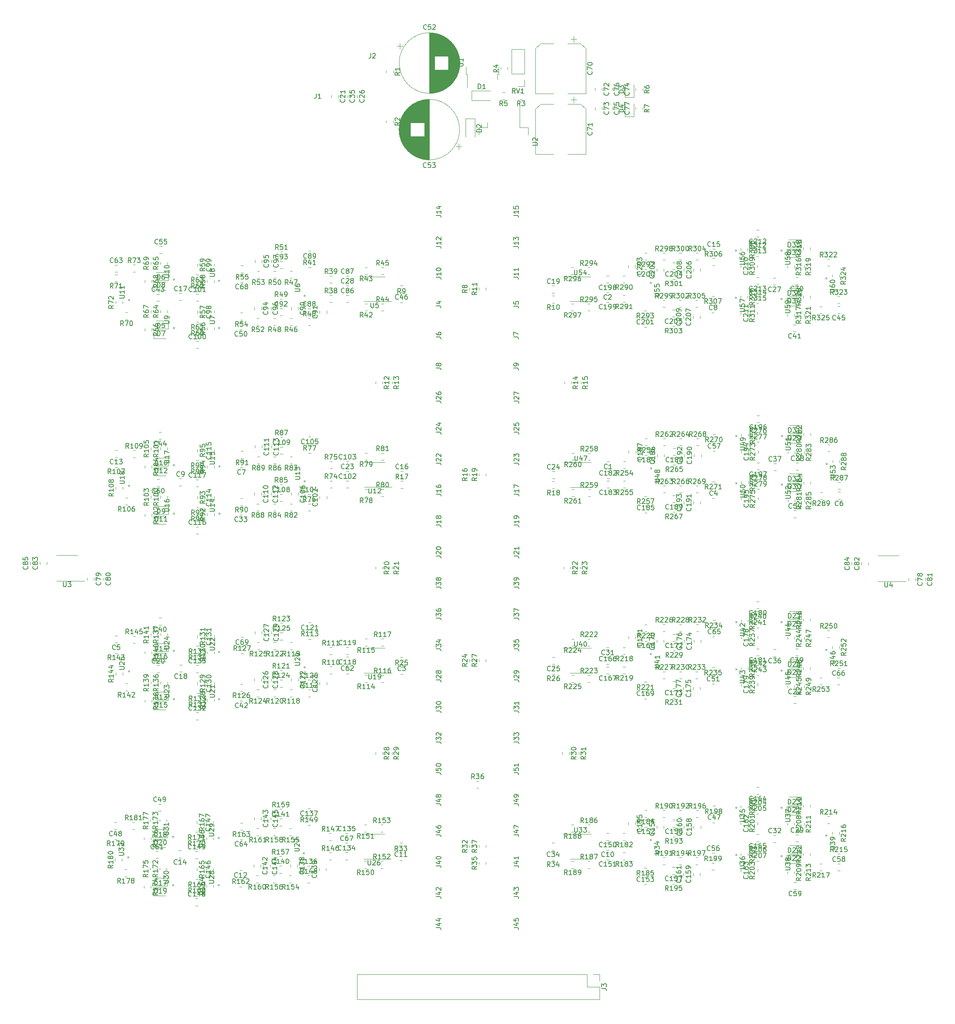
<source format=gbr>
%TF.GenerationSoftware,KiCad,Pcbnew,5.1.12-84ad8e8a86~92~ubuntu20.04.1*%
%TF.CreationDate,2022-01-23T19:48:35-05:00*%
%TF.ProjectId,emg-filter,656d672d-6669-46c7-9465-722e6b696361,rev?*%
%TF.SameCoordinates,Original*%
%TF.FileFunction,Legend,Top*%
%TF.FilePolarity,Positive*%
%FSLAX46Y46*%
G04 Gerber Fmt 4.6, Leading zero omitted, Abs format (unit mm)*
G04 Created by KiCad (PCBNEW 5.1.12-84ad8e8a86~92~ubuntu20.04.1) date 2022-01-23 19:48:35*
%MOMM*%
%LPD*%
G01*
G04 APERTURE LIST*
%ADD10C,0.120000*%
%ADD11C,0.150000*%
G04 APERTURE END LIST*
D10*
%TO.C,D8*%
X45408980Y-40329220D02*
X45408980Y-38629220D01*
X45408980Y-38629220D02*
X42858980Y-38629220D01*
X45408980Y-40329220D02*
X42858980Y-40329220D01*
%TO.C,R51*%
X68954916Y-35769220D02*
X69409044Y-35769220D01*
X68954916Y-34299220D02*
X69409044Y-34299220D01*
%TO.C,C4*%
X160121232Y-82579540D02*
X159598728Y-82579540D01*
X160121232Y-84049540D02*
X159598728Y-84049540D01*
%TO.C,U60*%
X183345620Y-39752020D02*
X183599620Y-39752020D01*
X183345620Y-40006020D02*
X183345620Y-39752020D01*
X183345620Y-40006020D02*
X183599620Y-40006020D01*
X183599620Y-40006020D02*
X183599620Y-39752020D01*
%TO.C,U59*%
X173947620Y-44070020D02*
X174201620Y-44070020D01*
X173947620Y-44324020D02*
X173947620Y-44070020D01*
X173947620Y-44324020D02*
X174201620Y-44324020D01*
X174201620Y-44324020D02*
X174201620Y-44070020D01*
%TO.C,U58*%
X173947620Y-33910020D02*
X174201620Y-33910020D01*
X173947620Y-34164020D02*
X173947620Y-33910020D01*
X173947620Y-34164020D02*
X174201620Y-34164020D01*
X174201620Y-34164020D02*
X174201620Y-33910020D01*
%TO.C,U57*%
X164422620Y-43816020D02*
X164676620Y-43816020D01*
X164422620Y-44070020D02*
X164422620Y-43816020D01*
X164422620Y-44070020D02*
X164676620Y-44070020D01*
X164676620Y-44070020D02*
X164676620Y-43816020D01*
%TO.C,U56*%
X164422620Y-33910020D02*
X164676620Y-33910020D01*
X164422620Y-34164020D02*
X164422620Y-33910020D01*
X164422620Y-34164020D02*
X164676620Y-34164020D01*
X164676620Y-34164020D02*
X164676620Y-33910020D01*
%TO.C,U55*%
X146515620Y-40641020D02*
X146769620Y-40641020D01*
X146515620Y-40895020D02*
X146515620Y-40641020D01*
X146515620Y-40895020D02*
X146769620Y-40895020D01*
X146769620Y-40895020D02*
X146769620Y-40641020D01*
%TO.C,U54*%
X131910620Y-44775020D02*
X134110620Y-44775020D01*
X131910620Y-44775020D02*
X129710620Y-44775020D01*
X131910620Y-39555020D02*
X134110620Y-39555020D01*
X131910620Y-39555020D02*
X128310620Y-39555020D01*
%TO.C,U53*%
X183685980Y-78960540D02*
X183685980Y-78706540D01*
X183431980Y-78960540D02*
X183685980Y-78960540D01*
X183431980Y-78960540D02*
X183431980Y-78706540D01*
X183431980Y-78706540D02*
X183685980Y-78706540D01*
%TO.C,U52*%
X174287980Y-83278540D02*
X174287980Y-83024540D01*
X174033980Y-83278540D02*
X174287980Y-83278540D01*
X174033980Y-83278540D02*
X174033980Y-83024540D01*
X174033980Y-83024540D02*
X174287980Y-83024540D01*
%TO.C,U51*%
X174287980Y-73118540D02*
X174287980Y-72864540D01*
X174033980Y-73118540D02*
X174287980Y-73118540D01*
X174033980Y-73118540D02*
X174033980Y-72864540D01*
X174033980Y-72864540D02*
X174287980Y-72864540D01*
%TO.C,U50*%
X164762980Y-83024540D02*
X164762980Y-82770540D01*
X164508980Y-83024540D02*
X164762980Y-83024540D01*
X164508980Y-83024540D02*
X164508980Y-82770540D01*
X164508980Y-82770540D02*
X164762980Y-82770540D01*
%TO.C,U49*%
X164762980Y-73118540D02*
X164762980Y-72864540D01*
X164508980Y-73118540D02*
X164762980Y-73118540D01*
X164508980Y-73118540D02*
X164508980Y-72864540D01*
X164508980Y-72864540D02*
X164762980Y-72864540D01*
%TO.C,U48*%
X146855980Y-79849540D02*
X146855980Y-79595540D01*
X146601980Y-79849540D02*
X146855980Y-79849540D01*
X146601980Y-79849540D02*
X146601980Y-79595540D01*
X146601980Y-79595540D02*
X146855980Y-79595540D01*
%TO.C,U47*%
X131996980Y-78509540D02*
X128396980Y-78509540D01*
X131996980Y-78509540D02*
X134196980Y-78509540D01*
X131996980Y-83729540D02*
X129796980Y-83729540D01*
X131996980Y-83729540D02*
X134196980Y-83729540D01*
%TO.C,U46*%
X183634180Y-117944140D02*
X183634180Y-117690140D01*
X183380180Y-117944140D02*
X183634180Y-117944140D01*
X183380180Y-117944140D02*
X183380180Y-117690140D01*
X183380180Y-117690140D02*
X183634180Y-117690140D01*
%TO.C,U45*%
X174236180Y-122262140D02*
X174236180Y-122008140D01*
X173982180Y-122262140D02*
X174236180Y-122262140D01*
X173982180Y-122262140D02*
X173982180Y-122008140D01*
X173982180Y-122008140D02*
X174236180Y-122008140D01*
%TO.C,U44*%
X174236180Y-112102140D02*
X174236180Y-111848140D01*
X173982180Y-112102140D02*
X174236180Y-112102140D01*
X173982180Y-112102140D02*
X173982180Y-111848140D01*
X173982180Y-111848140D02*
X174236180Y-111848140D01*
%TO.C,U43*%
X164711180Y-122008140D02*
X164711180Y-121754140D01*
X164457180Y-122008140D02*
X164711180Y-122008140D01*
X164457180Y-122008140D02*
X164457180Y-121754140D01*
X164457180Y-121754140D02*
X164711180Y-121754140D01*
%TO.C,U42*%
X164711180Y-112102140D02*
X164711180Y-111848140D01*
X164457180Y-112102140D02*
X164711180Y-112102140D01*
X164457180Y-112102140D02*
X164457180Y-111848140D01*
X164457180Y-111848140D02*
X164711180Y-111848140D01*
%TO.C,U41*%
X146804180Y-118833140D02*
X146804180Y-118579140D01*
X146550180Y-118833140D02*
X146804180Y-118833140D01*
X146550180Y-118833140D02*
X146550180Y-118579140D01*
X146550180Y-118579140D02*
X146804180Y-118579140D01*
%TO.C,U40*%
X131945180Y-117493140D02*
X128345180Y-117493140D01*
X131945180Y-117493140D02*
X134145180Y-117493140D01*
X131945180Y-122713140D02*
X129745180Y-122713140D01*
X131945180Y-122713140D02*
X134145180Y-122713140D01*
%TO.C,U39*%
X183363220Y-156703400D02*
X183617220Y-156703400D01*
X183363220Y-156957400D02*
X183363220Y-156703400D01*
X183363220Y-156957400D02*
X183617220Y-156957400D01*
X183617220Y-156957400D02*
X183617220Y-156703400D01*
%TO.C,U38*%
X173965220Y-161021400D02*
X174219220Y-161021400D01*
X173965220Y-161275400D02*
X173965220Y-161021400D01*
X173965220Y-161275400D02*
X174219220Y-161275400D01*
X174219220Y-161275400D02*
X174219220Y-161021400D01*
%TO.C,U37*%
X173965220Y-150861400D02*
X174219220Y-150861400D01*
X173965220Y-151115400D02*
X173965220Y-150861400D01*
X173965220Y-151115400D02*
X174219220Y-151115400D01*
X174219220Y-151115400D02*
X174219220Y-150861400D01*
%TO.C,U36*%
X164440220Y-160767400D02*
X164694220Y-160767400D01*
X164440220Y-161021400D02*
X164440220Y-160767400D01*
X164440220Y-161021400D02*
X164694220Y-161021400D01*
X164694220Y-161021400D02*
X164694220Y-160767400D01*
%TO.C,U35*%
X164440220Y-150861400D02*
X164694220Y-150861400D01*
X164440220Y-151115400D02*
X164440220Y-150861400D01*
X164440220Y-151115400D02*
X164694220Y-151115400D01*
X164694220Y-151115400D02*
X164694220Y-150861400D01*
%TO.C,U34*%
X146533220Y-157592400D02*
X146787220Y-157592400D01*
X146533220Y-157846400D02*
X146533220Y-157592400D01*
X146533220Y-157846400D02*
X146787220Y-157846400D01*
X146787220Y-157846400D02*
X146787220Y-157592400D01*
%TO.C,U33*%
X131928220Y-161726400D02*
X134128220Y-161726400D01*
X131928220Y-161726400D02*
X129728220Y-161726400D01*
X131928220Y-156506400D02*
X134128220Y-156506400D01*
X131928220Y-156506400D02*
X128328220Y-156506400D01*
%TO.C,U32*%
X36911480Y-161264280D02*
X36911480Y-161518280D01*
X37165480Y-161264280D02*
X36911480Y-161264280D01*
X37165480Y-161264280D02*
X37165480Y-161518280D01*
X37165480Y-161518280D02*
X36911480Y-161518280D01*
%TO.C,U31*%
X46309480Y-156946280D02*
X46309480Y-157200280D01*
X46563480Y-156946280D02*
X46309480Y-156946280D01*
X46563480Y-156946280D02*
X46563480Y-157200280D01*
X46563480Y-157200280D02*
X46309480Y-157200280D01*
%TO.C,U30*%
X46309480Y-167106280D02*
X46309480Y-167360280D01*
X46563480Y-167106280D02*
X46309480Y-167106280D01*
X46563480Y-167106280D02*
X46563480Y-167360280D01*
X46563480Y-167360280D02*
X46309480Y-167360280D01*
%TO.C,U29*%
X55834480Y-157200280D02*
X55834480Y-157454280D01*
X56088480Y-157200280D02*
X55834480Y-157200280D01*
X56088480Y-157200280D02*
X56088480Y-157454280D01*
X56088480Y-157454280D02*
X55834480Y-157454280D01*
%TO.C,U28*%
X55834480Y-167106280D02*
X55834480Y-167360280D01*
X56088480Y-167106280D02*
X55834480Y-167106280D01*
X56088480Y-167106280D02*
X56088480Y-167360280D01*
X56088480Y-167360280D02*
X55834480Y-167360280D01*
%TO.C,U27*%
X73741480Y-160375280D02*
X73741480Y-160629280D01*
X73995480Y-160375280D02*
X73741480Y-160375280D01*
X73995480Y-160375280D02*
X73995480Y-160629280D01*
X73995480Y-160629280D02*
X73741480Y-160629280D01*
%TO.C,U26*%
X88600480Y-161715280D02*
X92200480Y-161715280D01*
X88600480Y-161715280D02*
X86400480Y-161715280D01*
X88600480Y-156495280D02*
X90800480Y-156495280D01*
X88600480Y-156495280D02*
X86400480Y-156495280D01*
%TO.C,U25*%
X37052180Y-122238440D02*
X37052180Y-122492440D01*
X37306180Y-122238440D02*
X37052180Y-122238440D01*
X37306180Y-122238440D02*
X37306180Y-122492440D01*
X37306180Y-122492440D02*
X37052180Y-122492440D01*
%TO.C,U24*%
X46450180Y-117920440D02*
X46450180Y-118174440D01*
X46704180Y-117920440D02*
X46450180Y-117920440D01*
X46704180Y-117920440D02*
X46704180Y-118174440D01*
X46704180Y-118174440D02*
X46450180Y-118174440D01*
%TO.C,U23*%
X46450180Y-128080440D02*
X46450180Y-128334440D01*
X46704180Y-128080440D02*
X46450180Y-128080440D01*
X46704180Y-128080440D02*
X46704180Y-128334440D01*
X46704180Y-128334440D02*
X46450180Y-128334440D01*
%TO.C,U22*%
X55975180Y-118174440D02*
X55975180Y-118428440D01*
X56229180Y-118174440D02*
X55975180Y-118174440D01*
X56229180Y-118174440D02*
X56229180Y-118428440D01*
X56229180Y-118428440D02*
X55975180Y-118428440D01*
%TO.C,U21*%
X55975180Y-128080440D02*
X55975180Y-128334440D01*
X56229180Y-128080440D02*
X55975180Y-128080440D01*
X56229180Y-128080440D02*
X56229180Y-128334440D01*
X56229180Y-128334440D02*
X55975180Y-128334440D01*
%TO.C,U20*%
X73882180Y-121349440D02*
X73882180Y-121603440D01*
X74136180Y-121349440D02*
X73882180Y-121349440D01*
X74136180Y-121349440D02*
X74136180Y-121603440D01*
X74136180Y-121603440D02*
X73882180Y-121603440D01*
%TO.C,U19*%
X88741180Y-122689440D02*
X92341180Y-122689440D01*
X88741180Y-122689440D02*
X86541180Y-122689440D01*
X88741180Y-117469440D02*
X90941180Y-117469440D01*
X88741180Y-117469440D02*
X86541180Y-117469440D01*
%TO.C,U18*%
X37057980Y-83246780D02*
X37057980Y-83500780D01*
X37311980Y-83246780D02*
X37057980Y-83246780D01*
X37311980Y-83246780D02*
X37311980Y-83500780D01*
X37311980Y-83500780D02*
X37057980Y-83500780D01*
%TO.C,U17*%
X46455980Y-78928780D02*
X46455980Y-79182780D01*
X46709980Y-78928780D02*
X46455980Y-78928780D01*
X46709980Y-78928780D02*
X46709980Y-79182780D01*
X46709980Y-79182780D02*
X46455980Y-79182780D01*
%TO.C,U16*%
X46455980Y-89088780D02*
X46455980Y-89342780D01*
X46709980Y-89088780D02*
X46455980Y-89088780D01*
X46709980Y-89088780D02*
X46709980Y-89342780D01*
X46709980Y-89342780D02*
X46455980Y-89342780D01*
%TO.C,U15*%
X55980980Y-79182780D02*
X55980980Y-79436780D01*
X56234980Y-79182780D02*
X55980980Y-79182780D01*
X56234980Y-79182780D02*
X56234980Y-79436780D01*
X56234980Y-79436780D02*
X55980980Y-79436780D01*
%TO.C,U14*%
X55980980Y-89088780D02*
X55980980Y-89342780D01*
X56234980Y-89088780D02*
X55980980Y-89088780D01*
X56234980Y-89088780D02*
X56234980Y-89342780D01*
X56234980Y-89342780D02*
X55980980Y-89342780D01*
%TO.C,U13*%
X73887980Y-82357780D02*
X73887980Y-82611780D01*
X74141980Y-82357780D02*
X73887980Y-82357780D01*
X74141980Y-82357780D02*
X74141980Y-82611780D01*
X74141980Y-82611780D02*
X73887980Y-82611780D01*
%TO.C,U12*%
X88746980Y-83697780D02*
X92346980Y-83697780D01*
X88746980Y-83697780D02*
X86546980Y-83697780D01*
X88746980Y-78477780D02*
X90946980Y-78477780D01*
X88746980Y-78477780D02*
X86546980Y-78477780D01*
%TO.C,U11*%
X37050980Y-44305220D02*
X37050980Y-44559220D01*
X37304980Y-44305220D02*
X37050980Y-44305220D01*
X37304980Y-44305220D02*
X37304980Y-44559220D01*
X37304980Y-44559220D02*
X37050980Y-44559220D01*
%TO.C,U10*%
X46448980Y-39987220D02*
X46448980Y-40241220D01*
X46702980Y-39987220D02*
X46448980Y-39987220D01*
X46702980Y-39987220D02*
X46702980Y-40241220D01*
X46702980Y-40241220D02*
X46448980Y-40241220D01*
%TO.C,U9*%
X46448980Y-50147220D02*
X46448980Y-50401220D01*
X46702980Y-50147220D02*
X46448980Y-50147220D01*
X46702980Y-50147220D02*
X46702980Y-50401220D01*
X46702980Y-50401220D02*
X46448980Y-50401220D01*
%TO.C,U8*%
X55973980Y-40241220D02*
X55973980Y-40495220D01*
X56227980Y-40241220D02*
X55973980Y-40241220D01*
X56227980Y-40241220D02*
X56227980Y-40495220D01*
X56227980Y-40495220D02*
X55973980Y-40495220D01*
%TO.C,U7*%
X55973980Y-50147220D02*
X55973980Y-50401220D01*
X56227980Y-50147220D02*
X55973980Y-50147220D01*
X56227980Y-50147220D02*
X56227980Y-50401220D01*
X56227980Y-50401220D02*
X55973980Y-50401220D01*
%TO.C,U6*%
X73880980Y-43416220D02*
X73880980Y-43670220D01*
X74134980Y-43416220D02*
X73880980Y-43416220D01*
X74134980Y-43416220D02*
X74134980Y-43670220D01*
X74134980Y-43670220D02*
X73880980Y-43670220D01*
%TO.C,U5*%
X88739980Y-44756220D02*
X92339980Y-44756220D01*
X88739980Y-44756220D02*
X86539980Y-44756220D01*
X88739980Y-39536220D02*
X90939980Y-39536220D01*
X88739980Y-39536220D02*
X86539980Y-39536220D01*
%TO.C,U4*%
X196596000Y-103509500D02*
X200196000Y-103509500D01*
X196596000Y-103509500D02*
X194396000Y-103509500D01*
X196596000Y-98039500D02*
X198796000Y-98039500D01*
X196596000Y-98039500D02*
X194396000Y-98039500D01*
%TO.C,U3*%
X24193500Y-103446000D02*
X27793500Y-103446000D01*
X24193500Y-103446000D02*
X21993500Y-103446000D01*
X24193500Y-97976000D02*
X26393500Y-97976000D01*
X24193500Y-97976000D02*
X21993500Y-97976000D01*
%TO.C,U2*%
X112403520Y-8271720D02*
X112403520Y-7171720D01*
X110593520Y-8271720D02*
X112403520Y-8271720D01*
X110593520Y-9771720D02*
X110593520Y-8271720D01*
X119183520Y-8271720D02*
X119183520Y-3146720D01*
X120993520Y-8271720D02*
X119183520Y-8271720D01*
X120993520Y-9771720D02*
X120993520Y-8271720D01*
%TO.C,U1*%
X114528520Y2945280D02*
X114528520Y1845280D01*
X114798520Y2945280D02*
X114528520Y2945280D01*
X114798520Y4445280D02*
X114798520Y2945280D01*
X108168520Y2945280D02*
X108168520Y115280D01*
X107898520Y2945280D02*
X108168520Y2945280D01*
X107898520Y4445280D02*
X107898520Y2945280D01*
%TO.C,RV1*%
X120171520Y402280D02*
X118841520Y402280D01*
X120171520Y1732280D02*
X120171520Y402280D01*
X120171520Y3002280D02*
X117511520Y3002280D01*
X117511520Y3002280D02*
X117511520Y8142280D01*
X120171520Y3002280D02*
X120171520Y8142280D01*
X120171520Y8142280D02*
X117511520Y8142280D01*
%TO.C,R325*%
X182602986Y-47262654D02*
X182148858Y-47262654D01*
X182602986Y-45792654D02*
X182148858Y-45792654D01*
%TO.C,R324*%
X186239620Y-39143956D02*
X186239620Y-39598084D01*
X184769620Y-39143956D02*
X184769620Y-39598084D01*
%TO.C,R323*%
X185912556Y-43716020D02*
X186366684Y-43716020D01*
X185912556Y-45186020D02*
X186366684Y-45186020D01*
%TO.C,R322*%
X183753556Y-35842020D02*
X184207684Y-35842020D01*
X183753556Y-37312020D02*
X184207684Y-37312020D01*
%TO.C,R321*%
X178873620Y-47375456D02*
X178873620Y-47829584D01*
X177403620Y-47375456D02*
X177403620Y-47829584D01*
%TO.C,R320*%
X178673620Y-44043084D02*
X178673620Y-43588956D01*
X180143620Y-44043084D02*
X180143620Y-43588956D01*
%TO.C,R319*%
X178873620Y-37238956D02*
X178873620Y-37693084D01*
X177403620Y-37238956D02*
X177403620Y-37693084D01*
%TO.C,R318*%
X178673620Y-33883084D02*
X178673620Y-33428956D01*
X180143620Y-33883084D02*
X180143620Y-33428956D01*
%TO.C,R317*%
X176841620Y-47375456D02*
X176841620Y-47829584D01*
X175371620Y-47375456D02*
X175371620Y-47829584D01*
%TO.C,R316*%
X176841620Y-37238956D02*
X176841620Y-37693084D01*
X175371620Y-37238956D02*
X175371620Y-37693084D01*
%TO.C,R315*%
X169348684Y-43154020D02*
X168894556Y-43154020D01*
X169348684Y-41684020D02*
X168894556Y-41684020D01*
%TO.C,R314*%
X168894556Y-43716020D02*
X169348684Y-43716020D01*
X168894556Y-45186020D02*
X169348684Y-45186020D01*
%TO.C,R313*%
X169325184Y-33248020D02*
X168871056Y-33248020D01*
X169325184Y-31778020D02*
X168871056Y-31778020D01*
%TO.C,R312*%
X168871056Y-33810020D02*
X169325184Y-33810020D01*
X168871056Y-35280020D02*
X169325184Y-35280020D01*
%TO.C,R311*%
X167062620Y-47017956D02*
X167062620Y-47472084D01*
X165592620Y-47017956D02*
X165592620Y-47472084D01*
%TO.C,R310*%
X167062620Y-43565456D02*
X167062620Y-44019584D01*
X165592620Y-43565456D02*
X165592620Y-44019584D01*
%TO.C,R309*%
X167062620Y-37135456D02*
X167062620Y-37589584D01*
X165592620Y-37135456D02*
X165592620Y-37589584D01*
%TO.C,R308*%
X167062620Y-33579456D02*
X167062620Y-34033584D01*
X165592620Y-33579456D02*
X165592620Y-34033584D01*
%TO.C,R307*%
X159496556Y-45621020D02*
X159950684Y-45621020D01*
X159496556Y-47091020D02*
X159950684Y-47091020D01*
%TO.C,R306*%
X159623556Y-35715020D02*
X160077684Y-35715020D01*
X159623556Y-37185020D02*
X160077684Y-37185020D01*
%TO.C,R305*%
X156067556Y-44478020D02*
X156521684Y-44478020D01*
X156067556Y-45948020D02*
X156521684Y-45948020D01*
%TO.C,R304*%
X156194556Y-34572020D02*
X156648684Y-34572020D01*
X156194556Y-36042020D02*
X156648684Y-36042020D01*
%TO.C,R303*%
X151695684Y-50012020D02*
X151241556Y-50012020D01*
X151695684Y-48542020D02*
X151241556Y-48542020D01*
%TO.C,R302*%
X152638556Y-44478020D02*
X153092684Y-44478020D01*
X152638556Y-45948020D02*
X153092684Y-45948020D01*
%TO.C,R301*%
X151761684Y-40106020D02*
X151307556Y-40106020D01*
X151761684Y-38636020D02*
X151307556Y-38636020D01*
%TO.C,R300*%
X152662056Y-34572020D02*
X153116184Y-34572020D01*
X152662056Y-36042020D02*
X153116184Y-36042020D01*
%TO.C,R299*%
X149209556Y-44478020D02*
X149663684Y-44478020D01*
X149209556Y-45948020D02*
X149663684Y-45948020D01*
%TO.C,R298*%
X149209556Y-34572020D02*
X149663684Y-34572020D01*
X149209556Y-36042020D02*
X149663684Y-36042020D01*
%TO.C,R297*%
X130486684Y-46710020D02*
X130032556Y-46710020D01*
X130486684Y-45240020D02*
X130032556Y-45240020D01*
%TO.C,R296*%
X130486684Y-39090020D02*
X130032556Y-39090020D01*
X130486684Y-37620020D02*
X130032556Y-37620020D01*
%TO.C,R295*%
X133461556Y-45240020D02*
X133915684Y-45240020D01*
X133461556Y-46710020D02*
X133915684Y-46710020D01*
%TO.C,R294*%
X133461556Y-37620020D02*
X133915684Y-37620020D01*
X133461556Y-39090020D02*
X133915684Y-39090020D01*
%TO.C,R293*%
X145309173Y-48681211D02*
X145763301Y-48681211D01*
X145309173Y-50151211D02*
X145763301Y-50151211D01*
%TO.C,R292*%
X145853684Y-36042020D02*
X145399556Y-36042020D01*
X145853684Y-34572020D02*
X145399556Y-34572020D01*
%TO.C,R291*%
X141305184Y-44932020D02*
X140851056Y-44932020D01*
X141305184Y-43462020D02*
X140851056Y-43462020D01*
%TO.C,R290*%
X141305184Y-40868020D02*
X140851056Y-40868020D01*
X141305184Y-39398020D02*
X140851056Y-39398020D01*
%TO.C,R289*%
X182689346Y-84747174D02*
X182235218Y-84747174D01*
X182689346Y-86217174D02*
X182235218Y-86217174D01*
%TO.C,R288*%
X184855980Y-78098476D02*
X184855980Y-78552604D01*
X186325980Y-78098476D02*
X186325980Y-78552604D01*
%TO.C,R287*%
X185998916Y-84140540D02*
X186453044Y-84140540D01*
X185998916Y-82670540D02*
X186453044Y-82670540D01*
%TO.C,R286*%
X183839916Y-76266540D02*
X184294044Y-76266540D01*
X183839916Y-74796540D02*
X184294044Y-74796540D01*
%TO.C,R285*%
X177489980Y-86329976D02*
X177489980Y-86784104D01*
X178959980Y-86329976D02*
X178959980Y-86784104D01*
%TO.C,R284*%
X180229980Y-82997604D02*
X180229980Y-82543476D01*
X178759980Y-82997604D02*
X178759980Y-82543476D01*
%TO.C,R283*%
X177489980Y-76193476D02*
X177489980Y-76647604D01*
X178959980Y-76193476D02*
X178959980Y-76647604D01*
%TO.C,R282*%
X180229980Y-72837604D02*
X180229980Y-72383476D01*
X178759980Y-72837604D02*
X178759980Y-72383476D01*
%TO.C,R281*%
X175457980Y-86329976D02*
X175457980Y-86784104D01*
X176927980Y-86329976D02*
X176927980Y-86784104D01*
%TO.C,R280*%
X175457980Y-76193476D02*
X175457980Y-76647604D01*
X176927980Y-76193476D02*
X176927980Y-76647604D01*
%TO.C,R279*%
X169435044Y-80638540D02*
X168980916Y-80638540D01*
X169435044Y-82108540D02*
X168980916Y-82108540D01*
%TO.C,R278*%
X168980916Y-84140540D02*
X169435044Y-84140540D01*
X168980916Y-82670540D02*
X169435044Y-82670540D01*
%TO.C,R277*%
X169411544Y-70732540D02*
X168957416Y-70732540D01*
X169411544Y-72202540D02*
X168957416Y-72202540D01*
%TO.C,R276*%
X168957416Y-74234540D02*
X169411544Y-74234540D01*
X168957416Y-72764540D02*
X169411544Y-72764540D01*
%TO.C,R275*%
X165678980Y-85972476D02*
X165678980Y-86426604D01*
X167148980Y-85972476D02*
X167148980Y-86426604D01*
%TO.C,R274*%
X165678980Y-82519976D02*
X165678980Y-82974104D01*
X167148980Y-82519976D02*
X167148980Y-82974104D01*
%TO.C,R273*%
X165678980Y-76089976D02*
X165678980Y-76544104D01*
X167148980Y-76089976D02*
X167148980Y-76544104D01*
%TO.C,R272*%
X165678980Y-72533976D02*
X165678980Y-72988104D01*
X167148980Y-72533976D02*
X167148980Y-72988104D01*
%TO.C,R271*%
X159582916Y-86045540D02*
X160037044Y-86045540D01*
X159582916Y-84575540D02*
X160037044Y-84575540D01*
%TO.C,R270*%
X159709916Y-76139540D02*
X160164044Y-76139540D01*
X159709916Y-74669540D02*
X160164044Y-74669540D01*
%TO.C,R269*%
X156153916Y-84902540D02*
X156608044Y-84902540D01*
X156153916Y-83432540D02*
X156608044Y-83432540D01*
%TO.C,R268*%
X156280916Y-74996540D02*
X156735044Y-74996540D01*
X156280916Y-73526540D02*
X156735044Y-73526540D01*
%TO.C,R267*%
X151782044Y-87496540D02*
X151327916Y-87496540D01*
X151782044Y-88966540D02*
X151327916Y-88966540D01*
%TO.C,R266*%
X152724916Y-84902540D02*
X153179044Y-84902540D01*
X152724916Y-83432540D02*
X153179044Y-83432540D01*
%TO.C,R265*%
X151848044Y-77590540D02*
X151393916Y-77590540D01*
X151848044Y-79060540D02*
X151393916Y-79060540D01*
%TO.C,R264*%
X152748416Y-74996540D02*
X153202544Y-74996540D01*
X152748416Y-73526540D02*
X153202544Y-73526540D01*
%TO.C,R263*%
X149295916Y-84902540D02*
X149750044Y-84902540D01*
X149295916Y-83432540D02*
X149750044Y-83432540D01*
%TO.C,R262*%
X149295916Y-74996540D02*
X149750044Y-74996540D01*
X149295916Y-73526540D02*
X149750044Y-73526540D01*
%TO.C,R261*%
X130573044Y-84194540D02*
X130118916Y-84194540D01*
X130573044Y-85664540D02*
X130118916Y-85664540D01*
%TO.C,R260*%
X130573044Y-76574540D02*
X130118916Y-76574540D01*
X130573044Y-78044540D02*
X130118916Y-78044540D01*
%TO.C,R259*%
X133547916Y-85664540D02*
X134002044Y-85664540D01*
X133547916Y-84194540D02*
X134002044Y-84194540D01*
%TO.C,R258*%
X133547916Y-78044540D02*
X134002044Y-78044540D01*
X133547916Y-76574540D02*
X134002044Y-76574540D01*
%TO.C,R257*%
X145395533Y-89105731D02*
X145849661Y-89105731D01*
X145395533Y-87635731D02*
X145849661Y-87635731D01*
%TO.C,R256*%
X145940044Y-73526540D02*
X145485916Y-73526540D01*
X145940044Y-74996540D02*
X145485916Y-74996540D01*
%TO.C,R255*%
X141391544Y-82416540D02*
X140937416Y-82416540D01*
X141391544Y-83886540D02*
X140937416Y-83886540D01*
%TO.C,R254*%
X141391544Y-78352540D02*
X140937416Y-78352540D01*
X141391544Y-79822540D02*
X140937416Y-79822540D01*
%TO.C,R253*%
X182637546Y-123730774D02*
X182183418Y-123730774D01*
X182637546Y-125200774D02*
X182183418Y-125200774D01*
%TO.C,R252*%
X184804180Y-117082076D02*
X184804180Y-117536204D01*
X186274180Y-117082076D02*
X186274180Y-117536204D01*
%TO.C,R251*%
X185947116Y-123124140D02*
X186401244Y-123124140D01*
X185947116Y-121654140D02*
X186401244Y-121654140D01*
%TO.C,R250*%
X183788116Y-115250140D02*
X184242244Y-115250140D01*
X183788116Y-113780140D02*
X184242244Y-113780140D01*
%TO.C,R249*%
X177438180Y-125313576D02*
X177438180Y-125767704D01*
X178908180Y-125313576D02*
X178908180Y-125767704D01*
%TO.C,R248*%
X180178180Y-121981204D02*
X180178180Y-121527076D01*
X178708180Y-121981204D02*
X178708180Y-121527076D01*
%TO.C,R247*%
X177438180Y-115177076D02*
X177438180Y-115631204D01*
X178908180Y-115177076D02*
X178908180Y-115631204D01*
%TO.C,R246*%
X180178180Y-111821204D02*
X180178180Y-111367076D01*
X178708180Y-111821204D02*
X178708180Y-111367076D01*
%TO.C,R245*%
X175406180Y-125313576D02*
X175406180Y-125767704D01*
X176876180Y-125313576D02*
X176876180Y-125767704D01*
%TO.C,R244*%
X175406180Y-115177076D02*
X175406180Y-115631204D01*
X176876180Y-115177076D02*
X176876180Y-115631204D01*
%TO.C,R243*%
X169383244Y-119622140D02*
X168929116Y-119622140D01*
X169383244Y-121092140D02*
X168929116Y-121092140D01*
%TO.C,R242*%
X168929116Y-123124140D02*
X169383244Y-123124140D01*
X168929116Y-121654140D02*
X169383244Y-121654140D01*
%TO.C,R241*%
X169359744Y-109716140D02*
X168905616Y-109716140D01*
X169359744Y-111186140D02*
X168905616Y-111186140D01*
%TO.C,R240*%
X168905616Y-113218140D02*
X169359744Y-113218140D01*
X168905616Y-111748140D02*
X169359744Y-111748140D01*
%TO.C,R239*%
X165627180Y-124956076D02*
X165627180Y-125410204D01*
X167097180Y-124956076D02*
X167097180Y-125410204D01*
%TO.C,R238*%
X165627180Y-121503576D02*
X165627180Y-121957704D01*
X167097180Y-121503576D02*
X167097180Y-121957704D01*
%TO.C,R237*%
X165627180Y-115073576D02*
X165627180Y-115527704D01*
X167097180Y-115073576D02*
X167097180Y-115527704D01*
%TO.C,R236*%
X165627180Y-111517576D02*
X165627180Y-111971704D01*
X167097180Y-111517576D02*
X167097180Y-111971704D01*
%TO.C,R235*%
X159531116Y-125029140D02*
X159985244Y-125029140D01*
X159531116Y-123559140D02*
X159985244Y-123559140D01*
%TO.C,R234*%
X159658116Y-115123140D02*
X160112244Y-115123140D01*
X159658116Y-113653140D02*
X160112244Y-113653140D01*
%TO.C,R233*%
X156102116Y-123886140D02*
X156556244Y-123886140D01*
X156102116Y-122416140D02*
X156556244Y-122416140D01*
%TO.C,R232*%
X156229116Y-113980140D02*
X156683244Y-113980140D01*
X156229116Y-112510140D02*
X156683244Y-112510140D01*
%TO.C,R231*%
X151730244Y-126480140D02*
X151276116Y-126480140D01*
X151730244Y-127950140D02*
X151276116Y-127950140D01*
%TO.C,R230*%
X152673116Y-123886140D02*
X153127244Y-123886140D01*
X152673116Y-122416140D02*
X153127244Y-122416140D01*
%TO.C,R229*%
X151796244Y-116574140D02*
X151342116Y-116574140D01*
X151796244Y-118044140D02*
X151342116Y-118044140D01*
%TO.C,R228*%
X152696616Y-113980140D02*
X153150744Y-113980140D01*
X152696616Y-112510140D02*
X153150744Y-112510140D01*
%TO.C,R227*%
X149244116Y-123886140D02*
X149698244Y-123886140D01*
X149244116Y-122416140D02*
X149698244Y-122416140D01*
%TO.C,R226*%
X149244116Y-113980140D02*
X149698244Y-113980140D01*
X149244116Y-112510140D02*
X149698244Y-112510140D01*
%TO.C,R225*%
X130521244Y-123178140D02*
X130067116Y-123178140D01*
X130521244Y-124648140D02*
X130067116Y-124648140D01*
%TO.C,R224*%
X130521244Y-115558140D02*
X130067116Y-115558140D01*
X130521244Y-117028140D02*
X130067116Y-117028140D01*
%TO.C,R223*%
X133496116Y-124648140D02*
X133950244Y-124648140D01*
X133496116Y-123178140D02*
X133950244Y-123178140D01*
%TO.C,R222*%
X133496116Y-117028140D02*
X133950244Y-117028140D01*
X133496116Y-115558140D02*
X133950244Y-115558140D01*
%TO.C,R221*%
X145343733Y-128089331D02*
X145797861Y-128089331D01*
X145343733Y-126619331D02*
X145797861Y-126619331D01*
%TO.C,R220*%
X145888244Y-112510140D02*
X145434116Y-112510140D01*
X145888244Y-113980140D02*
X145434116Y-113980140D01*
%TO.C,R219*%
X141339744Y-121400140D02*
X140885616Y-121400140D01*
X141339744Y-122870140D02*
X140885616Y-122870140D01*
%TO.C,R218*%
X141339744Y-117336140D02*
X140885616Y-117336140D01*
X141339744Y-118806140D02*
X140885616Y-118806140D01*
%TO.C,R217*%
X182620586Y-164214034D02*
X182166458Y-164214034D01*
X182620586Y-162744034D02*
X182166458Y-162744034D01*
%TO.C,R216*%
X186257220Y-156095336D02*
X186257220Y-156549464D01*
X184787220Y-156095336D02*
X184787220Y-156549464D01*
%TO.C,R215*%
X185930156Y-160667400D02*
X186384284Y-160667400D01*
X185930156Y-162137400D02*
X186384284Y-162137400D01*
%TO.C,R214*%
X183771156Y-152793400D02*
X184225284Y-152793400D01*
X183771156Y-154263400D02*
X184225284Y-154263400D01*
%TO.C,R213*%
X178891220Y-164326836D02*
X178891220Y-164780964D01*
X177421220Y-164326836D02*
X177421220Y-164780964D01*
%TO.C,R212*%
X178691220Y-160994464D02*
X178691220Y-160540336D01*
X180161220Y-160994464D02*
X180161220Y-160540336D01*
%TO.C,R211*%
X178891220Y-154190336D02*
X178891220Y-154644464D01*
X177421220Y-154190336D02*
X177421220Y-154644464D01*
%TO.C,R210*%
X178691220Y-150834464D02*
X178691220Y-150380336D01*
X180161220Y-150834464D02*
X180161220Y-150380336D01*
%TO.C,R209*%
X176859220Y-164326836D02*
X176859220Y-164780964D01*
X175389220Y-164326836D02*
X175389220Y-164780964D01*
%TO.C,R208*%
X176859220Y-154190336D02*
X176859220Y-154644464D01*
X175389220Y-154190336D02*
X175389220Y-154644464D01*
%TO.C,R207*%
X169366284Y-160105400D02*
X168912156Y-160105400D01*
X169366284Y-158635400D02*
X168912156Y-158635400D01*
%TO.C,R206*%
X168912156Y-160667400D02*
X169366284Y-160667400D01*
X168912156Y-162137400D02*
X169366284Y-162137400D01*
%TO.C,R205*%
X169342784Y-150199400D02*
X168888656Y-150199400D01*
X169342784Y-148729400D02*
X168888656Y-148729400D01*
%TO.C,R204*%
X168888656Y-150761400D02*
X169342784Y-150761400D01*
X168888656Y-152231400D02*
X169342784Y-152231400D01*
%TO.C,R203*%
X167080220Y-163969336D02*
X167080220Y-164423464D01*
X165610220Y-163969336D02*
X165610220Y-164423464D01*
%TO.C,R202*%
X167080220Y-160516836D02*
X167080220Y-160970964D01*
X165610220Y-160516836D02*
X165610220Y-160970964D01*
%TO.C,R201*%
X167080220Y-154086836D02*
X167080220Y-154540964D01*
X165610220Y-154086836D02*
X165610220Y-154540964D01*
%TO.C,R200*%
X167080220Y-150530836D02*
X167080220Y-150984964D01*
X165610220Y-150530836D02*
X165610220Y-150984964D01*
%TO.C,R199*%
X159514156Y-162572400D02*
X159968284Y-162572400D01*
X159514156Y-164042400D02*
X159968284Y-164042400D01*
%TO.C,R198*%
X159641156Y-152666400D02*
X160095284Y-152666400D01*
X159641156Y-154136400D02*
X160095284Y-154136400D01*
%TO.C,R197*%
X156085156Y-161429400D02*
X156539284Y-161429400D01*
X156085156Y-162899400D02*
X156539284Y-162899400D01*
%TO.C,R196*%
X156212156Y-151523400D02*
X156666284Y-151523400D01*
X156212156Y-152993400D02*
X156666284Y-152993400D01*
%TO.C,R195*%
X151713284Y-166963400D02*
X151259156Y-166963400D01*
X151713284Y-165493400D02*
X151259156Y-165493400D01*
%TO.C,R194*%
X152656156Y-161429400D02*
X153110284Y-161429400D01*
X152656156Y-162899400D02*
X153110284Y-162899400D01*
%TO.C,R193*%
X151779284Y-157057400D02*
X151325156Y-157057400D01*
X151779284Y-155587400D02*
X151325156Y-155587400D01*
%TO.C,R192*%
X152679656Y-151523400D02*
X153133784Y-151523400D01*
X152679656Y-152993400D02*
X153133784Y-152993400D01*
%TO.C,R191*%
X149227156Y-161429400D02*
X149681284Y-161429400D01*
X149227156Y-162899400D02*
X149681284Y-162899400D01*
%TO.C,R190*%
X149227156Y-151523400D02*
X149681284Y-151523400D01*
X149227156Y-152993400D02*
X149681284Y-152993400D01*
%TO.C,R189*%
X130504284Y-163661400D02*
X130050156Y-163661400D01*
X130504284Y-162191400D02*
X130050156Y-162191400D01*
%TO.C,R188*%
X130504284Y-156041400D02*
X130050156Y-156041400D01*
X130504284Y-154571400D02*
X130050156Y-154571400D01*
%TO.C,R187*%
X133479156Y-162191400D02*
X133933284Y-162191400D01*
X133479156Y-163661400D02*
X133933284Y-163661400D01*
%TO.C,R186*%
X133479156Y-154571400D02*
X133933284Y-154571400D01*
X133479156Y-156041400D02*
X133933284Y-156041400D01*
%TO.C,R185*%
X145326773Y-165632591D02*
X145780901Y-165632591D01*
X145326773Y-167102591D02*
X145780901Y-167102591D01*
%TO.C,R184*%
X145871284Y-152993400D02*
X145417156Y-152993400D01*
X145871284Y-151523400D02*
X145417156Y-151523400D01*
%TO.C,R183*%
X141322784Y-161883400D02*
X140868656Y-161883400D01*
X141322784Y-160413400D02*
X140868656Y-160413400D01*
%TO.C,R182*%
X141322784Y-157819400D02*
X140868656Y-157819400D01*
X141322784Y-156349400D02*
X140868656Y-156349400D01*
%TO.C,R181*%
X37908114Y-155477646D02*
X38362242Y-155477646D01*
X37908114Y-154007646D02*
X38362242Y-154007646D01*
%TO.C,R180*%
X35741480Y-162126344D02*
X35741480Y-161672216D01*
X34271480Y-162126344D02*
X34271480Y-161672216D01*
%TO.C,R179*%
X34598544Y-156084280D02*
X34144416Y-156084280D01*
X34598544Y-157554280D02*
X34144416Y-157554280D01*
%TO.C,R178*%
X36757544Y-163958280D02*
X36303416Y-163958280D01*
X36757544Y-165428280D02*
X36303416Y-165428280D01*
%TO.C,R177*%
X43107480Y-153894844D02*
X43107480Y-153440716D01*
X41637480Y-153894844D02*
X41637480Y-153440716D01*
%TO.C,R176*%
X40367480Y-157227216D02*
X40367480Y-157681344D01*
X41837480Y-157227216D02*
X41837480Y-157681344D01*
%TO.C,R175*%
X43107480Y-164031344D02*
X43107480Y-163577216D01*
X41637480Y-164031344D02*
X41637480Y-163577216D01*
%TO.C,R174*%
X40367480Y-167387216D02*
X40367480Y-167841344D01*
X41837480Y-167387216D02*
X41837480Y-167841344D01*
%TO.C,R173*%
X45139480Y-153894844D02*
X45139480Y-153440716D01*
X43669480Y-153894844D02*
X43669480Y-153440716D01*
%TO.C,R172*%
X45139480Y-164031344D02*
X45139480Y-163577216D01*
X43669480Y-164031344D02*
X43669480Y-163577216D01*
%TO.C,R171*%
X51162416Y-159586280D02*
X51616544Y-159586280D01*
X51162416Y-158116280D02*
X51616544Y-158116280D01*
%TO.C,R170*%
X51616544Y-156084280D02*
X51162416Y-156084280D01*
X51616544Y-157554280D02*
X51162416Y-157554280D01*
%TO.C,R169*%
X51185916Y-169492280D02*
X51640044Y-169492280D01*
X51185916Y-168022280D02*
X51640044Y-168022280D01*
%TO.C,R168*%
X51640044Y-165990280D02*
X51185916Y-165990280D01*
X51640044Y-167460280D02*
X51185916Y-167460280D01*
%TO.C,R167*%
X54918480Y-154252344D02*
X54918480Y-153798216D01*
X53448480Y-154252344D02*
X53448480Y-153798216D01*
%TO.C,R166*%
X54918480Y-157704844D02*
X54918480Y-157250716D01*
X53448480Y-157704844D02*
X53448480Y-157250716D01*
%TO.C,R165*%
X54918480Y-164134844D02*
X54918480Y-163680716D01*
X53448480Y-164134844D02*
X53448480Y-163680716D01*
%TO.C,R164*%
X54918480Y-167690844D02*
X54918480Y-167236716D01*
X53448480Y-167690844D02*
X53448480Y-167236716D01*
%TO.C,R163*%
X61014544Y-154179280D02*
X60560416Y-154179280D01*
X61014544Y-155649280D02*
X60560416Y-155649280D01*
%TO.C,R162*%
X60887544Y-164085280D02*
X60433416Y-164085280D01*
X60887544Y-165555280D02*
X60433416Y-165555280D01*
%TO.C,R161*%
X64443544Y-155322280D02*
X63989416Y-155322280D01*
X64443544Y-156792280D02*
X63989416Y-156792280D01*
%TO.C,R160*%
X64316544Y-165228280D02*
X63862416Y-165228280D01*
X64316544Y-166698280D02*
X63862416Y-166698280D01*
%TO.C,R159*%
X68815416Y-152728280D02*
X69269544Y-152728280D01*
X68815416Y-151258280D02*
X69269544Y-151258280D01*
%TO.C,R158*%
X67872544Y-155322280D02*
X67418416Y-155322280D01*
X67872544Y-156792280D02*
X67418416Y-156792280D01*
%TO.C,R157*%
X68749416Y-162634280D02*
X69203544Y-162634280D01*
X68749416Y-161164280D02*
X69203544Y-161164280D01*
%TO.C,R156*%
X67849044Y-165228280D02*
X67394916Y-165228280D01*
X67849044Y-166698280D02*
X67394916Y-166698280D01*
%TO.C,R155*%
X71301544Y-155322280D02*
X70847416Y-155322280D01*
X71301544Y-156792280D02*
X70847416Y-156792280D01*
%TO.C,R154*%
X71301544Y-165228280D02*
X70847416Y-165228280D01*
X71301544Y-166698280D02*
X70847416Y-166698280D01*
%TO.C,R153*%
X90024416Y-156030280D02*
X90478544Y-156030280D01*
X90024416Y-154560280D02*
X90478544Y-154560280D01*
%TO.C,R152*%
X90024416Y-163650280D02*
X90478544Y-163650280D01*
X90024416Y-162180280D02*
X90478544Y-162180280D01*
%TO.C,R151*%
X87049544Y-154560280D02*
X86595416Y-154560280D01*
X87049544Y-156030280D02*
X86595416Y-156030280D01*
%TO.C,R150*%
X87049544Y-162180280D02*
X86595416Y-162180280D01*
X87049544Y-163650280D02*
X86595416Y-163650280D01*
%TO.C,R149*%
X75201927Y-151119089D02*
X74747799Y-151119089D01*
X75201927Y-152589089D02*
X74747799Y-152589089D01*
%TO.C,R148*%
X74657416Y-166698280D02*
X75111544Y-166698280D01*
X74657416Y-165228280D02*
X75111544Y-165228280D01*
%TO.C,R147*%
X79205916Y-157808280D02*
X79660044Y-157808280D01*
X79205916Y-156338280D02*
X79660044Y-156338280D01*
%TO.C,R146*%
X79205916Y-161872280D02*
X79660044Y-161872280D01*
X79205916Y-160402280D02*
X79660044Y-160402280D01*
%TO.C,R145*%
X38048814Y-116451806D02*
X38502942Y-116451806D01*
X38048814Y-114981806D02*
X38502942Y-114981806D01*
%TO.C,R144*%
X35882180Y-123100504D02*
X35882180Y-122646376D01*
X34412180Y-123100504D02*
X34412180Y-122646376D01*
%TO.C,R143*%
X34739244Y-117058440D02*
X34285116Y-117058440D01*
X34739244Y-118528440D02*
X34285116Y-118528440D01*
%TO.C,R142*%
X36898244Y-124932440D02*
X36444116Y-124932440D01*
X36898244Y-126402440D02*
X36444116Y-126402440D01*
%TO.C,R141*%
X43248180Y-114869004D02*
X43248180Y-114414876D01*
X41778180Y-114869004D02*
X41778180Y-114414876D01*
%TO.C,R140*%
X40508180Y-118201376D02*
X40508180Y-118655504D01*
X41978180Y-118201376D02*
X41978180Y-118655504D01*
%TO.C,R139*%
X43248180Y-125005504D02*
X43248180Y-124551376D01*
X41778180Y-125005504D02*
X41778180Y-124551376D01*
%TO.C,R138*%
X40508180Y-128361376D02*
X40508180Y-128815504D01*
X41978180Y-128361376D02*
X41978180Y-128815504D01*
%TO.C,R137*%
X45280180Y-114869004D02*
X45280180Y-114414876D01*
X43810180Y-114869004D02*
X43810180Y-114414876D01*
%TO.C,R136*%
X45280180Y-125005504D02*
X45280180Y-124551376D01*
X43810180Y-125005504D02*
X43810180Y-124551376D01*
%TO.C,R135*%
X51303116Y-120560440D02*
X51757244Y-120560440D01*
X51303116Y-119090440D02*
X51757244Y-119090440D01*
%TO.C,R134*%
X51757244Y-117058440D02*
X51303116Y-117058440D01*
X51757244Y-118528440D02*
X51303116Y-118528440D01*
%TO.C,R133*%
X51326616Y-130466440D02*
X51780744Y-130466440D01*
X51326616Y-128996440D02*
X51780744Y-128996440D01*
%TO.C,R132*%
X51780744Y-126964440D02*
X51326616Y-126964440D01*
X51780744Y-128434440D02*
X51326616Y-128434440D01*
%TO.C,R131*%
X55059180Y-115226504D02*
X55059180Y-114772376D01*
X53589180Y-115226504D02*
X53589180Y-114772376D01*
%TO.C,R130*%
X55059180Y-118679004D02*
X55059180Y-118224876D01*
X53589180Y-118679004D02*
X53589180Y-118224876D01*
%TO.C,R129*%
X55059180Y-125109004D02*
X55059180Y-124654876D01*
X53589180Y-125109004D02*
X53589180Y-124654876D01*
%TO.C,R128*%
X55059180Y-128665004D02*
X55059180Y-128210876D01*
X53589180Y-128665004D02*
X53589180Y-128210876D01*
%TO.C,R127*%
X61155244Y-115153440D02*
X60701116Y-115153440D01*
X61155244Y-116623440D02*
X60701116Y-116623440D01*
%TO.C,R126*%
X61028244Y-125059440D02*
X60574116Y-125059440D01*
X61028244Y-126529440D02*
X60574116Y-126529440D01*
%TO.C,R125*%
X64584244Y-116296440D02*
X64130116Y-116296440D01*
X64584244Y-117766440D02*
X64130116Y-117766440D01*
%TO.C,R124*%
X64457244Y-126202440D02*
X64003116Y-126202440D01*
X64457244Y-127672440D02*
X64003116Y-127672440D01*
%TO.C,R123*%
X68956116Y-113702440D02*
X69410244Y-113702440D01*
X68956116Y-112232440D02*
X69410244Y-112232440D01*
%TO.C,R122*%
X68013244Y-116296440D02*
X67559116Y-116296440D01*
X68013244Y-117766440D02*
X67559116Y-117766440D01*
%TO.C,R121*%
X68890116Y-123608440D02*
X69344244Y-123608440D01*
X68890116Y-122138440D02*
X69344244Y-122138440D01*
%TO.C,R120*%
X67989744Y-126202440D02*
X67535616Y-126202440D01*
X67989744Y-127672440D02*
X67535616Y-127672440D01*
%TO.C,R119*%
X71442244Y-116296440D02*
X70988116Y-116296440D01*
X71442244Y-117766440D02*
X70988116Y-117766440D01*
%TO.C,R118*%
X71442244Y-126202440D02*
X70988116Y-126202440D01*
X71442244Y-127672440D02*
X70988116Y-127672440D01*
%TO.C,R117*%
X90165116Y-117004440D02*
X90619244Y-117004440D01*
X90165116Y-115534440D02*
X90619244Y-115534440D01*
%TO.C,R116*%
X90165116Y-124624440D02*
X90619244Y-124624440D01*
X90165116Y-123154440D02*
X90619244Y-123154440D01*
%TO.C,R115*%
X87190244Y-115534440D02*
X86736116Y-115534440D01*
X87190244Y-117004440D02*
X86736116Y-117004440D01*
%TO.C,R114*%
X87190244Y-123154440D02*
X86736116Y-123154440D01*
X87190244Y-124624440D02*
X86736116Y-124624440D01*
%TO.C,R113*%
X75342627Y-112093249D02*
X74888499Y-112093249D01*
X75342627Y-113563249D02*
X74888499Y-113563249D01*
%TO.C,R112*%
X74798116Y-127672440D02*
X75252244Y-127672440D01*
X74798116Y-126202440D02*
X75252244Y-126202440D01*
%TO.C,R111*%
X79346616Y-118782440D02*
X79800744Y-118782440D01*
X79346616Y-117312440D02*
X79800744Y-117312440D01*
%TO.C,R110*%
X79346616Y-122846440D02*
X79800744Y-122846440D01*
X79346616Y-121376440D02*
X79800744Y-121376440D01*
%TO.C,R109*%
X38054614Y-77460146D02*
X38508742Y-77460146D01*
X38054614Y-75990146D02*
X38508742Y-75990146D01*
%TO.C,R108*%
X35887980Y-84108844D02*
X35887980Y-83654716D01*
X34417980Y-84108844D02*
X34417980Y-83654716D01*
%TO.C,R107*%
X34745044Y-78066780D02*
X34290916Y-78066780D01*
X34745044Y-79536780D02*
X34290916Y-79536780D01*
%TO.C,R106*%
X36904044Y-85940780D02*
X36449916Y-85940780D01*
X36904044Y-87410780D02*
X36449916Y-87410780D01*
%TO.C,R105*%
X43253980Y-75877344D02*
X43253980Y-75423216D01*
X41783980Y-75877344D02*
X41783980Y-75423216D01*
%TO.C,R104*%
X40513980Y-79209716D02*
X40513980Y-79663844D01*
X41983980Y-79209716D02*
X41983980Y-79663844D01*
%TO.C,R103*%
X43253980Y-86013844D02*
X43253980Y-85559716D01*
X41783980Y-86013844D02*
X41783980Y-85559716D01*
%TO.C,R102*%
X40513980Y-89369716D02*
X40513980Y-89823844D01*
X41983980Y-89369716D02*
X41983980Y-89823844D01*
%TO.C,R101*%
X45285980Y-75877344D02*
X45285980Y-75423216D01*
X43815980Y-75877344D02*
X43815980Y-75423216D01*
%TO.C,R100*%
X45285980Y-86013844D02*
X45285980Y-85559716D01*
X43815980Y-86013844D02*
X43815980Y-85559716D01*
%TO.C,R99*%
X51308916Y-81568780D02*
X51763044Y-81568780D01*
X51308916Y-80098780D02*
X51763044Y-80098780D01*
%TO.C,R98*%
X51763044Y-78066780D02*
X51308916Y-78066780D01*
X51763044Y-79536780D02*
X51308916Y-79536780D01*
%TO.C,R97*%
X51332416Y-91474780D02*
X51786544Y-91474780D01*
X51332416Y-90004780D02*
X51786544Y-90004780D01*
%TO.C,R96*%
X51786544Y-87972780D02*
X51332416Y-87972780D01*
X51786544Y-89442780D02*
X51332416Y-89442780D01*
%TO.C,R95*%
X55064980Y-76234844D02*
X55064980Y-75780716D01*
X53594980Y-76234844D02*
X53594980Y-75780716D01*
%TO.C,R94*%
X55064980Y-79687344D02*
X55064980Y-79233216D01*
X53594980Y-79687344D02*
X53594980Y-79233216D01*
%TO.C,R93*%
X55064980Y-86117344D02*
X55064980Y-85663216D01*
X53594980Y-86117344D02*
X53594980Y-85663216D01*
%TO.C,R92*%
X55064980Y-89673344D02*
X55064980Y-89219216D01*
X53594980Y-89673344D02*
X53594980Y-89219216D01*
%TO.C,R91*%
X61161044Y-76161780D02*
X60706916Y-76161780D01*
X61161044Y-77631780D02*
X60706916Y-77631780D01*
%TO.C,R90*%
X61034044Y-86067780D02*
X60579916Y-86067780D01*
X61034044Y-87537780D02*
X60579916Y-87537780D01*
%TO.C,R89*%
X64590044Y-77304780D02*
X64135916Y-77304780D01*
X64590044Y-78774780D02*
X64135916Y-78774780D01*
%TO.C,R88*%
X64463044Y-87210780D02*
X64008916Y-87210780D01*
X64463044Y-88680780D02*
X64008916Y-88680780D01*
%TO.C,R87*%
X68961916Y-74710780D02*
X69416044Y-74710780D01*
X68961916Y-73240780D02*
X69416044Y-73240780D01*
%TO.C,R86*%
X68019044Y-77304780D02*
X67564916Y-77304780D01*
X68019044Y-78774780D02*
X67564916Y-78774780D01*
%TO.C,R85*%
X68895916Y-84616780D02*
X69350044Y-84616780D01*
X68895916Y-83146780D02*
X69350044Y-83146780D01*
%TO.C,R84*%
X67995544Y-87210780D02*
X67541416Y-87210780D01*
X67995544Y-88680780D02*
X67541416Y-88680780D01*
%TO.C,R83*%
X71448044Y-77304780D02*
X70993916Y-77304780D01*
X71448044Y-78774780D02*
X70993916Y-78774780D01*
%TO.C,R82*%
X71448044Y-87210780D02*
X70993916Y-87210780D01*
X71448044Y-88680780D02*
X70993916Y-88680780D01*
%TO.C,R81*%
X90170916Y-78012780D02*
X90625044Y-78012780D01*
X90170916Y-76542780D02*
X90625044Y-76542780D01*
%TO.C,R80*%
X90170916Y-85632780D02*
X90625044Y-85632780D01*
X90170916Y-84162780D02*
X90625044Y-84162780D01*
%TO.C,R79*%
X87196044Y-76542780D02*
X86741916Y-76542780D01*
X87196044Y-78012780D02*
X86741916Y-78012780D01*
%TO.C,R78*%
X87196044Y-84162780D02*
X86741916Y-84162780D01*
X87196044Y-85632780D02*
X86741916Y-85632780D01*
%TO.C,R77*%
X75348427Y-73101589D02*
X74894299Y-73101589D01*
X75348427Y-74571589D02*
X74894299Y-74571589D01*
%TO.C,R76*%
X74803916Y-88680780D02*
X75258044Y-88680780D01*
X74803916Y-87210780D02*
X75258044Y-87210780D01*
%TO.C,R75*%
X79352416Y-79790780D02*
X79806544Y-79790780D01*
X79352416Y-78320780D02*
X79806544Y-78320780D01*
%TO.C,R74*%
X79352416Y-83854780D02*
X79806544Y-83854780D01*
X79352416Y-82384780D02*
X79806544Y-82384780D01*
%TO.C,R73*%
X38047614Y-38518586D02*
X38501742Y-38518586D01*
X38047614Y-37048586D02*
X38501742Y-37048586D01*
%TO.C,R72*%
X35880980Y-45167284D02*
X35880980Y-44713156D01*
X34410980Y-45167284D02*
X34410980Y-44713156D01*
%TO.C,R71*%
X34738044Y-39125220D02*
X34283916Y-39125220D01*
X34738044Y-40595220D02*
X34283916Y-40595220D01*
%TO.C,R70*%
X36897044Y-46999220D02*
X36442916Y-46999220D01*
X36897044Y-48469220D02*
X36442916Y-48469220D01*
%TO.C,R69*%
X43246980Y-36935784D02*
X43246980Y-36481656D01*
X41776980Y-36935784D02*
X41776980Y-36481656D01*
%TO.C,R68*%
X40506980Y-40268156D02*
X40506980Y-40722284D01*
X41976980Y-40268156D02*
X41976980Y-40722284D01*
%TO.C,R67*%
X43246980Y-47072284D02*
X43246980Y-46618156D01*
X41776980Y-47072284D02*
X41776980Y-46618156D01*
%TO.C,R66*%
X40506980Y-50428156D02*
X40506980Y-50882284D01*
X41976980Y-50428156D02*
X41976980Y-50882284D01*
%TO.C,R65*%
X45278980Y-36935784D02*
X45278980Y-36481656D01*
X43808980Y-36935784D02*
X43808980Y-36481656D01*
%TO.C,R64*%
X45278980Y-47072284D02*
X45278980Y-46618156D01*
X43808980Y-47072284D02*
X43808980Y-46618156D01*
%TO.C,R63*%
X51301916Y-42627220D02*
X51756044Y-42627220D01*
X51301916Y-41157220D02*
X51756044Y-41157220D01*
%TO.C,R62*%
X51756044Y-39125220D02*
X51301916Y-39125220D01*
X51756044Y-40595220D02*
X51301916Y-40595220D01*
%TO.C,R61*%
X51325416Y-52533220D02*
X51779544Y-52533220D01*
X51325416Y-51063220D02*
X51779544Y-51063220D01*
%TO.C,R60*%
X51779544Y-49031220D02*
X51325416Y-49031220D01*
X51779544Y-50501220D02*
X51325416Y-50501220D01*
%TO.C,R59*%
X55057980Y-37293284D02*
X55057980Y-36839156D01*
X53587980Y-37293284D02*
X53587980Y-36839156D01*
%TO.C,R58*%
X55057980Y-40745784D02*
X55057980Y-40291656D01*
X53587980Y-40745784D02*
X53587980Y-40291656D01*
%TO.C,R57*%
X55057980Y-47175784D02*
X55057980Y-46721656D01*
X53587980Y-47175784D02*
X53587980Y-46721656D01*
%TO.C,R56*%
X55057980Y-50731784D02*
X55057980Y-50277656D01*
X53587980Y-50731784D02*
X53587980Y-50277656D01*
%TO.C,R55*%
X61154044Y-37220220D02*
X60699916Y-37220220D01*
X61154044Y-38690220D02*
X60699916Y-38690220D01*
%TO.C,R54*%
X61027044Y-47126220D02*
X60572916Y-47126220D01*
X61027044Y-48596220D02*
X60572916Y-48596220D01*
%TO.C,R53*%
X64583044Y-38363220D02*
X64128916Y-38363220D01*
X64583044Y-39833220D02*
X64128916Y-39833220D01*
%TO.C,R52*%
X64456044Y-48269220D02*
X64001916Y-48269220D01*
X64456044Y-49739220D02*
X64001916Y-49739220D01*
%TO.C,R50*%
X68012044Y-38363220D02*
X67557916Y-38363220D01*
X68012044Y-39833220D02*
X67557916Y-39833220D01*
%TO.C,R49*%
X68888916Y-45675220D02*
X69343044Y-45675220D01*
X68888916Y-44205220D02*
X69343044Y-44205220D01*
%TO.C,R48*%
X67988544Y-48269220D02*
X67534416Y-48269220D01*
X67988544Y-49739220D02*
X67534416Y-49739220D01*
%TO.C,R47*%
X71441044Y-38363220D02*
X70986916Y-38363220D01*
X71441044Y-39833220D02*
X70986916Y-39833220D01*
%TO.C,R46*%
X71441044Y-48269220D02*
X70986916Y-48269220D01*
X71441044Y-49739220D02*
X70986916Y-49739220D01*
%TO.C,R45*%
X90163916Y-39071220D02*
X90618044Y-39071220D01*
X90163916Y-37601220D02*
X90618044Y-37601220D01*
%TO.C,R44*%
X90163916Y-46691220D02*
X90618044Y-46691220D01*
X90163916Y-45221220D02*
X90618044Y-45221220D01*
%TO.C,R43*%
X87189044Y-37601220D02*
X86734916Y-37601220D01*
X87189044Y-39071220D02*
X86734916Y-39071220D01*
%TO.C,R42*%
X87189044Y-45221220D02*
X86734916Y-45221220D01*
X87189044Y-46691220D02*
X86734916Y-46691220D01*
%TO.C,R41*%
X75341427Y-34160029D02*
X74887299Y-34160029D01*
X75341427Y-35630029D02*
X74887299Y-35630029D01*
%TO.C,R40*%
X74796916Y-49739220D02*
X75251044Y-49739220D01*
X74796916Y-48269220D02*
X75251044Y-48269220D01*
%TO.C,R39*%
X79345416Y-40849220D02*
X79799544Y-40849220D01*
X79345416Y-39379220D02*
X79799544Y-39379220D01*
%TO.C,R38*%
X79345416Y-44913220D02*
X79799544Y-44913220D01*
X79345416Y-43443220D02*
X79799544Y-43443220D01*
%TO.C,R37*%
X112114000Y-159312344D02*
X112114000Y-158858216D01*
X110644000Y-159312344D02*
X110644000Y-158858216D01*
%TO.C,R36*%
X110135936Y-146848500D02*
X110590064Y-146848500D01*
X110135936Y-145378500D02*
X110590064Y-145378500D01*
%TO.C,R35*%
X112114000Y-162850564D02*
X112114000Y-162396436D01*
X110644000Y-162850564D02*
X110644000Y-162396436D01*
%TO.C,R34*%
X126437084Y-160491500D02*
X125982956Y-160491500D01*
X126437084Y-161961500D02*
X125982956Y-161961500D01*
%TO.C,R33*%
X94030436Y-161961500D02*
X94484564Y-161961500D01*
X94030436Y-160491500D02*
X94484564Y-160491500D01*
%TO.C,R32*%
X110082000Y-159312344D02*
X110082000Y-158858216D01*
X108612000Y-159312344D02*
X108612000Y-158858216D01*
%TO.C,R31*%
X130202000Y-139345936D02*
X130202000Y-139800064D01*
X131672000Y-139345936D02*
X131672000Y-139800064D01*
%TO.C,R30*%
X128170000Y-139345936D02*
X128170000Y-139800064D01*
X129640000Y-139345936D02*
X129640000Y-139800064D01*
%TO.C,R29*%
X90959000Y-139345936D02*
X90959000Y-139800064D01*
X92429000Y-139345936D02*
X92429000Y-139800064D01*
%TO.C,R28*%
X88927000Y-139345936D02*
X88927000Y-139800064D01*
X90397000Y-139345936D02*
X90397000Y-139800064D01*
%TO.C,R27*%
X112114000Y-120305564D02*
X112114000Y-119851436D01*
X110644000Y-120305564D02*
X110644000Y-119851436D01*
%TO.C,R26*%
X126508244Y-121502500D02*
X126054116Y-121502500D01*
X126508244Y-122972500D02*
X126054116Y-122972500D01*
%TO.C,R25*%
X94177116Y-122972500D02*
X94631244Y-122972500D01*
X94177116Y-121502500D02*
X94631244Y-121502500D01*
%TO.C,R24*%
X110082000Y-120305564D02*
X110082000Y-119851436D01*
X108612000Y-120305564D02*
X108612000Y-119851436D01*
%TO.C,R23*%
X130456000Y-100420436D02*
X130456000Y-100874564D01*
X131926000Y-100420436D02*
X131926000Y-100874564D01*
%TO.C,R22*%
X128424000Y-100420436D02*
X128424000Y-100874564D01*
X129894000Y-100420436D02*
X129894000Y-100874564D01*
%TO.C,R21*%
X90959000Y-100420436D02*
X90959000Y-100874564D01*
X92429000Y-100420436D02*
X92429000Y-100874564D01*
%TO.C,R20*%
X88927000Y-100420436D02*
X88927000Y-100874564D01*
X90397000Y-100420436D02*
X90397000Y-100874564D01*
%TO.C,R19*%
X112114000Y-81316564D02*
X112114000Y-80862436D01*
X110644000Y-81316564D02*
X110644000Y-80862436D01*
%TO.C,R18*%
X126498044Y-82513500D02*
X126043916Y-82513500D01*
X126498044Y-83983500D02*
X126043916Y-83983500D01*
%TO.C,R17*%
X94230416Y-83920000D02*
X94684544Y-83920000D01*
X94230416Y-82450000D02*
X94684544Y-82450000D01*
%TO.C,R16*%
X110082000Y-81316564D02*
X110082000Y-80862436D01*
X108612000Y-81316564D02*
X108612000Y-80862436D01*
%TO.C,R15*%
X130583000Y-61558436D02*
X130583000Y-62012564D01*
X132053000Y-61558436D02*
X132053000Y-62012564D01*
%TO.C,R14*%
X128551000Y-61558436D02*
X128551000Y-62012564D01*
X130021000Y-61558436D02*
X130021000Y-62012564D01*
%TO.C,R13*%
X90959000Y-61558436D02*
X90959000Y-62012564D01*
X92429000Y-61558436D02*
X92429000Y-62012564D01*
%TO.C,R12*%
X88927000Y-61558436D02*
X88927000Y-62012564D01*
X90397000Y-61558436D02*
X90397000Y-62012564D01*
%TO.C,R11*%
X112114000Y-42327564D02*
X112114000Y-41873436D01*
X110644000Y-42327564D02*
X110644000Y-41873436D01*
%TO.C,R10*%
X126472684Y-43588000D02*
X126018556Y-43588000D01*
X126472684Y-45058000D02*
X126018556Y-45058000D01*
%TO.C,R9*%
X94161916Y-44994500D02*
X94616044Y-44994500D01*
X94161916Y-43524500D02*
X94616044Y-43524500D01*
%TO.C,R8*%
X110082000Y-42327564D02*
X110082000Y-41873436D01*
X108612000Y-42327564D02*
X108612000Y-41873436D01*
%TO.C,R7*%
X143506520Y-4009656D02*
X143506520Y-4463784D01*
X144976520Y-4009656D02*
X144976520Y-4463784D01*
%TO.C,R6*%
X143506520Y-6656D02*
X143506520Y-460784D01*
X144976520Y-6656D02*
X144976520Y-460784D01*
%TO.C,R5*%
X116020584Y-834720D02*
X115566456Y-834720D01*
X116020584Y-2304720D02*
X115566456Y-2304720D01*
%TO.C,R4*%
X116655520Y3918216D02*
X116655520Y4372344D01*
X115185520Y3918216D02*
X115185520Y4372344D01*
%TO.C,R3*%
X119703584Y-834720D02*
X119249456Y-834720D01*
X119703584Y-2304720D02*
X119249456Y-2304720D01*
%TO.C,R2*%
X91182520Y-6780156D02*
X91182520Y-7234284D01*
X92652520Y-6780156D02*
X92652520Y-7234284D01*
%TO.C,R1*%
X91182520Y3737344D02*
X91182520Y3283216D01*
X92652520Y3737344D02*
X92652520Y3283216D01*
%TO.C,J3*%
X135950000Y-185995000D02*
X135950000Y-187325000D01*
X134620000Y-185995000D02*
X135950000Y-185995000D01*
X135950000Y-188595000D02*
X135950000Y-191195000D01*
X133350000Y-188595000D02*
X135950000Y-188595000D01*
X133350000Y-185995000D02*
X133350000Y-188595000D01*
X135950000Y-191195000D02*
X85030000Y-191195000D01*
X133350000Y-185995000D02*
X85030000Y-185995000D01*
X85030000Y-185995000D02*
X85030000Y-191195000D01*
%TO.C,D36*%
X175241620Y-43982020D02*
X175241620Y-45682020D01*
X175241620Y-45682020D02*
X177791620Y-45682020D01*
X175241620Y-43982020D02*
X177791620Y-43982020D01*
%TO.C,D35*%
X175241620Y-33822020D02*
X175241620Y-35522020D01*
X175241620Y-35522020D02*
X177791620Y-35522020D01*
X175241620Y-33822020D02*
X177791620Y-33822020D01*
%TO.C,D34*%
X178241620Y-43650020D02*
X178241620Y-41950020D01*
X178241620Y-41950020D02*
X175691620Y-41950020D01*
X178241620Y-43650020D02*
X175691620Y-43650020D01*
%TO.C,D33*%
X178241620Y-33490020D02*
X178241620Y-31790020D01*
X178241620Y-31790020D02*
X175691620Y-31790020D01*
X178241620Y-33490020D02*
X175691620Y-33490020D01*
%TO.C,D32*%
X175327980Y-82936540D02*
X177877980Y-82936540D01*
X175327980Y-84636540D02*
X177877980Y-84636540D01*
X175327980Y-82936540D02*
X175327980Y-84636540D01*
%TO.C,D31*%
X175327980Y-72776540D02*
X177877980Y-72776540D01*
X175327980Y-74476540D02*
X177877980Y-74476540D01*
X175327980Y-72776540D02*
X175327980Y-74476540D01*
%TO.C,D30*%
X178327980Y-82604540D02*
X175777980Y-82604540D01*
X178327980Y-80904540D02*
X175777980Y-80904540D01*
X178327980Y-82604540D02*
X178327980Y-80904540D01*
%TO.C,D29*%
X178327980Y-72444540D02*
X175777980Y-72444540D01*
X178327980Y-70744540D02*
X175777980Y-70744540D01*
X178327980Y-72444540D02*
X178327980Y-70744540D01*
%TO.C,D28*%
X175276180Y-121920140D02*
X177826180Y-121920140D01*
X175276180Y-123620140D02*
X177826180Y-123620140D01*
X175276180Y-121920140D02*
X175276180Y-123620140D01*
%TO.C,D27*%
X175276180Y-111760140D02*
X177826180Y-111760140D01*
X175276180Y-113460140D02*
X177826180Y-113460140D01*
X175276180Y-111760140D02*
X175276180Y-113460140D01*
%TO.C,D26*%
X178276180Y-121588140D02*
X175726180Y-121588140D01*
X178276180Y-119888140D02*
X175726180Y-119888140D01*
X178276180Y-121588140D02*
X178276180Y-119888140D01*
%TO.C,D25*%
X178276180Y-111428140D02*
X175726180Y-111428140D01*
X178276180Y-109728140D02*
X175726180Y-109728140D01*
X178276180Y-111428140D02*
X178276180Y-109728140D01*
%TO.C,D24*%
X175259220Y-160933400D02*
X175259220Y-162633400D01*
X175259220Y-162633400D02*
X177809220Y-162633400D01*
X175259220Y-160933400D02*
X177809220Y-160933400D01*
%TO.C,D23*%
X175259220Y-150773400D02*
X175259220Y-152473400D01*
X175259220Y-152473400D02*
X177809220Y-152473400D01*
X175259220Y-150773400D02*
X177809220Y-150773400D01*
%TO.C,D22*%
X178259220Y-160601400D02*
X178259220Y-158901400D01*
X178259220Y-158901400D02*
X175709220Y-158901400D01*
X178259220Y-160601400D02*
X175709220Y-160601400D01*
%TO.C,D21*%
X178259220Y-150441400D02*
X178259220Y-148741400D01*
X178259220Y-148741400D02*
X175709220Y-148741400D01*
X178259220Y-150441400D02*
X175709220Y-150441400D01*
%TO.C,D20*%
X45269480Y-157288280D02*
X42719480Y-157288280D01*
X45269480Y-155588280D02*
X42719480Y-155588280D01*
X45269480Y-157288280D02*
X45269480Y-155588280D01*
%TO.C,D19*%
X45269480Y-167448280D02*
X42719480Y-167448280D01*
X45269480Y-165748280D02*
X42719480Y-165748280D01*
X45269480Y-167448280D02*
X45269480Y-165748280D01*
%TO.C,D18*%
X42269480Y-157620280D02*
X44819480Y-157620280D01*
X42269480Y-159320280D02*
X44819480Y-159320280D01*
X42269480Y-157620280D02*
X42269480Y-159320280D01*
%TO.C,D17*%
X42269480Y-167780280D02*
X44819480Y-167780280D01*
X42269480Y-169480280D02*
X44819480Y-169480280D01*
X42269480Y-167780280D02*
X42269480Y-169480280D01*
%TO.C,D16*%
X45410180Y-118262440D02*
X42860180Y-118262440D01*
X45410180Y-116562440D02*
X42860180Y-116562440D01*
X45410180Y-118262440D02*
X45410180Y-116562440D01*
%TO.C,D15*%
X45410180Y-128422440D02*
X42860180Y-128422440D01*
X45410180Y-126722440D02*
X42860180Y-126722440D01*
X45410180Y-128422440D02*
X45410180Y-126722440D01*
%TO.C,D14*%
X42410180Y-118594440D02*
X44960180Y-118594440D01*
X42410180Y-120294440D02*
X44960180Y-120294440D01*
X42410180Y-118594440D02*
X42410180Y-120294440D01*
%TO.C,D13*%
X42410180Y-128754440D02*
X44960180Y-128754440D01*
X42410180Y-130454440D02*
X44960180Y-130454440D01*
X42410180Y-128754440D02*
X42410180Y-130454440D01*
%TO.C,D12*%
X45415980Y-79270780D02*
X42865980Y-79270780D01*
X45415980Y-77570780D02*
X42865980Y-77570780D01*
X45415980Y-79270780D02*
X45415980Y-77570780D01*
%TO.C,D11*%
X45415980Y-89430780D02*
X42865980Y-89430780D01*
X45415980Y-87730780D02*
X42865980Y-87730780D01*
X45415980Y-89430780D02*
X45415980Y-87730780D01*
%TO.C,D10*%
X42415980Y-79602780D02*
X44965980Y-79602780D01*
X42415980Y-81302780D02*
X44965980Y-81302780D01*
X42415980Y-79602780D02*
X42415980Y-81302780D01*
%TO.C,D9*%
X42415980Y-89762780D02*
X44965980Y-89762780D01*
X42415980Y-91462780D02*
X44965980Y-91462780D01*
X42415980Y-89762780D02*
X42415980Y-91462780D01*
%TO.C,D7*%
X45408980Y-50489220D02*
X45408980Y-48789220D01*
X45408980Y-48789220D02*
X42858980Y-48789220D01*
X45408980Y-50489220D02*
X42858980Y-50489220D01*
%TO.C,D6*%
X42408980Y-40661220D02*
X42408980Y-42361220D01*
X42408980Y-42361220D02*
X44958980Y-42361220D01*
X42408980Y-40661220D02*
X44958980Y-40661220D01*
%TO.C,D5*%
X42408980Y-50821220D02*
X42408980Y-52521220D01*
X42408980Y-52521220D02*
X44958980Y-52521220D01*
X42408980Y-50821220D02*
X44958980Y-50821220D01*
%TO.C,D4*%
X143169520Y-5921720D02*
X143169520Y-3236720D01*
X141249520Y-5921720D02*
X143169520Y-5921720D01*
X141249520Y-3236720D02*
X141249520Y-5921720D01*
%TO.C,D3*%
X143169520Y-1918720D02*
X143169520Y766280D01*
X141249520Y-1918720D02*
X143169520Y-1918720D01*
X141249520Y766280D02*
X141249520Y-1918720D01*
%TO.C,D2*%
X109808520Y-6354720D02*
X109808520Y-10204720D01*
X107808520Y-6354720D02*
X107808520Y-10204720D01*
X109808520Y-6354720D02*
X107808520Y-6354720D01*
%TO.C,D1*%
X109148520Y-569720D02*
X112998520Y-569720D01*
X109148520Y-2569720D02*
X112998520Y-2569720D01*
X109148520Y-569720D02*
X109148520Y-2569720D01*
%TO.C,C213*%
X169382872Y-41122020D02*
X168860368Y-41122020D01*
X169382872Y-39652020D02*
X168860368Y-39652020D01*
%TO.C,C212*%
X169382872Y-31216020D02*
X168860368Y-31216020D01*
X169382872Y-29746020D02*
X168860368Y-29746020D01*
%TO.C,C211*%
X167624620Y-47445272D02*
X167624620Y-46922768D01*
X169094620Y-47445272D02*
X169094620Y-46922768D01*
%TO.C,C210*%
X167624620Y-37600272D02*
X167624620Y-37077768D01*
X169094620Y-37600272D02*
X169094620Y-37077768D01*
%TO.C,C209*%
X153527620Y-48268272D02*
X153527620Y-47745768D01*
X154997620Y-48268272D02*
X154997620Y-47745768D01*
%TO.C,C208*%
X153654620Y-38362272D02*
X153654620Y-37839768D01*
X155124620Y-38362272D02*
X155124620Y-37839768D01*
%TO.C,C207*%
X155559620Y-48268272D02*
X155559620Y-47745768D01*
X157029620Y-48268272D02*
X157029620Y-47745768D01*
%TO.C,C206*%
X155686620Y-38362272D02*
X155686620Y-37839768D01*
X157156620Y-38362272D02*
X157156620Y-37839768D01*
%TO.C,C205*%
X151729872Y-47980020D02*
X151207368Y-47980020D01*
X151729872Y-46510020D02*
X151207368Y-46510020D01*
%TO.C,C204*%
X151795872Y-38074020D02*
X151273368Y-38074020D01*
X151795872Y-36604020D02*
X151273368Y-36604020D01*
%TO.C,C203*%
X143440620Y-37077768D02*
X143440620Y-37600272D01*
X141970620Y-37077768D02*
X141970620Y-37600272D01*
%TO.C,C202*%
X147939620Y-38362272D02*
X147939620Y-37839768D01*
X149409620Y-38362272D02*
X149409620Y-37839768D01*
%TO.C,C201*%
X145797489Y-48119211D02*
X145274985Y-48119211D01*
X145797489Y-46649211D02*
X145274985Y-46649211D01*
%TO.C,C200*%
X145887872Y-38074020D02*
X145365368Y-38074020D01*
X145887872Y-36604020D02*
X145365368Y-36604020D01*
%TO.C,C199*%
X137886872Y-44932020D02*
X137364368Y-44932020D01*
X137886872Y-43462020D02*
X137364368Y-43462020D01*
%TO.C,C198*%
X137886872Y-40868020D02*
X137364368Y-40868020D01*
X137886872Y-39398020D02*
X137364368Y-39398020D01*
%TO.C,C197*%
X169469232Y-78606540D02*
X168946728Y-78606540D01*
X169469232Y-80076540D02*
X168946728Y-80076540D01*
%TO.C,C196*%
X169469232Y-68700540D02*
X168946728Y-68700540D01*
X169469232Y-70170540D02*
X168946728Y-70170540D01*
%TO.C,C195*%
X169180980Y-86399792D02*
X169180980Y-85877288D01*
X167710980Y-86399792D02*
X167710980Y-85877288D01*
%TO.C,C194*%
X169180980Y-76554792D02*
X169180980Y-76032288D01*
X167710980Y-76554792D02*
X167710980Y-76032288D01*
%TO.C,C193*%
X155083980Y-87222792D02*
X155083980Y-86700288D01*
X153613980Y-87222792D02*
X153613980Y-86700288D01*
%TO.C,C192*%
X155210980Y-77316792D02*
X155210980Y-76794288D01*
X153740980Y-77316792D02*
X153740980Y-76794288D01*
%TO.C,C191*%
X157115980Y-87222792D02*
X157115980Y-86700288D01*
X155645980Y-87222792D02*
X155645980Y-86700288D01*
%TO.C,C190*%
X157242980Y-77316792D02*
X157242980Y-76794288D01*
X155772980Y-77316792D02*
X155772980Y-76794288D01*
%TO.C,C189*%
X151816232Y-85464540D02*
X151293728Y-85464540D01*
X151816232Y-86934540D02*
X151293728Y-86934540D01*
%TO.C,C188*%
X151882232Y-75558540D02*
X151359728Y-75558540D01*
X151882232Y-77028540D02*
X151359728Y-77028540D01*
%TO.C,C187*%
X142056980Y-76032288D02*
X142056980Y-76554792D01*
X143526980Y-76032288D02*
X143526980Y-76554792D01*
%TO.C,C186*%
X149495980Y-77316792D02*
X149495980Y-76794288D01*
X148025980Y-77316792D02*
X148025980Y-76794288D01*
%TO.C,C185*%
X145883849Y-85603731D02*
X145361345Y-85603731D01*
X145883849Y-87073731D02*
X145361345Y-87073731D01*
%TO.C,C184*%
X145974232Y-75558540D02*
X145451728Y-75558540D01*
X145974232Y-77028540D02*
X145451728Y-77028540D01*
%TO.C,C183*%
X137973232Y-82416540D02*
X137450728Y-82416540D01*
X137973232Y-83886540D02*
X137450728Y-83886540D01*
%TO.C,C182*%
X137973232Y-78352540D02*
X137450728Y-78352540D01*
X137973232Y-79822540D02*
X137450728Y-79822540D01*
%TO.C,C181*%
X169417432Y-117590140D02*
X168894928Y-117590140D01*
X169417432Y-119060140D02*
X168894928Y-119060140D01*
%TO.C,C180*%
X169417432Y-107684140D02*
X168894928Y-107684140D01*
X169417432Y-109154140D02*
X168894928Y-109154140D01*
%TO.C,C179*%
X169129180Y-125383392D02*
X169129180Y-124860888D01*
X167659180Y-125383392D02*
X167659180Y-124860888D01*
%TO.C,C178*%
X169129180Y-115538392D02*
X169129180Y-115015888D01*
X167659180Y-115538392D02*
X167659180Y-115015888D01*
%TO.C,C177*%
X155032180Y-126206392D02*
X155032180Y-125683888D01*
X153562180Y-126206392D02*
X153562180Y-125683888D01*
%TO.C,C176*%
X155159180Y-116300392D02*
X155159180Y-115777888D01*
X153689180Y-116300392D02*
X153689180Y-115777888D01*
%TO.C,C175*%
X157064180Y-126206392D02*
X157064180Y-125683888D01*
X155594180Y-126206392D02*
X155594180Y-125683888D01*
%TO.C,C174*%
X157191180Y-116300392D02*
X157191180Y-115777888D01*
X155721180Y-116300392D02*
X155721180Y-115777888D01*
%TO.C,C173*%
X151764432Y-124448140D02*
X151241928Y-124448140D01*
X151764432Y-125918140D02*
X151241928Y-125918140D01*
%TO.C,C172*%
X151830432Y-114542140D02*
X151307928Y-114542140D01*
X151830432Y-116012140D02*
X151307928Y-116012140D01*
%TO.C,C171*%
X142005180Y-115015888D02*
X142005180Y-115538392D01*
X143475180Y-115015888D02*
X143475180Y-115538392D01*
%TO.C,C170*%
X149444180Y-116300392D02*
X149444180Y-115777888D01*
X147974180Y-116300392D02*
X147974180Y-115777888D01*
%TO.C,C169*%
X145832049Y-124587331D02*
X145309545Y-124587331D01*
X145832049Y-126057331D02*
X145309545Y-126057331D01*
%TO.C,C168*%
X145922432Y-114542140D02*
X145399928Y-114542140D01*
X145922432Y-116012140D02*
X145399928Y-116012140D01*
%TO.C,C167*%
X137921432Y-121400140D02*
X137398928Y-121400140D01*
X137921432Y-122870140D02*
X137398928Y-122870140D01*
%TO.C,C166*%
X137921432Y-117336140D02*
X137398928Y-117336140D01*
X137921432Y-118806140D02*
X137398928Y-118806140D01*
%TO.C,C165*%
X169400472Y-158073400D02*
X168877968Y-158073400D01*
X169400472Y-156603400D02*
X168877968Y-156603400D01*
%TO.C,C164*%
X169400472Y-148167400D02*
X168877968Y-148167400D01*
X169400472Y-146697400D02*
X168877968Y-146697400D01*
%TO.C,C163*%
X167642220Y-164396652D02*
X167642220Y-163874148D01*
X169112220Y-164396652D02*
X169112220Y-163874148D01*
%TO.C,C162*%
X167642220Y-154551652D02*
X167642220Y-154029148D01*
X169112220Y-154551652D02*
X169112220Y-154029148D01*
%TO.C,C161*%
X153545220Y-165219652D02*
X153545220Y-164697148D01*
X155015220Y-165219652D02*
X155015220Y-164697148D01*
%TO.C,C160*%
X153672220Y-155313652D02*
X153672220Y-154791148D01*
X155142220Y-155313652D02*
X155142220Y-154791148D01*
%TO.C,C159*%
X155577220Y-165219652D02*
X155577220Y-164697148D01*
X157047220Y-165219652D02*
X157047220Y-164697148D01*
%TO.C,C158*%
X155704220Y-155313652D02*
X155704220Y-154791148D01*
X157174220Y-155313652D02*
X157174220Y-154791148D01*
%TO.C,C157*%
X151747472Y-164931400D02*
X151224968Y-164931400D01*
X151747472Y-163461400D02*
X151224968Y-163461400D01*
%TO.C,C156*%
X151813472Y-155025400D02*
X151290968Y-155025400D01*
X151813472Y-153555400D02*
X151290968Y-153555400D01*
%TO.C,C155*%
X143458220Y-154029148D02*
X143458220Y-154551652D01*
X141988220Y-154029148D02*
X141988220Y-154551652D01*
%TO.C,C154*%
X147957220Y-155313652D02*
X147957220Y-154791148D01*
X149427220Y-155313652D02*
X149427220Y-154791148D01*
%TO.C,C153*%
X145815089Y-165070591D02*
X145292585Y-165070591D01*
X145815089Y-163600591D02*
X145292585Y-163600591D01*
%TO.C,C152*%
X145905472Y-155025400D02*
X145382968Y-155025400D01*
X145905472Y-153555400D02*
X145382968Y-153555400D01*
%TO.C,C151*%
X137904472Y-161883400D02*
X137381968Y-161883400D01*
X137904472Y-160413400D02*
X137381968Y-160413400D01*
%TO.C,C150*%
X137904472Y-157819400D02*
X137381968Y-157819400D01*
X137904472Y-156349400D02*
X137381968Y-156349400D01*
%TO.C,C149*%
X51128228Y-161618280D02*
X51650732Y-161618280D01*
X51128228Y-160148280D02*
X51650732Y-160148280D01*
%TO.C,C148*%
X51128228Y-171524280D02*
X51650732Y-171524280D01*
X51128228Y-170054280D02*
X51650732Y-170054280D01*
%TO.C,C147*%
X51416480Y-153825028D02*
X51416480Y-154347532D01*
X52886480Y-153825028D02*
X52886480Y-154347532D01*
%TO.C,C146*%
X51416480Y-163670028D02*
X51416480Y-164192532D01*
X52886480Y-163670028D02*
X52886480Y-164192532D01*
%TO.C,C145*%
X65513480Y-153002028D02*
X65513480Y-153524532D01*
X66983480Y-153002028D02*
X66983480Y-153524532D01*
%TO.C,C144*%
X65386480Y-162908028D02*
X65386480Y-163430532D01*
X66856480Y-162908028D02*
X66856480Y-163430532D01*
%TO.C,C143*%
X63481480Y-153002028D02*
X63481480Y-153524532D01*
X64951480Y-153002028D02*
X64951480Y-153524532D01*
%TO.C,C142*%
X63354480Y-162908028D02*
X63354480Y-163430532D01*
X64824480Y-162908028D02*
X64824480Y-163430532D01*
%TO.C,C141*%
X68781228Y-154760280D02*
X69303732Y-154760280D01*
X68781228Y-153290280D02*
X69303732Y-153290280D01*
%TO.C,C140*%
X68715228Y-164666280D02*
X69237732Y-164666280D01*
X68715228Y-163196280D02*
X69237732Y-163196280D01*
%TO.C,C139*%
X78540480Y-164192532D02*
X78540480Y-163670028D01*
X77070480Y-164192532D02*
X77070480Y-163670028D01*
%TO.C,C138*%
X71101480Y-162908028D02*
X71101480Y-163430532D01*
X72571480Y-162908028D02*
X72571480Y-163430532D01*
%TO.C,C137*%
X74713611Y-154621089D02*
X75236115Y-154621089D01*
X74713611Y-153151089D02*
X75236115Y-153151089D01*
%TO.C,C136*%
X74623228Y-164666280D02*
X75145732Y-164666280D01*
X74623228Y-163196280D02*
X75145732Y-163196280D01*
%TO.C,C135*%
X82624228Y-157808280D02*
X83146732Y-157808280D01*
X82624228Y-156338280D02*
X83146732Y-156338280D01*
%TO.C,C134*%
X82624228Y-161872280D02*
X83146732Y-161872280D01*
X82624228Y-160402280D02*
X83146732Y-160402280D01*
%TO.C,C133*%
X51268928Y-122592440D02*
X51791432Y-122592440D01*
X51268928Y-121122440D02*
X51791432Y-121122440D01*
%TO.C,C132*%
X51268928Y-132498440D02*
X51791432Y-132498440D01*
X51268928Y-131028440D02*
X51791432Y-131028440D01*
%TO.C,C131*%
X51557180Y-114799188D02*
X51557180Y-115321692D01*
X53027180Y-114799188D02*
X53027180Y-115321692D01*
%TO.C,C130*%
X51557180Y-124644188D02*
X51557180Y-125166692D01*
X53027180Y-124644188D02*
X53027180Y-125166692D01*
%TO.C,C129*%
X65654180Y-113976188D02*
X65654180Y-114498692D01*
X67124180Y-113976188D02*
X67124180Y-114498692D01*
%TO.C,C128*%
X65527180Y-123882188D02*
X65527180Y-124404692D01*
X66997180Y-123882188D02*
X66997180Y-124404692D01*
%TO.C,C127*%
X63622180Y-113976188D02*
X63622180Y-114498692D01*
X65092180Y-113976188D02*
X65092180Y-114498692D01*
%TO.C,C126*%
X63495180Y-123882188D02*
X63495180Y-124404692D01*
X64965180Y-123882188D02*
X64965180Y-124404692D01*
%TO.C,C125*%
X68921928Y-115734440D02*
X69444432Y-115734440D01*
X68921928Y-114264440D02*
X69444432Y-114264440D01*
%TO.C,C124*%
X68855928Y-125640440D02*
X69378432Y-125640440D01*
X68855928Y-124170440D02*
X69378432Y-124170440D01*
%TO.C,C123*%
X78681180Y-125166692D02*
X78681180Y-124644188D01*
X77211180Y-125166692D02*
X77211180Y-124644188D01*
%TO.C,C122*%
X71242180Y-123882188D02*
X71242180Y-124404692D01*
X72712180Y-123882188D02*
X72712180Y-124404692D01*
%TO.C,C121*%
X74854311Y-115595249D02*
X75376815Y-115595249D01*
X74854311Y-114125249D02*
X75376815Y-114125249D01*
%TO.C,C120*%
X74763928Y-125640440D02*
X75286432Y-125640440D01*
X74763928Y-124170440D02*
X75286432Y-124170440D01*
%TO.C,C119*%
X82764928Y-118782440D02*
X83287432Y-118782440D01*
X82764928Y-117312440D02*
X83287432Y-117312440D01*
%TO.C,C118*%
X82764928Y-122846440D02*
X83287432Y-122846440D01*
X82764928Y-121376440D02*
X83287432Y-121376440D01*
%TO.C,C117*%
X51274728Y-83600780D02*
X51797232Y-83600780D01*
X51274728Y-82130780D02*
X51797232Y-82130780D01*
%TO.C,C116*%
X51274728Y-93506780D02*
X51797232Y-93506780D01*
X51274728Y-92036780D02*
X51797232Y-92036780D01*
%TO.C,C115*%
X51562980Y-75807528D02*
X51562980Y-76330032D01*
X53032980Y-75807528D02*
X53032980Y-76330032D01*
%TO.C,C114*%
X51562980Y-85652528D02*
X51562980Y-86175032D01*
X53032980Y-85652528D02*
X53032980Y-86175032D01*
%TO.C,C113*%
X65659980Y-74984528D02*
X65659980Y-75507032D01*
X67129980Y-74984528D02*
X67129980Y-75507032D01*
%TO.C,C112*%
X65532980Y-84890528D02*
X65532980Y-85413032D01*
X67002980Y-84890528D02*
X67002980Y-85413032D01*
%TO.C,C111*%
X63627980Y-74984528D02*
X63627980Y-75507032D01*
X65097980Y-74984528D02*
X65097980Y-75507032D01*
%TO.C,C110*%
X63500980Y-84890528D02*
X63500980Y-85413032D01*
X64970980Y-84890528D02*
X64970980Y-85413032D01*
%TO.C,C109*%
X68927728Y-76742780D02*
X69450232Y-76742780D01*
X68927728Y-75272780D02*
X69450232Y-75272780D01*
%TO.C,C108*%
X68861728Y-86648780D02*
X69384232Y-86648780D01*
X68861728Y-85178780D02*
X69384232Y-85178780D01*
%TO.C,C107*%
X78686980Y-86175032D02*
X78686980Y-85652528D01*
X77216980Y-86175032D02*
X77216980Y-85652528D01*
%TO.C,C106*%
X71247980Y-84890528D02*
X71247980Y-85413032D01*
X72717980Y-84890528D02*
X72717980Y-85413032D01*
%TO.C,C105*%
X74860111Y-76603589D02*
X75382615Y-76603589D01*
X74860111Y-75133589D02*
X75382615Y-75133589D01*
%TO.C,C104*%
X74769728Y-86648780D02*
X75292232Y-86648780D01*
X74769728Y-85178780D02*
X75292232Y-85178780D01*
%TO.C,C103*%
X82770728Y-79790780D02*
X83293232Y-79790780D01*
X82770728Y-78320780D02*
X83293232Y-78320780D01*
%TO.C,C102*%
X82770728Y-83854780D02*
X83293232Y-83854780D01*
X82770728Y-82384780D02*
X83293232Y-82384780D01*
%TO.C,C101*%
X51267728Y-44659220D02*
X51790232Y-44659220D01*
X51267728Y-43189220D02*
X51790232Y-43189220D01*
%TO.C,C100*%
X51267728Y-54565220D02*
X51790232Y-54565220D01*
X51267728Y-53095220D02*
X51790232Y-53095220D01*
%TO.C,C99*%
X51555980Y-36865968D02*
X51555980Y-37388472D01*
X53025980Y-36865968D02*
X53025980Y-37388472D01*
%TO.C,C98*%
X51555980Y-46710968D02*
X51555980Y-47233472D01*
X53025980Y-46710968D02*
X53025980Y-47233472D01*
%TO.C,C97*%
X65652980Y-36042968D02*
X65652980Y-36565472D01*
X67122980Y-36042968D02*
X67122980Y-36565472D01*
%TO.C,C96*%
X65525980Y-45948968D02*
X65525980Y-46471472D01*
X66995980Y-45948968D02*
X66995980Y-46471472D01*
%TO.C,C95*%
X63620980Y-36042968D02*
X63620980Y-36565472D01*
X65090980Y-36042968D02*
X65090980Y-36565472D01*
%TO.C,C94*%
X63493980Y-45948968D02*
X63493980Y-46471472D01*
X64963980Y-45948968D02*
X64963980Y-46471472D01*
%TO.C,C93*%
X68920728Y-37801220D02*
X69443232Y-37801220D01*
X68920728Y-36331220D02*
X69443232Y-36331220D01*
%TO.C,C92*%
X68854728Y-47707220D02*
X69377232Y-47707220D01*
X68854728Y-46237220D02*
X69377232Y-46237220D01*
%TO.C,C91*%
X78679980Y-47233472D02*
X78679980Y-46710968D01*
X77209980Y-47233472D02*
X77209980Y-46710968D01*
%TO.C,C90*%
X71240980Y-45948968D02*
X71240980Y-46471472D01*
X72710980Y-45948968D02*
X72710980Y-46471472D01*
%TO.C,C89*%
X74853111Y-37662029D02*
X75375615Y-37662029D01*
X74853111Y-36192029D02*
X75375615Y-36192029D01*
%TO.C,C88*%
X74762728Y-47707220D02*
X75285232Y-47707220D01*
X74762728Y-46237220D02*
X75285232Y-46237220D01*
%TO.C,C87*%
X82763728Y-40849220D02*
X83286232Y-40849220D01*
X82763728Y-39379220D02*
X83286232Y-39379220D01*
%TO.C,C86*%
X82763728Y-44913220D02*
X83286232Y-44913220D01*
X82763728Y-43443220D02*
X83286232Y-43443220D01*
%TO.C,C85*%
X17943500Y-99956252D02*
X17943500Y-99433748D01*
X16473500Y-99956252D02*
X16473500Y-99433748D01*
%TO.C,C84*%
X190346000Y-100019752D02*
X190346000Y-99497248D01*
X188876000Y-100019752D02*
X188876000Y-99497248D01*
%TO.C,C83*%
X19975500Y-99956252D02*
X19975500Y-99433748D01*
X18505500Y-99956252D02*
X18505500Y-99433748D01*
%TO.C,C82*%
X192378000Y-100019752D02*
X192378000Y-99497248D01*
X190908000Y-100019752D02*
X190908000Y-99497248D01*
%TO.C,C81*%
X202846000Y-102799248D02*
X202846000Y-103321752D01*
X204316000Y-102799248D02*
X204316000Y-103321752D01*
%TO.C,C80*%
X30443500Y-102735748D02*
X30443500Y-103258252D01*
X31913500Y-102735748D02*
X31913500Y-103258252D01*
%TO.C,C79*%
X28411500Y-102735748D02*
X28411500Y-103258252D01*
X29881500Y-102735748D02*
X29881500Y-103258252D01*
%TO.C,C78*%
X200814000Y-102799248D02*
X200814000Y-103321752D01*
X202284000Y-102799248D02*
X202284000Y-103321752D01*
%TO.C,C77*%
X139315520Y-3975468D02*
X139315520Y-4497972D01*
X140785520Y-3975468D02*
X140785520Y-4497972D01*
%TO.C,C76*%
X137156520Y27532D02*
X137156520Y-494972D01*
X138626520Y27532D02*
X138626520Y-494972D01*
%TO.C,C75*%
X137156520Y-3975468D02*
X137156520Y-4497972D01*
X138626520Y-3975468D02*
X138626520Y-4497972D01*
%TO.C,C74*%
X139315520Y27532D02*
X139315520Y-494972D01*
X140785520Y27532D02*
X140785520Y-494972D01*
%TO.C,C73*%
X134997520Y-3975468D02*
X134997520Y-4497972D01*
X136467520Y-3975468D02*
X136467520Y-4497972D01*
%TO.C,C72*%
X134997520Y27532D02*
X134997520Y-494972D01*
X136467520Y27532D02*
X136467520Y-494972D01*
%TO.C,C71*%
X131152519Y-2429720D02*
X129902519Y-2429720D01*
X130527519Y-1804720D02*
X130527519Y-3054720D01*
X123571956Y-3294720D02*
X122507519Y-4359157D01*
X131963082Y-3294720D02*
X133027519Y-4359157D01*
X131963082Y-3294720D02*
X129277519Y-3294720D01*
X123571956Y-3294720D02*
X126257519Y-3294720D01*
X122507519Y-4359157D02*
X122507519Y-13814720D01*
X133027519Y-4359157D02*
X133027519Y-13814720D01*
X133027519Y-13814720D02*
X129277519Y-13814720D01*
X122507519Y-13814720D02*
X126257519Y-13814720D01*
%TO.C,C70*%
X131152519Y10270280D02*
X129902519Y10270280D01*
X130527519Y10895280D02*
X130527519Y9645280D01*
X123571956Y9405280D02*
X122507519Y8340843D01*
X131963082Y9405280D02*
X133027519Y8340843D01*
X131963082Y9405280D02*
X129277519Y9405280D01*
X123571956Y9405280D02*
X126257519Y9405280D01*
X122507519Y8340843D02*
X122507519Y-1114720D01*
X133027519Y8340843D02*
X133027519Y-1114720D01*
X133027519Y-1114720D02*
X129277519Y-1114720D01*
X122507519Y-1114720D02*
X126257519Y-1114720D01*
%TO.C,C69*%
X60652988Y-118677360D02*
X61175492Y-118677360D01*
X60652988Y-117207360D02*
X61175492Y-117207360D01*
%TO.C,C68*%
X61122232Y-39252220D02*
X60599728Y-39252220D01*
X61122232Y-40722220D02*
X60599728Y-40722220D01*
%TO.C,C67*%
X82624028Y-159843140D02*
X83146532Y-159843140D01*
X82624028Y-158373140D02*
X83146532Y-158373140D01*
%TO.C,C66*%
X185836928Y-125172140D02*
X186359432Y-125172140D01*
X185836928Y-123702140D02*
X186359432Y-123702140D01*
%TO.C,C65*%
X160258432Y-111637140D02*
X159735928Y-111637140D01*
X160258432Y-113107140D02*
X159735928Y-113107140D01*
%TO.C,C64*%
X60997732Y-156191280D02*
X60475228Y-156191280D01*
X60997732Y-157661280D02*
X60475228Y-157661280D01*
%TO.C,C63*%
X34249728Y-38563220D02*
X34772232Y-38563220D01*
X34249728Y-37093220D02*
X34772232Y-37093220D01*
%TO.C,C62*%
X83283692Y-120810960D02*
X82761188Y-120810960D01*
X83283692Y-119340960D02*
X82761188Y-119340960D01*
%TO.C,C61*%
X42822228Y-161598280D02*
X43344732Y-161598280D01*
X42822228Y-160128280D02*
X43344732Y-160128280D01*
%TO.C,C60*%
X43596232Y-82086780D02*
X43073728Y-82086780D01*
X43596232Y-83556780D02*
X43073728Y-83556780D01*
%TO.C,C59*%
X177235752Y-168082900D02*
X176713248Y-168082900D01*
X177235752Y-166612900D02*
X176713248Y-166612900D01*
%TO.C,C58*%
X185890268Y-162757180D02*
X186412772Y-162757180D01*
X185890268Y-164227180D02*
X186412772Y-164227180D01*
%TO.C,C57*%
X160248232Y-72673540D02*
X159725728Y-72673540D01*
X160248232Y-74143540D02*
X159725728Y-74143540D01*
%TO.C,C56*%
X159540268Y-161941180D02*
X160062772Y-161941180D01*
X159540268Y-160471180D02*
X160062772Y-160471180D01*
%TO.C,C55*%
X43617248Y-34644000D02*
X44139752Y-34644000D01*
X43617248Y-33174000D02*
X44139752Y-33174000D01*
%TO.C,C54*%
X176687848Y-88622200D02*
X177210352Y-88622200D01*
X176687848Y-90092200D02*
X177210352Y-90092200D01*
%TO.C,C53*%
X106404602Y-12881720D02*
X106404602Y-11631720D01*
X107029602Y-12256720D02*
X105779602Y-12256720D01*
X93851520Y-8998720D02*
X93851520Y-8364720D01*
X93891520Y-9438720D02*
X93891520Y-7924720D01*
X93931520Y-9709720D02*
X93931520Y-7653720D01*
X93971520Y-9922720D02*
X93971520Y-7440720D01*
X94011520Y-10103720D02*
X94011520Y-7259720D01*
X94051520Y-10264720D02*
X94051520Y-7098720D01*
X94091520Y-10409720D02*
X94091520Y-6953720D01*
X94131520Y-10542720D02*
X94131520Y-6820720D01*
X94171520Y-10665720D02*
X94171520Y-6697720D01*
X94211520Y-10781720D02*
X94211520Y-6581720D01*
X94251520Y-10890720D02*
X94251520Y-6472720D01*
X94291520Y-10993720D02*
X94291520Y-6369720D01*
X94331520Y-11091720D02*
X94331520Y-6271720D01*
X94371520Y-11185720D02*
X94371520Y-6177720D01*
X94411520Y-11275720D02*
X94411520Y-6087720D01*
X94451520Y-11362720D02*
X94451520Y-6000720D01*
X94491520Y-11445720D02*
X94491520Y-5917720D01*
X94531520Y-11525720D02*
X94531520Y-5837720D01*
X94571520Y-11602720D02*
X94571520Y-5760720D01*
X94611520Y-11677720D02*
X94611520Y-5685720D01*
X94651520Y-11750720D02*
X94651520Y-5612720D01*
X94691520Y-11821720D02*
X94691520Y-5541720D01*
X94731520Y-11889720D02*
X94731520Y-5473720D01*
X94771520Y-11956720D02*
X94771520Y-5406720D01*
X94811520Y-12020720D02*
X94811520Y-5342720D01*
X94851520Y-12083720D02*
X94851520Y-5279720D01*
X94891520Y-12145720D02*
X94891520Y-5217720D01*
X94931520Y-12205720D02*
X94931520Y-5157720D01*
X94971520Y-12264720D02*
X94971520Y-5098720D01*
X95011520Y-12321720D02*
X95011520Y-5041720D01*
X95051520Y-12377720D02*
X95051520Y-4985720D01*
X95091520Y-12431720D02*
X95091520Y-4931720D01*
X95131520Y-12485720D02*
X95131520Y-4877720D01*
X95171520Y-12537720D02*
X95171520Y-4825720D01*
X95211520Y-12588720D02*
X95211520Y-4774720D01*
X95251520Y-12638720D02*
X95251520Y-4724720D01*
X95291520Y-12688720D02*
X95291520Y-4674720D01*
X95331520Y-12736720D02*
X95331520Y-4626720D01*
X95371520Y-12783720D02*
X95371520Y-4579720D01*
X95411520Y-12829720D02*
X95411520Y-4533720D01*
X95451520Y-12875720D02*
X95451520Y-4487720D01*
X95491520Y-12919720D02*
X95491520Y-4443720D01*
X95531520Y-12963720D02*
X95531520Y-4399720D01*
X95571520Y-13006720D02*
X95571520Y-4356720D01*
X95611520Y-13048720D02*
X95611520Y-4314720D01*
X95651520Y-13089720D02*
X95651520Y-4273720D01*
X95691520Y-13130720D02*
X95691520Y-4232720D01*
X95731520Y-13170720D02*
X95731520Y-4192720D01*
X95771520Y-13209720D02*
X95771520Y-4153720D01*
X95811520Y-13248720D02*
X95811520Y-4114720D01*
X95851520Y-13286720D02*
X95851520Y-4076720D01*
X95891520Y-13323720D02*
X95891520Y-4039720D01*
X95931520Y-13359720D02*
X95931520Y-4003720D01*
X95971520Y-13395720D02*
X95971520Y-3967720D01*
X96011520Y-13431720D02*
X96011520Y-3931720D01*
X96051520Y-13466720D02*
X96051520Y-3896720D01*
X96091520Y-13500720D02*
X96091520Y-3862720D01*
X96131520Y-13533720D02*
X96131520Y-3829720D01*
X96171520Y-13566720D02*
X96171520Y-3796720D01*
X96211520Y-13599720D02*
X96211520Y-3763720D01*
X96251520Y-13631720D02*
X96251520Y-3731720D01*
X96291520Y-7241720D02*
X96291520Y-3699720D01*
X96291520Y-13663720D02*
X96291520Y-10121720D01*
X96331520Y-7241720D02*
X96331520Y-3669720D01*
X96331520Y-13693720D02*
X96331520Y-10121720D01*
X96371520Y-7241720D02*
X96371520Y-3638720D01*
X96371520Y-13724720D02*
X96371520Y-10121720D01*
X96411520Y-7241720D02*
X96411520Y-3608720D01*
X96411520Y-13754720D02*
X96411520Y-10121720D01*
X96451520Y-7241720D02*
X96451520Y-3579720D01*
X96451520Y-13783720D02*
X96451520Y-10121720D01*
X96491520Y-7241720D02*
X96491520Y-3550720D01*
X96491520Y-13812720D02*
X96491520Y-10121720D01*
X96531520Y-7241720D02*
X96531520Y-3521720D01*
X96531520Y-13841720D02*
X96531520Y-10121720D01*
X96571520Y-7241720D02*
X96571520Y-3493720D01*
X96571520Y-13869720D02*
X96571520Y-10121720D01*
X96611520Y-7241720D02*
X96611520Y-3465720D01*
X96611520Y-13897720D02*
X96611520Y-10121720D01*
X96651520Y-7241720D02*
X96651520Y-3438720D01*
X96651520Y-13924720D02*
X96651520Y-10121720D01*
X96691520Y-7241720D02*
X96691520Y-3411720D01*
X96691520Y-13951720D02*
X96691520Y-10121720D01*
X96731520Y-7241720D02*
X96731520Y-3385720D01*
X96731520Y-13977720D02*
X96731520Y-10121720D01*
X96771520Y-7241720D02*
X96771520Y-3359720D01*
X96771520Y-14003720D02*
X96771520Y-10121720D01*
X96811520Y-7241720D02*
X96811520Y-3334720D01*
X96811520Y-14028720D02*
X96811520Y-10121720D01*
X96851520Y-7241720D02*
X96851520Y-3309720D01*
X96851520Y-14053720D02*
X96851520Y-10121720D01*
X96891520Y-7241720D02*
X96891520Y-3284720D01*
X96891520Y-14078720D02*
X96891520Y-10121720D01*
X96931520Y-7241720D02*
X96931520Y-3260720D01*
X96931520Y-14102720D02*
X96931520Y-10121720D01*
X96971520Y-7241720D02*
X96971520Y-3236720D01*
X96971520Y-14126720D02*
X96971520Y-10121720D01*
X97011520Y-7241720D02*
X97011520Y-3213720D01*
X97011520Y-14149720D02*
X97011520Y-10121720D01*
X97051520Y-7241720D02*
X97051520Y-3190720D01*
X97051520Y-14172720D02*
X97051520Y-10121720D01*
X97091520Y-7241720D02*
X97091520Y-3167720D01*
X97091520Y-14195720D02*
X97091520Y-10121720D01*
X97131520Y-7241720D02*
X97131520Y-3145720D01*
X97131520Y-14217720D02*
X97131520Y-10121720D01*
X97171520Y-7241720D02*
X97171520Y-3123720D01*
X97171520Y-14239720D02*
X97171520Y-10121720D01*
X97211520Y-7241720D02*
X97211520Y-3101720D01*
X97211520Y-14261720D02*
X97211520Y-10121720D01*
X97251520Y-7241720D02*
X97251520Y-3080720D01*
X97251520Y-14282720D02*
X97251520Y-10121720D01*
X97291520Y-7241720D02*
X97291520Y-3059720D01*
X97291520Y-14303720D02*
X97291520Y-10121720D01*
X97331520Y-7241720D02*
X97331520Y-3039720D01*
X97331520Y-14323720D02*
X97331520Y-10121720D01*
X97371520Y-7241720D02*
X97371520Y-3019720D01*
X97371520Y-14343720D02*
X97371520Y-10121720D01*
X97411520Y-7241720D02*
X97411520Y-2999720D01*
X97411520Y-14363720D02*
X97411520Y-10121720D01*
X97451520Y-7241720D02*
X97451520Y-2979720D01*
X97451520Y-14383720D02*
X97451520Y-10121720D01*
X97491520Y-7241720D02*
X97491520Y-2960720D01*
X97491520Y-14402720D02*
X97491520Y-10121720D01*
X97531520Y-7241720D02*
X97531520Y-2942720D01*
X97531520Y-14420720D02*
X97531520Y-10121720D01*
X97571520Y-7241720D02*
X97571520Y-2923720D01*
X97571520Y-14439720D02*
X97571520Y-10121720D01*
X97611520Y-7241720D02*
X97611520Y-2905720D01*
X97611520Y-14457720D02*
X97611520Y-10121720D01*
X97651520Y-7241720D02*
X97651520Y-2888720D01*
X97651520Y-14474720D02*
X97651520Y-10121720D01*
X97691520Y-7241720D02*
X97691520Y-2870720D01*
X97691520Y-14492720D02*
X97691520Y-10121720D01*
X97731520Y-7241720D02*
X97731520Y-2853720D01*
X97731520Y-14509720D02*
X97731520Y-10121720D01*
X97771520Y-7241720D02*
X97771520Y-2836720D01*
X97771520Y-14526720D02*
X97771520Y-10121720D01*
X97811520Y-7241720D02*
X97811520Y-2820720D01*
X97811520Y-14542720D02*
X97811520Y-10121720D01*
X97851520Y-7241720D02*
X97851520Y-2804720D01*
X97851520Y-14558720D02*
X97851520Y-10121720D01*
X97891520Y-7241720D02*
X97891520Y-2788720D01*
X97891520Y-14574720D02*
X97891520Y-10121720D01*
X97931520Y-7241720D02*
X97931520Y-2773720D01*
X97931520Y-14589720D02*
X97931520Y-10121720D01*
X97971520Y-7241720D02*
X97971520Y-2757720D01*
X97971520Y-14605720D02*
X97971520Y-10121720D01*
X98011520Y-7241720D02*
X98011520Y-2742720D01*
X98011520Y-14620720D02*
X98011520Y-10121720D01*
X98051520Y-7241720D02*
X98051520Y-2728720D01*
X98051520Y-14634720D02*
X98051520Y-10121720D01*
X98091520Y-7241720D02*
X98091520Y-2714720D01*
X98091520Y-14648720D02*
X98091520Y-10121720D01*
X98131520Y-7241720D02*
X98131520Y-2700720D01*
X98131520Y-14662720D02*
X98131520Y-10121720D01*
X98171520Y-7241720D02*
X98171520Y-2686720D01*
X98171520Y-14676720D02*
X98171520Y-10121720D01*
X98211520Y-7241720D02*
X98211520Y-2673720D01*
X98211520Y-14689720D02*
X98211520Y-10121720D01*
X98251520Y-7241720D02*
X98251520Y-2660720D01*
X98251520Y-14702720D02*
X98251520Y-10121720D01*
X98291520Y-7241720D02*
X98291520Y-2647720D01*
X98291520Y-14715720D02*
X98291520Y-10121720D01*
X98331520Y-7241720D02*
X98331520Y-2634720D01*
X98331520Y-14728720D02*
X98331520Y-10121720D01*
X98371520Y-7241720D02*
X98371520Y-2622720D01*
X98371520Y-14740720D02*
X98371520Y-10121720D01*
X98411520Y-7241720D02*
X98411520Y-2610720D01*
X98411520Y-14752720D02*
X98411520Y-10121720D01*
X98451520Y-7241720D02*
X98451520Y-2598720D01*
X98451520Y-14764720D02*
X98451520Y-10121720D01*
X98491520Y-7241720D02*
X98491520Y-2587720D01*
X98491520Y-14775720D02*
X98491520Y-10121720D01*
X98531520Y-7241720D02*
X98531520Y-2576720D01*
X98531520Y-14786720D02*
X98531520Y-10121720D01*
X98571520Y-7241720D02*
X98571520Y-2565720D01*
X98571520Y-14797720D02*
X98571520Y-10121720D01*
X98611520Y-7241720D02*
X98611520Y-2555720D01*
X98611520Y-14807720D02*
X98611520Y-10121720D01*
X98651520Y-7241720D02*
X98651520Y-2544720D01*
X98651520Y-14818720D02*
X98651520Y-10121720D01*
X98691520Y-7241720D02*
X98691520Y-2535720D01*
X98691520Y-14827720D02*
X98691520Y-10121720D01*
X98731520Y-7241720D02*
X98731520Y-2525720D01*
X98731520Y-14837720D02*
X98731520Y-10121720D01*
X98771520Y-7241720D02*
X98771520Y-2515720D01*
X98771520Y-14847720D02*
X98771520Y-10121720D01*
X98811520Y-7241720D02*
X98811520Y-2506720D01*
X98811520Y-14856720D02*
X98811520Y-10121720D01*
X98851520Y-7241720D02*
X98851520Y-2497720D01*
X98851520Y-14865720D02*
X98851520Y-10121720D01*
X98891520Y-7241720D02*
X98891520Y-2489720D01*
X98891520Y-14873720D02*
X98891520Y-10121720D01*
X98931520Y-7241720D02*
X98931520Y-2480720D01*
X98931520Y-14882720D02*
X98931520Y-10121720D01*
X98971520Y-7241720D02*
X98971520Y-2472720D01*
X98971520Y-14890720D02*
X98971520Y-10121720D01*
X99011520Y-7241720D02*
X99011520Y-2465720D01*
X99011520Y-14897720D02*
X99011520Y-10121720D01*
X99051520Y-7241720D02*
X99051520Y-2457720D01*
X99051520Y-14905720D02*
X99051520Y-10121720D01*
X99091520Y-7241720D02*
X99091520Y-2450720D01*
X99091520Y-14912720D02*
X99091520Y-10121720D01*
X99131520Y-7241720D02*
X99131520Y-2443720D01*
X99131520Y-14919720D02*
X99131520Y-10121720D01*
X99171520Y-14926720D02*
X99171520Y-2436720D01*
X99211520Y-14933720D02*
X99211520Y-2429720D01*
X99251520Y-14939720D02*
X99251520Y-2423720D01*
X99291520Y-14945720D02*
X99291520Y-2417720D01*
X99331520Y-14950720D02*
X99331520Y-2412720D01*
X99371520Y-14956720D02*
X99371520Y-2406720D01*
X99411520Y-14961720D02*
X99411520Y-2401720D01*
X99451520Y-14966720D02*
X99451520Y-2396720D01*
X99491520Y-14971720D02*
X99491520Y-2391720D01*
X99532520Y-14975720D02*
X99532520Y-2387720D01*
X99572520Y-14979720D02*
X99572520Y-2383720D01*
X99612520Y-14983720D02*
X99612520Y-2379720D01*
X99652520Y-14987720D02*
X99652520Y-2375720D01*
X99692520Y-14990720D02*
X99692520Y-2372720D01*
X99732520Y-14993720D02*
X99732520Y-2369720D01*
X99772520Y-14996720D02*
X99772520Y-2366720D01*
X99812520Y-14999720D02*
X99812520Y-2363720D01*
X99852520Y-15001720D02*
X99852520Y-2361720D01*
X99892520Y-15003720D02*
X99892520Y-2359720D01*
X99932520Y-15005720D02*
X99932520Y-2357720D01*
X99972520Y-15007720D02*
X99972520Y-2355720D01*
X100012520Y-15008720D02*
X100012520Y-2354720D01*
X100052520Y-15009720D02*
X100052520Y-2353720D01*
X100092520Y-15010720D02*
X100092520Y-2352720D01*
X100132520Y-15011720D02*
X100132520Y-2351720D01*
X100172520Y-15011720D02*
X100172520Y-2351720D01*
X100212520Y-15011720D02*
X100212520Y-2351720D01*
X106582520Y-8681720D02*
G75*
G03*
X106582520Y-8681720I-6370000J0D01*
G01*
%TO.C,C52*%
X94067438Y9488280D02*
X94067438Y8238280D01*
X93442438Y8863280D02*
X94692438Y8863280D01*
X106620520Y5605280D02*
X106620520Y4971280D01*
X106580520Y6045280D02*
X106580520Y4531280D01*
X106540520Y6316280D02*
X106540520Y4260280D01*
X106500520Y6529280D02*
X106500520Y4047280D01*
X106460520Y6710280D02*
X106460520Y3866280D01*
X106420520Y6871280D02*
X106420520Y3705280D01*
X106380520Y7016280D02*
X106380520Y3560280D01*
X106340520Y7149280D02*
X106340520Y3427280D01*
X106300520Y7272280D02*
X106300520Y3304280D01*
X106260520Y7388280D02*
X106260520Y3188280D01*
X106220520Y7497280D02*
X106220520Y3079280D01*
X106180520Y7600280D02*
X106180520Y2976280D01*
X106140520Y7698280D02*
X106140520Y2878280D01*
X106100520Y7792280D02*
X106100520Y2784280D01*
X106060520Y7882280D02*
X106060520Y2694280D01*
X106020520Y7969280D02*
X106020520Y2607280D01*
X105980520Y8052280D02*
X105980520Y2524280D01*
X105940520Y8132280D02*
X105940520Y2444280D01*
X105900520Y8209280D02*
X105900520Y2367280D01*
X105860520Y8284280D02*
X105860520Y2292280D01*
X105820520Y8357280D02*
X105820520Y2219280D01*
X105780520Y8428280D02*
X105780520Y2148280D01*
X105740520Y8496280D02*
X105740520Y2080280D01*
X105700520Y8563280D02*
X105700520Y2013280D01*
X105660520Y8627280D02*
X105660520Y1949280D01*
X105620520Y8690280D02*
X105620520Y1886280D01*
X105580520Y8752280D02*
X105580520Y1824280D01*
X105540520Y8812280D02*
X105540520Y1764280D01*
X105500520Y8871280D02*
X105500520Y1705280D01*
X105460520Y8928280D02*
X105460520Y1648280D01*
X105420520Y8984280D02*
X105420520Y1592280D01*
X105380520Y9038280D02*
X105380520Y1538280D01*
X105340520Y9092280D02*
X105340520Y1484280D01*
X105300520Y9144280D02*
X105300520Y1432280D01*
X105260520Y9195280D02*
X105260520Y1381280D01*
X105220520Y9245280D02*
X105220520Y1331280D01*
X105180520Y9295280D02*
X105180520Y1281280D01*
X105140520Y9343280D02*
X105140520Y1233280D01*
X105100520Y9390280D02*
X105100520Y1186280D01*
X105060520Y9436280D02*
X105060520Y1140280D01*
X105020520Y9482280D02*
X105020520Y1094280D01*
X104980520Y9526280D02*
X104980520Y1050280D01*
X104940520Y9570280D02*
X104940520Y1006280D01*
X104900520Y9613280D02*
X104900520Y963280D01*
X104860520Y9655280D02*
X104860520Y921280D01*
X104820520Y9696280D02*
X104820520Y880280D01*
X104780520Y9737280D02*
X104780520Y839280D01*
X104740520Y9777280D02*
X104740520Y799280D01*
X104700520Y9816280D02*
X104700520Y760280D01*
X104660520Y9855280D02*
X104660520Y721280D01*
X104620520Y9893280D02*
X104620520Y683280D01*
X104580520Y9930280D02*
X104580520Y646280D01*
X104540520Y9966280D02*
X104540520Y610280D01*
X104500520Y10002280D02*
X104500520Y574280D01*
X104460520Y10038280D02*
X104460520Y538280D01*
X104420520Y10073280D02*
X104420520Y503280D01*
X104380520Y10107280D02*
X104380520Y469280D01*
X104340520Y10140280D02*
X104340520Y436280D01*
X104300520Y10173280D02*
X104300520Y403280D01*
X104260520Y10206280D02*
X104260520Y370280D01*
X104220520Y10238280D02*
X104220520Y338280D01*
X104180520Y3848280D02*
X104180520Y306280D01*
X104180520Y10270280D02*
X104180520Y6728280D01*
X104140520Y3848280D02*
X104140520Y276280D01*
X104140520Y10300280D02*
X104140520Y6728280D01*
X104100520Y3848280D02*
X104100520Y245280D01*
X104100520Y10331280D02*
X104100520Y6728280D01*
X104060520Y3848280D02*
X104060520Y215280D01*
X104060520Y10361280D02*
X104060520Y6728280D01*
X104020520Y3848280D02*
X104020520Y186280D01*
X104020520Y10390280D02*
X104020520Y6728280D01*
X103980520Y3848280D02*
X103980520Y157280D01*
X103980520Y10419280D02*
X103980520Y6728280D01*
X103940520Y3848280D02*
X103940520Y128280D01*
X103940520Y10448280D02*
X103940520Y6728280D01*
X103900520Y3848280D02*
X103900520Y100280D01*
X103900520Y10476280D02*
X103900520Y6728280D01*
X103860520Y3848280D02*
X103860520Y72280D01*
X103860520Y10504280D02*
X103860520Y6728280D01*
X103820520Y3848280D02*
X103820520Y45280D01*
X103820520Y10531280D02*
X103820520Y6728280D01*
X103780520Y3848280D02*
X103780520Y18280D01*
X103780520Y10558280D02*
X103780520Y6728280D01*
X103740520Y3848280D02*
X103740520Y-7720D01*
X103740520Y10584280D02*
X103740520Y6728280D01*
X103700520Y3848280D02*
X103700520Y-33720D01*
X103700520Y10610280D02*
X103700520Y6728280D01*
X103660520Y3848280D02*
X103660520Y-58720D01*
X103660520Y10635280D02*
X103660520Y6728280D01*
X103620520Y3848280D02*
X103620520Y-83720D01*
X103620520Y10660280D02*
X103620520Y6728280D01*
X103580520Y3848280D02*
X103580520Y-108720D01*
X103580520Y10685280D02*
X103580520Y6728280D01*
X103540520Y3848280D02*
X103540520Y-132720D01*
X103540520Y10709280D02*
X103540520Y6728280D01*
X103500520Y3848280D02*
X103500520Y-156720D01*
X103500520Y10733280D02*
X103500520Y6728280D01*
X103460520Y3848280D02*
X103460520Y-179720D01*
X103460520Y10756280D02*
X103460520Y6728280D01*
X103420520Y3848280D02*
X103420520Y-202720D01*
X103420520Y10779280D02*
X103420520Y6728280D01*
X103380520Y3848280D02*
X103380520Y-225720D01*
X103380520Y10802280D02*
X103380520Y6728280D01*
X103340520Y3848280D02*
X103340520Y-247720D01*
X103340520Y10824280D02*
X103340520Y6728280D01*
X103300520Y3848280D02*
X103300520Y-269720D01*
X103300520Y10846280D02*
X103300520Y6728280D01*
X103260520Y3848280D02*
X103260520Y-291720D01*
X103260520Y10868280D02*
X103260520Y6728280D01*
X103220520Y3848280D02*
X103220520Y-312720D01*
X103220520Y10889280D02*
X103220520Y6728280D01*
X103180520Y3848280D02*
X103180520Y-333720D01*
X103180520Y10910280D02*
X103180520Y6728280D01*
X103140520Y3848280D02*
X103140520Y-353720D01*
X103140520Y10930280D02*
X103140520Y6728280D01*
X103100520Y3848280D02*
X103100520Y-373720D01*
X103100520Y10950280D02*
X103100520Y6728280D01*
X103060520Y3848280D02*
X103060520Y-393720D01*
X103060520Y10970280D02*
X103060520Y6728280D01*
X103020520Y3848280D02*
X103020520Y-413720D01*
X103020520Y10990280D02*
X103020520Y6728280D01*
X102980520Y3848280D02*
X102980520Y-432720D01*
X102980520Y11009280D02*
X102980520Y6728280D01*
X102940520Y3848280D02*
X102940520Y-450720D01*
X102940520Y11027280D02*
X102940520Y6728280D01*
X102900520Y3848280D02*
X102900520Y-469720D01*
X102900520Y11046280D02*
X102900520Y6728280D01*
X102860520Y3848280D02*
X102860520Y-487720D01*
X102860520Y11064280D02*
X102860520Y6728280D01*
X102820520Y3848280D02*
X102820520Y-504720D01*
X102820520Y11081280D02*
X102820520Y6728280D01*
X102780520Y3848280D02*
X102780520Y-522720D01*
X102780520Y11099280D02*
X102780520Y6728280D01*
X102740520Y3848280D02*
X102740520Y-539720D01*
X102740520Y11116280D02*
X102740520Y6728280D01*
X102700520Y3848280D02*
X102700520Y-556720D01*
X102700520Y11133280D02*
X102700520Y6728280D01*
X102660520Y3848280D02*
X102660520Y-572720D01*
X102660520Y11149280D02*
X102660520Y6728280D01*
X102620520Y3848280D02*
X102620520Y-588720D01*
X102620520Y11165280D02*
X102620520Y6728280D01*
X102580520Y3848280D02*
X102580520Y-604720D01*
X102580520Y11181280D02*
X102580520Y6728280D01*
X102540520Y3848280D02*
X102540520Y-619720D01*
X102540520Y11196280D02*
X102540520Y6728280D01*
X102500520Y3848280D02*
X102500520Y-635720D01*
X102500520Y11212280D02*
X102500520Y6728280D01*
X102460520Y3848280D02*
X102460520Y-650720D01*
X102460520Y11227280D02*
X102460520Y6728280D01*
X102420520Y3848280D02*
X102420520Y-664720D01*
X102420520Y11241280D02*
X102420520Y6728280D01*
X102380520Y3848280D02*
X102380520Y-678720D01*
X102380520Y11255280D02*
X102380520Y6728280D01*
X102340520Y3848280D02*
X102340520Y-692720D01*
X102340520Y11269280D02*
X102340520Y6728280D01*
X102300520Y3848280D02*
X102300520Y-706720D01*
X102300520Y11283280D02*
X102300520Y6728280D01*
X102260520Y3848280D02*
X102260520Y-719720D01*
X102260520Y11296280D02*
X102260520Y6728280D01*
X102220520Y3848280D02*
X102220520Y-732720D01*
X102220520Y11309280D02*
X102220520Y6728280D01*
X102180520Y3848280D02*
X102180520Y-745720D01*
X102180520Y11322280D02*
X102180520Y6728280D01*
X102140520Y3848280D02*
X102140520Y-758720D01*
X102140520Y11335280D02*
X102140520Y6728280D01*
X102100520Y3848280D02*
X102100520Y-770720D01*
X102100520Y11347280D02*
X102100520Y6728280D01*
X102060520Y3848280D02*
X102060520Y-782720D01*
X102060520Y11359280D02*
X102060520Y6728280D01*
X102020520Y3848280D02*
X102020520Y-794720D01*
X102020520Y11371280D02*
X102020520Y6728280D01*
X101980520Y3848280D02*
X101980520Y-805720D01*
X101980520Y11382280D02*
X101980520Y6728280D01*
X101940520Y3848280D02*
X101940520Y-816720D01*
X101940520Y11393280D02*
X101940520Y6728280D01*
X101900520Y3848280D02*
X101900520Y-827720D01*
X101900520Y11404280D02*
X101900520Y6728280D01*
X101860520Y3848280D02*
X101860520Y-837720D01*
X101860520Y11414280D02*
X101860520Y6728280D01*
X101820520Y3848280D02*
X101820520Y-848720D01*
X101820520Y11425280D02*
X101820520Y6728280D01*
X101780520Y3848280D02*
X101780520Y-857720D01*
X101780520Y11434280D02*
X101780520Y6728280D01*
X101740520Y3848280D02*
X101740520Y-867720D01*
X101740520Y11444280D02*
X101740520Y6728280D01*
X101700520Y3848280D02*
X101700520Y-877720D01*
X101700520Y11454280D02*
X101700520Y6728280D01*
X101660520Y3848280D02*
X101660520Y-886720D01*
X101660520Y11463280D02*
X101660520Y6728280D01*
X101620520Y3848280D02*
X101620520Y-895720D01*
X101620520Y11472280D02*
X101620520Y6728280D01*
X101580520Y3848280D02*
X101580520Y-903720D01*
X101580520Y11480280D02*
X101580520Y6728280D01*
X101540520Y3848280D02*
X101540520Y-912720D01*
X101540520Y11489280D02*
X101540520Y6728280D01*
X101500520Y3848280D02*
X101500520Y-920720D01*
X101500520Y11497280D02*
X101500520Y6728280D01*
X101460520Y3848280D02*
X101460520Y-927720D01*
X101460520Y11504280D02*
X101460520Y6728280D01*
X101420520Y3848280D02*
X101420520Y-935720D01*
X101420520Y11512280D02*
X101420520Y6728280D01*
X101380520Y3848280D02*
X101380520Y-942720D01*
X101380520Y11519280D02*
X101380520Y6728280D01*
X101340520Y3848280D02*
X101340520Y-949720D01*
X101340520Y11526280D02*
X101340520Y6728280D01*
X101300520Y11533280D02*
X101300520Y-956720D01*
X101260520Y11540280D02*
X101260520Y-963720D01*
X101220520Y11546280D02*
X101220520Y-969720D01*
X101180520Y11552280D02*
X101180520Y-975720D01*
X101140520Y11557280D02*
X101140520Y-980720D01*
X101100520Y11563280D02*
X101100520Y-986720D01*
X101060520Y11568280D02*
X101060520Y-991720D01*
X101020520Y11573280D02*
X101020520Y-996720D01*
X100980520Y11578280D02*
X100980520Y-1001720D01*
X100939520Y11582280D02*
X100939520Y-1005720D01*
X100899520Y11586280D02*
X100899520Y-1009720D01*
X100859520Y11590280D02*
X100859520Y-1013720D01*
X100819520Y11594280D02*
X100819520Y-1017720D01*
X100779520Y11597280D02*
X100779520Y-1020720D01*
X100739520Y11600280D02*
X100739520Y-1023720D01*
X100699520Y11603280D02*
X100699520Y-1026720D01*
X100659520Y11606280D02*
X100659520Y-1029720D01*
X100619520Y11608280D02*
X100619520Y-1031720D01*
X100579520Y11610280D02*
X100579520Y-1033720D01*
X100539520Y11612280D02*
X100539520Y-1035720D01*
X100499520Y11614280D02*
X100499520Y-1037720D01*
X100459520Y11615280D02*
X100459520Y-1038720D01*
X100419520Y11616280D02*
X100419520Y-1039720D01*
X100379520Y11617280D02*
X100379520Y-1040720D01*
X100339520Y11618280D02*
X100339520Y-1041720D01*
X100299520Y11618280D02*
X100299520Y-1041720D01*
X100259520Y11618280D02*
X100259520Y-1041720D01*
X106629520Y5288280D02*
G75*
G03*
X106629520Y5288280I-6370000J0D01*
G01*
%TO.C,C51*%
X160070432Y-121543140D02*
X159547928Y-121543140D01*
X160070432Y-123013140D02*
X159547928Y-123013140D01*
%TO.C,C50*%
X60934232Y-49158220D02*
X60411728Y-49158220D01*
X60934232Y-50628220D02*
X60411728Y-50628220D01*
%TO.C,C49*%
X43363248Y-150204500D02*
X43885752Y-150204500D01*
X43363248Y-151674500D02*
X43885752Y-151674500D01*
%TO.C,C48*%
X34632732Y-154032280D02*
X34110228Y-154032280D01*
X34632732Y-155502280D02*
X34110228Y-155502280D01*
%TO.C,C47*%
X160250772Y-152035180D02*
X159728268Y-152035180D01*
X160250772Y-150565180D02*
X159728268Y-150565180D01*
%TO.C,C46*%
X94650232Y-41411220D02*
X94127728Y-41411220D01*
X94650232Y-42881220D02*
X94127728Y-42881220D01*
%TO.C,C45*%
X186400872Y-47250020D02*
X185878368Y-47250020D01*
X186400872Y-45780020D02*
X185878368Y-45780020D01*
%TO.C,C44*%
X44012752Y-73633000D02*
X43490248Y-73633000D01*
X44012752Y-72163000D02*
X43490248Y-72163000D01*
%TO.C,C43*%
X43012728Y-44659220D02*
X43535232Y-44659220D01*
X43012728Y-43189220D02*
X43535232Y-43189220D01*
%TO.C,C42*%
X61043492Y-127113360D02*
X60520988Y-127113360D01*
X61043492Y-128583360D02*
X60520988Y-128583360D01*
%TO.C,C41*%
X177146852Y-49607800D02*
X176624348Y-49607800D01*
X177146852Y-51077800D02*
X176624348Y-51077800D01*
%TO.C,C40*%
X44012752Y-112622000D02*
X43490248Y-112622000D01*
X44012752Y-111152000D02*
X43490248Y-111152000D01*
%TO.C,C39*%
X177596432Y-117606140D02*
X177073928Y-117606140D01*
X177596432Y-119076140D02*
X177073928Y-119076140D01*
%TO.C,C38*%
X177190728Y-80112540D02*
X177713232Y-80112540D01*
X177190728Y-78642540D02*
X177713232Y-78642540D01*
%TO.C,C37*%
X172496848Y-78779700D02*
X173019352Y-78779700D01*
X172496848Y-80249700D02*
X173019352Y-80249700D01*
%TO.C,C36*%
X172968552Y-119213300D02*
X172446048Y-119213300D01*
X172968552Y-117743300D02*
X172446048Y-117743300D01*
%TO.C,C35*%
X81657520Y-1435468D02*
X81657520Y-1957972D01*
X83127520Y-1435468D02*
X83127520Y-1957972D01*
%TO.C,C34*%
X126471272Y-159845680D02*
X125948768Y-159845680D01*
X126471272Y-158375680D02*
X125948768Y-158375680D01*
%TO.C,C33*%
X60934232Y-89525780D02*
X60411728Y-89525780D01*
X60934232Y-88055780D02*
X60411728Y-88055780D01*
%TO.C,C32*%
X172458748Y-156770400D02*
X172981252Y-156770400D01*
X172458748Y-158240400D02*
X172981252Y-158240400D01*
%TO.C,C31*%
X137401668Y-120838900D02*
X137924172Y-120838900D01*
X137401668Y-119368900D02*
X137924172Y-119368900D01*
%TO.C,C30*%
X177621872Y-41154020D02*
X177099368Y-41154020D01*
X177621872Y-39684020D02*
X177099368Y-39684020D01*
%TO.C,C29*%
X177127268Y-156661180D02*
X177649772Y-156661180D01*
X177127268Y-158131180D02*
X177649772Y-158131180D01*
%TO.C,C28*%
X82763728Y-42881220D02*
X83286232Y-42881220D01*
X82763728Y-41411220D02*
X83286232Y-41411220D01*
%TO.C,C27*%
X172894852Y-39828800D02*
X172372348Y-39828800D01*
X172894852Y-41298800D02*
X172372348Y-41298800D01*
%TO.C,C26*%
X83689520Y-1435468D02*
X83689520Y-1957972D01*
X85159520Y-1435468D02*
X85159520Y-1957972D01*
%TO.C,C25*%
X126542432Y-119384140D02*
X126019928Y-119384140D01*
X126542432Y-120854140D02*
X126019928Y-120854140D01*
%TO.C,C24*%
X126009728Y-81890540D02*
X126532232Y-81890540D01*
X126009728Y-80420540D02*
X126532232Y-80420540D01*
%TO.C,C23*%
X82773888Y-81827040D02*
X83296392Y-81827040D01*
X82773888Y-80357040D02*
X83296392Y-80357040D01*
%TO.C,C22*%
X176637048Y-127585800D02*
X177159552Y-127585800D01*
X176637048Y-129055800D02*
X177159552Y-129055800D01*
%TO.C,C21*%
X79625520Y-1435468D02*
X79625520Y-1957972D01*
X81095520Y-1435468D02*
X81095520Y-1957972D01*
%TO.C,C20*%
X43060988Y-121144360D02*
X43583492Y-121144360D01*
X43060988Y-122614360D02*
X43583492Y-122614360D01*
%TO.C,C19*%
X125984368Y-41462020D02*
X126506872Y-41462020D01*
X125984368Y-42932020D02*
X126506872Y-42932020D01*
%TO.C,C18*%
X48330752Y-122464500D02*
X47808248Y-122464500D01*
X48330752Y-120994500D02*
X47808248Y-120994500D01*
%TO.C,C17*%
X47744748Y-44486500D02*
X48267252Y-44486500D01*
X47744748Y-43016500D02*
X48267252Y-43016500D01*
%TO.C,C16*%
X94196228Y-81842280D02*
X94718732Y-81842280D01*
X94196228Y-80372280D02*
X94718732Y-80372280D01*
%TO.C,C15*%
X159639368Y-33715020D02*
X160161872Y-33715020D01*
X159639368Y-35185020D02*
X160161872Y-35185020D01*
%TO.C,C14*%
X48175877Y-161471332D02*
X47653373Y-161471332D01*
X48175877Y-160001332D02*
X47653373Y-160001332D01*
%TO.C,C13*%
X34772232Y-75990780D02*
X34249728Y-75990780D01*
X34772232Y-77460780D02*
X34249728Y-77460780D01*
%TO.C,C12*%
X60348228Y-167567280D02*
X60870732Y-167567280D01*
X60348228Y-166097280D02*
X60870732Y-166097280D01*
%TO.C,C11*%
X94525732Y-158350280D02*
X94003228Y-158350280D01*
X94525732Y-159820280D02*
X94003228Y-159820280D01*
%TO.C,C10*%
X137906392Y-159855840D02*
X137383888Y-159855840D01*
X137906392Y-158385840D02*
X137383888Y-158385840D01*
%TO.C,C9*%
X47744748Y-81942000D02*
X48267252Y-81942000D01*
X47744748Y-83412000D02*
X48267252Y-83412000D01*
%TO.C,C8*%
X160034872Y-45091020D02*
X159512368Y-45091020D01*
X160034872Y-43621020D02*
X159512368Y-43621020D01*
%TO.C,C7*%
X61061232Y-78149780D02*
X60538728Y-78149780D01*
X61061232Y-79619780D02*
X60538728Y-79619780D01*
%TO.C,C6*%
X186471232Y-84738540D02*
X185948728Y-84738540D01*
X186471232Y-86208540D02*
X185948728Y-86208540D01*
%TO.C,C5*%
X34773432Y-114926440D02*
X34250928Y-114926440D01*
X34773432Y-116396440D02*
X34250928Y-116396440D01*
%TO.C,C3*%
X94665432Y-119371440D02*
X94142928Y-119371440D01*
X94665432Y-120841440D02*
X94142928Y-120841440D01*
%TO.C,C2*%
X137888612Y-42893920D02*
X137366108Y-42893920D01*
X137888612Y-41423920D02*
X137366108Y-41423920D01*
%TO.C,C1*%
X137449928Y-81854980D02*
X137972432Y-81854980D01*
X137449928Y-80384980D02*
X137972432Y-80384980D01*
%TO.C,J20*%
D11*
X101669600Y-98167863D02*
X102383886Y-98167863D01*
X102526743Y-98215482D01*
X102621981Y-98310720D01*
X102669600Y-98453578D01*
X102669600Y-98548816D01*
X101764839Y-97739292D02*
X101717220Y-97691673D01*
X101669600Y-97596435D01*
X101669600Y-97358340D01*
X101717220Y-97263101D01*
X101764839Y-97215482D01*
X101860077Y-97167863D01*
X101955315Y-97167863D01*
X102098172Y-97215482D01*
X102669600Y-97786911D01*
X102669600Y-97167863D01*
X101669600Y-96548816D02*
X101669600Y-96453578D01*
X101717220Y-96358340D01*
X101764839Y-96310720D01*
X101860077Y-96263101D01*
X102050553Y-96215482D01*
X102288648Y-96215482D01*
X102479124Y-96263101D01*
X102574362Y-96310720D01*
X102621981Y-96358340D01*
X102669600Y-96453578D01*
X102669600Y-96548816D01*
X102621981Y-96644054D01*
X102574362Y-96691673D01*
X102479124Y-96739292D01*
X102288648Y-96786911D01*
X102050553Y-96786911D01*
X101860077Y-96739292D01*
X101764839Y-96691673D01*
X101717220Y-96644054D01*
X101669600Y-96548816D01*
%TO.C,J8*%
X101669600Y-58702673D02*
X102383886Y-58702673D01*
X102526743Y-58750292D01*
X102621981Y-58845530D01*
X102669600Y-58988387D01*
X102669600Y-59083625D01*
X102098172Y-58083625D02*
X102050553Y-58178863D01*
X102002934Y-58226482D01*
X101907696Y-58274101D01*
X101860077Y-58274101D01*
X101764839Y-58226482D01*
X101717220Y-58178863D01*
X101669600Y-58083625D01*
X101669600Y-57893149D01*
X101717220Y-57797911D01*
X101764839Y-57750292D01*
X101860077Y-57702673D01*
X101907696Y-57702673D01*
X102002934Y-57750292D01*
X102050553Y-57797911D01*
X102098172Y-57893149D01*
X102098172Y-58083625D01*
X102145791Y-58178863D01*
X102193410Y-58226482D01*
X102288648Y-58274101D01*
X102479124Y-58274101D01*
X102574362Y-58226482D01*
X102621981Y-58178863D01*
X102669600Y-58083625D01*
X102669600Y-57893149D01*
X102621981Y-57797911D01*
X102574362Y-57750292D01*
X102479124Y-57702673D01*
X102288648Y-57702673D01*
X102193410Y-57750292D01*
X102145791Y-57797911D01*
X102098172Y-57893149D01*
%TO.C,D8*%
X43170884Y-41781600D02*
X43170884Y-40781600D01*
X43408980Y-40781600D01*
X43551837Y-40829220D01*
X43647075Y-40924458D01*
X43694694Y-41019696D01*
X43742313Y-41210172D01*
X43742313Y-41353029D01*
X43694694Y-41543505D01*
X43647075Y-41638743D01*
X43551837Y-41733981D01*
X43408980Y-41781600D01*
X43170884Y-41781600D01*
X44313741Y-41210172D02*
X44218503Y-41162553D01*
X44170884Y-41114934D01*
X44123265Y-41019696D01*
X44123265Y-40972077D01*
X44170884Y-40876839D01*
X44218503Y-40829220D01*
X44313741Y-40781600D01*
X44504218Y-40781600D01*
X44599456Y-40829220D01*
X44647075Y-40876839D01*
X44694694Y-40972077D01*
X44694694Y-41019696D01*
X44647075Y-41114934D01*
X44599456Y-41162553D01*
X44504218Y-41210172D01*
X44313741Y-41210172D01*
X44218503Y-41257791D01*
X44170884Y-41305410D01*
X44123265Y-41400648D01*
X44123265Y-41591124D01*
X44170884Y-41686362D01*
X44218503Y-41733981D01*
X44313741Y-41781600D01*
X44504218Y-41781600D01*
X44599456Y-41733981D01*
X44647075Y-41686362D01*
X44694694Y-41591124D01*
X44694694Y-41400648D01*
X44647075Y-41305410D01*
X44599456Y-41257791D01*
X44504218Y-41210172D01*
%TO.C,R51*%
X68539122Y-33836600D02*
X68205789Y-33360410D01*
X67967694Y-33836600D02*
X67967694Y-32836600D01*
X68348646Y-32836600D01*
X68443884Y-32884220D01*
X68491503Y-32931839D01*
X68539122Y-33027077D01*
X68539122Y-33169934D01*
X68491503Y-33265172D01*
X68443884Y-33312791D01*
X68348646Y-33360410D01*
X67967694Y-33360410D01*
X69443884Y-32836600D02*
X68967694Y-32836600D01*
X68920075Y-33312791D01*
X68967694Y-33265172D01*
X69062932Y-33217553D01*
X69301027Y-33217553D01*
X69396265Y-33265172D01*
X69443884Y-33312791D01*
X69491503Y-33408029D01*
X69491503Y-33646124D01*
X69443884Y-33741362D01*
X69396265Y-33788981D01*
X69301027Y-33836600D01*
X69062932Y-33836600D01*
X68967694Y-33788981D01*
X68920075Y-33741362D01*
X70443884Y-33836600D02*
X69872456Y-33836600D01*
X70158170Y-33836600D02*
X70158170Y-32836600D01*
X70062932Y-32979458D01*
X69967694Y-33074696D01*
X69872456Y-33122315D01*
%TO.C,C4*%
X159693313Y-85351682D02*
X159645694Y-85399301D01*
X159502837Y-85446920D01*
X159407599Y-85446920D01*
X159264741Y-85399301D01*
X159169503Y-85304063D01*
X159121884Y-85208825D01*
X159074265Y-85018349D01*
X159074265Y-84875492D01*
X159121884Y-84685016D01*
X159169503Y-84589778D01*
X159264741Y-84494540D01*
X159407599Y-84446920D01*
X159502837Y-84446920D01*
X159645694Y-84494540D01*
X159693313Y-84542159D01*
X160550456Y-84780254D02*
X160550456Y-85446920D01*
X160312360Y-84399301D02*
X160074265Y-85113587D01*
X160693313Y-85113587D01*
%TO.C,U60*%
X184322000Y-42768115D02*
X185131524Y-42768115D01*
X185226762Y-42720496D01*
X185274381Y-42672877D01*
X185322000Y-42577639D01*
X185322000Y-42387162D01*
X185274381Y-42291924D01*
X185226762Y-42244305D01*
X185131524Y-42196686D01*
X184322000Y-42196686D01*
X184322000Y-41291924D02*
X184322000Y-41482400D01*
X184369620Y-41577639D01*
X184417239Y-41625258D01*
X184560096Y-41720496D01*
X184750572Y-41768115D01*
X185131524Y-41768115D01*
X185226762Y-41720496D01*
X185274381Y-41672877D01*
X185322000Y-41577639D01*
X185322000Y-41387162D01*
X185274381Y-41291924D01*
X185226762Y-41244305D01*
X185131524Y-41196686D01*
X184893429Y-41196686D01*
X184798191Y-41244305D01*
X184750572Y-41291924D01*
X184702953Y-41387162D01*
X184702953Y-41577639D01*
X184750572Y-41672877D01*
X184798191Y-41720496D01*
X184893429Y-41768115D01*
X184322000Y-40577639D02*
X184322000Y-40482400D01*
X184369620Y-40387162D01*
X184417239Y-40339543D01*
X184512477Y-40291924D01*
X184702953Y-40244305D01*
X184941048Y-40244305D01*
X185131524Y-40291924D01*
X185226762Y-40339543D01*
X185274381Y-40387162D01*
X185322000Y-40482400D01*
X185322000Y-40577639D01*
X185274381Y-40672877D01*
X185226762Y-40720496D01*
X185131524Y-40768115D01*
X184941048Y-40815734D01*
X184702953Y-40815734D01*
X184512477Y-40768115D01*
X184417239Y-40720496D01*
X184369620Y-40672877D01*
X184322000Y-40577639D01*
%TO.C,U59*%
X174924000Y-47086115D02*
X175733524Y-47086115D01*
X175828762Y-47038496D01*
X175876381Y-46990877D01*
X175924000Y-46895639D01*
X175924000Y-46705162D01*
X175876381Y-46609924D01*
X175828762Y-46562305D01*
X175733524Y-46514686D01*
X174924000Y-46514686D01*
X174924000Y-45562305D02*
X174924000Y-46038496D01*
X175400191Y-46086115D01*
X175352572Y-46038496D01*
X175304953Y-45943258D01*
X175304953Y-45705162D01*
X175352572Y-45609924D01*
X175400191Y-45562305D01*
X175495429Y-45514686D01*
X175733524Y-45514686D01*
X175828762Y-45562305D01*
X175876381Y-45609924D01*
X175924000Y-45705162D01*
X175924000Y-45943258D01*
X175876381Y-46038496D01*
X175828762Y-46086115D01*
X175924000Y-45038496D02*
X175924000Y-44848020D01*
X175876381Y-44752781D01*
X175828762Y-44705162D01*
X175685905Y-44609924D01*
X175495429Y-44562305D01*
X175114477Y-44562305D01*
X175019239Y-44609924D01*
X174971620Y-44657543D01*
X174924000Y-44752781D01*
X174924000Y-44943258D01*
X174971620Y-45038496D01*
X175019239Y-45086115D01*
X175114477Y-45133734D01*
X175352572Y-45133734D01*
X175447810Y-45086115D01*
X175495429Y-45038496D01*
X175543048Y-44943258D01*
X175543048Y-44752781D01*
X175495429Y-44657543D01*
X175447810Y-44609924D01*
X175352572Y-44562305D01*
%TO.C,U58*%
X174924000Y-36926115D02*
X175733524Y-36926115D01*
X175828762Y-36878496D01*
X175876381Y-36830877D01*
X175924000Y-36735639D01*
X175924000Y-36545162D01*
X175876381Y-36449924D01*
X175828762Y-36402305D01*
X175733524Y-36354686D01*
X174924000Y-36354686D01*
X174924000Y-35402305D02*
X174924000Y-35878496D01*
X175400191Y-35926115D01*
X175352572Y-35878496D01*
X175304953Y-35783258D01*
X175304953Y-35545162D01*
X175352572Y-35449924D01*
X175400191Y-35402305D01*
X175495429Y-35354686D01*
X175733524Y-35354686D01*
X175828762Y-35402305D01*
X175876381Y-35449924D01*
X175924000Y-35545162D01*
X175924000Y-35783258D01*
X175876381Y-35878496D01*
X175828762Y-35926115D01*
X175352572Y-34783258D02*
X175304953Y-34878496D01*
X175257334Y-34926115D01*
X175162096Y-34973734D01*
X175114477Y-34973734D01*
X175019239Y-34926115D01*
X174971620Y-34878496D01*
X174924000Y-34783258D01*
X174924000Y-34592781D01*
X174971620Y-34497543D01*
X175019239Y-34449924D01*
X175114477Y-34402305D01*
X175162096Y-34402305D01*
X175257334Y-34449924D01*
X175304953Y-34497543D01*
X175352572Y-34592781D01*
X175352572Y-34783258D01*
X175400191Y-34878496D01*
X175447810Y-34926115D01*
X175543048Y-34973734D01*
X175733524Y-34973734D01*
X175828762Y-34926115D01*
X175876381Y-34878496D01*
X175924000Y-34783258D01*
X175924000Y-34592781D01*
X175876381Y-34497543D01*
X175828762Y-34449924D01*
X175733524Y-34402305D01*
X175543048Y-34402305D01*
X175447810Y-34449924D01*
X175400191Y-34497543D01*
X175352572Y-34592781D01*
%TO.C,U57*%
X165399000Y-46832115D02*
X166208524Y-46832115D01*
X166303762Y-46784496D01*
X166351381Y-46736877D01*
X166399000Y-46641639D01*
X166399000Y-46451162D01*
X166351381Y-46355924D01*
X166303762Y-46308305D01*
X166208524Y-46260686D01*
X165399000Y-46260686D01*
X165399000Y-45308305D02*
X165399000Y-45784496D01*
X165875191Y-45832115D01*
X165827572Y-45784496D01*
X165779953Y-45689258D01*
X165779953Y-45451162D01*
X165827572Y-45355924D01*
X165875191Y-45308305D01*
X165970429Y-45260686D01*
X166208524Y-45260686D01*
X166303762Y-45308305D01*
X166351381Y-45355924D01*
X166399000Y-45451162D01*
X166399000Y-45689258D01*
X166351381Y-45784496D01*
X166303762Y-45832115D01*
X165399000Y-44927353D02*
X165399000Y-44260686D01*
X166399000Y-44689258D01*
%TO.C,U56*%
X165399000Y-36926115D02*
X166208524Y-36926115D01*
X166303762Y-36878496D01*
X166351381Y-36830877D01*
X166399000Y-36735639D01*
X166399000Y-36545162D01*
X166351381Y-36449924D01*
X166303762Y-36402305D01*
X166208524Y-36354686D01*
X165399000Y-36354686D01*
X165399000Y-35402305D02*
X165399000Y-35878496D01*
X165875191Y-35926115D01*
X165827572Y-35878496D01*
X165779953Y-35783258D01*
X165779953Y-35545162D01*
X165827572Y-35449924D01*
X165875191Y-35402305D01*
X165970429Y-35354686D01*
X166208524Y-35354686D01*
X166303762Y-35402305D01*
X166351381Y-35449924D01*
X166399000Y-35545162D01*
X166399000Y-35783258D01*
X166351381Y-35878496D01*
X166303762Y-35926115D01*
X165399000Y-34497543D02*
X165399000Y-34688020D01*
X165446620Y-34783258D01*
X165494239Y-34830877D01*
X165637096Y-34926115D01*
X165827572Y-34973734D01*
X166208524Y-34973734D01*
X166303762Y-34926115D01*
X166351381Y-34878496D01*
X166399000Y-34783258D01*
X166399000Y-34592781D01*
X166351381Y-34497543D01*
X166303762Y-34449924D01*
X166208524Y-34402305D01*
X165970429Y-34402305D01*
X165875191Y-34449924D01*
X165827572Y-34497543D01*
X165779953Y-34592781D01*
X165779953Y-34783258D01*
X165827572Y-34878496D01*
X165875191Y-34926115D01*
X165970429Y-34973734D01*
%TO.C,U55*%
X147492000Y-43657115D02*
X148301524Y-43657115D01*
X148396762Y-43609496D01*
X148444381Y-43561877D01*
X148492000Y-43466639D01*
X148492000Y-43276162D01*
X148444381Y-43180924D01*
X148396762Y-43133305D01*
X148301524Y-43085686D01*
X147492000Y-43085686D01*
X147492000Y-42133305D02*
X147492000Y-42609496D01*
X147968191Y-42657115D01*
X147920572Y-42609496D01*
X147872953Y-42514258D01*
X147872953Y-42276162D01*
X147920572Y-42180924D01*
X147968191Y-42133305D01*
X148063429Y-42085686D01*
X148301524Y-42085686D01*
X148396762Y-42133305D01*
X148444381Y-42180924D01*
X148492000Y-42276162D01*
X148492000Y-42514258D01*
X148444381Y-42609496D01*
X148396762Y-42657115D01*
X147492000Y-41180924D02*
X147492000Y-41657115D01*
X147968191Y-41704734D01*
X147920572Y-41657115D01*
X147872953Y-41561877D01*
X147872953Y-41323781D01*
X147920572Y-41228543D01*
X147968191Y-41180924D01*
X148063429Y-41133305D01*
X148301524Y-41133305D01*
X148396762Y-41180924D01*
X148444381Y-41228543D01*
X148492000Y-41323781D01*
X148492000Y-41561877D01*
X148444381Y-41657115D01*
X148396762Y-41704734D01*
%TO.C,U54*%
X130672524Y-38167400D02*
X130672524Y-38976924D01*
X130720143Y-39072162D01*
X130767762Y-39119781D01*
X130863000Y-39167400D01*
X131053477Y-39167400D01*
X131148715Y-39119781D01*
X131196334Y-39072162D01*
X131243953Y-38976924D01*
X131243953Y-38167400D01*
X132196334Y-38167400D02*
X131720143Y-38167400D01*
X131672524Y-38643591D01*
X131720143Y-38595972D01*
X131815381Y-38548353D01*
X132053477Y-38548353D01*
X132148715Y-38595972D01*
X132196334Y-38643591D01*
X132243953Y-38738829D01*
X132243953Y-38976924D01*
X132196334Y-39072162D01*
X132148715Y-39119781D01*
X132053477Y-39167400D01*
X131815381Y-39167400D01*
X131720143Y-39119781D01*
X131672524Y-39072162D01*
X133101096Y-38500734D02*
X133101096Y-39167400D01*
X132863000Y-38119781D02*
X132624905Y-38834067D01*
X133243953Y-38834067D01*
%TO.C,U53*%
X184408360Y-81722635D02*
X185217884Y-81722635D01*
X185313122Y-81675016D01*
X185360741Y-81627397D01*
X185408360Y-81532159D01*
X185408360Y-81341682D01*
X185360741Y-81246444D01*
X185313122Y-81198825D01*
X185217884Y-81151206D01*
X184408360Y-81151206D01*
X184408360Y-80198825D02*
X184408360Y-80675016D01*
X184884551Y-80722635D01*
X184836932Y-80675016D01*
X184789313Y-80579778D01*
X184789313Y-80341682D01*
X184836932Y-80246444D01*
X184884551Y-80198825D01*
X184979789Y-80151206D01*
X185217884Y-80151206D01*
X185313122Y-80198825D01*
X185360741Y-80246444D01*
X185408360Y-80341682D01*
X185408360Y-80579778D01*
X185360741Y-80675016D01*
X185313122Y-80722635D01*
X184408360Y-79817873D02*
X184408360Y-79198825D01*
X184789313Y-79532159D01*
X184789313Y-79389301D01*
X184836932Y-79294063D01*
X184884551Y-79246444D01*
X184979789Y-79198825D01*
X185217884Y-79198825D01*
X185313122Y-79246444D01*
X185360741Y-79294063D01*
X185408360Y-79389301D01*
X185408360Y-79675016D01*
X185360741Y-79770254D01*
X185313122Y-79817873D01*
%TO.C,U52*%
X175010360Y-86040635D02*
X175819884Y-86040635D01*
X175915122Y-85993016D01*
X175962741Y-85945397D01*
X176010360Y-85850159D01*
X176010360Y-85659682D01*
X175962741Y-85564444D01*
X175915122Y-85516825D01*
X175819884Y-85469206D01*
X175010360Y-85469206D01*
X175010360Y-84516825D02*
X175010360Y-84993016D01*
X175486551Y-85040635D01*
X175438932Y-84993016D01*
X175391313Y-84897778D01*
X175391313Y-84659682D01*
X175438932Y-84564444D01*
X175486551Y-84516825D01*
X175581789Y-84469206D01*
X175819884Y-84469206D01*
X175915122Y-84516825D01*
X175962741Y-84564444D01*
X176010360Y-84659682D01*
X176010360Y-84897778D01*
X175962741Y-84993016D01*
X175915122Y-85040635D01*
X175105599Y-84088254D02*
X175057980Y-84040635D01*
X175010360Y-83945397D01*
X175010360Y-83707301D01*
X175057980Y-83612063D01*
X175105599Y-83564444D01*
X175200837Y-83516825D01*
X175296075Y-83516825D01*
X175438932Y-83564444D01*
X176010360Y-84135873D01*
X176010360Y-83516825D01*
%TO.C,U51*%
X175010360Y-75880635D02*
X175819884Y-75880635D01*
X175915122Y-75833016D01*
X175962741Y-75785397D01*
X176010360Y-75690159D01*
X176010360Y-75499682D01*
X175962741Y-75404444D01*
X175915122Y-75356825D01*
X175819884Y-75309206D01*
X175010360Y-75309206D01*
X175010360Y-74356825D02*
X175010360Y-74833016D01*
X175486551Y-74880635D01*
X175438932Y-74833016D01*
X175391313Y-74737778D01*
X175391313Y-74499682D01*
X175438932Y-74404444D01*
X175486551Y-74356825D01*
X175581789Y-74309206D01*
X175819884Y-74309206D01*
X175915122Y-74356825D01*
X175962741Y-74404444D01*
X176010360Y-74499682D01*
X176010360Y-74737778D01*
X175962741Y-74833016D01*
X175915122Y-74880635D01*
X176010360Y-73356825D02*
X176010360Y-73928254D01*
X176010360Y-73642540D02*
X175010360Y-73642540D01*
X175153218Y-73737778D01*
X175248456Y-73833016D01*
X175296075Y-73928254D01*
%TO.C,U50*%
X165485360Y-85786635D02*
X166294884Y-85786635D01*
X166390122Y-85739016D01*
X166437741Y-85691397D01*
X166485360Y-85596159D01*
X166485360Y-85405682D01*
X166437741Y-85310444D01*
X166390122Y-85262825D01*
X166294884Y-85215206D01*
X165485360Y-85215206D01*
X165485360Y-84262825D02*
X165485360Y-84739016D01*
X165961551Y-84786635D01*
X165913932Y-84739016D01*
X165866313Y-84643778D01*
X165866313Y-84405682D01*
X165913932Y-84310444D01*
X165961551Y-84262825D01*
X166056789Y-84215206D01*
X166294884Y-84215206D01*
X166390122Y-84262825D01*
X166437741Y-84310444D01*
X166485360Y-84405682D01*
X166485360Y-84643778D01*
X166437741Y-84739016D01*
X166390122Y-84786635D01*
X165485360Y-83596159D02*
X165485360Y-83500920D01*
X165532980Y-83405682D01*
X165580599Y-83358063D01*
X165675837Y-83310444D01*
X165866313Y-83262825D01*
X166104408Y-83262825D01*
X166294884Y-83310444D01*
X166390122Y-83358063D01*
X166437741Y-83405682D01*
X166485360Y-83500920D01*
X166485360Y-83596159D01*
X166437741Y-83691397D01*
X166390122Y-83739016D01*
X166294884Y-83786635D01*
X166104408Y-83834254D01*
X165866313Y-83834254D01*
X165675837Y-83786635D01*
X165580599Y-83739016D01*
X165532980Y-83691397D01*
X165485360Y-83596159D01*
%TO.C,U49*%
X165485360Y-75880635D02*
X166294884Y-75880635D01*
X166390122Y-75833016D01*
X166437741Y-75785397D01*
X166485360Y-75690159D01*
X166485360Y-75499682D01*
X166437741Y-75404444D01*
X166390122Y-75356825D01*
X166294884Y-75309206D01*
X165485360Y-75309206D01*
X165818694Y-74404444D02*
X166485360Y-74404444D01*
X165437741Y-74642540D02*
X166152027Y-74880635D01*
X166152027Y-74261587D01*
X166485360Y-73833016D02*
X166485360Y-73642540D01*
X166437741Y-73547301D01*
X166390122Y-73499682D01*
X166247265Y-73404444D01*
X166056789Y-73356825D01*
X165675837Y-73356825D01*
X165580599Y-73404444D01*
X165532980Y-73452063D01*
X165485360Y-73547301D01*
X165485360Y-73737778D01*
X165532980Y-73833016D01*
X165580599Y-73880635D01*
X165675837Y-73928254D01*
X165913932Y-73928254D01*
X166009170Y-73880635D01*
X166056789Y-73833016D01*
X166104408Y-73737778D01*
X166104408Y-73547301D01*
X166056789Y-73452063D01*
X166009170Y-73404444D01*
X165913932Y-73356825D01*
%TO.C,U48*%
X147578360Y-82611635D02*
X148387884Y-82611635D01*
X148483122Y-82564016D01*
X148530741Y-82516397D01*
X148578360Y-82421159D01*
X148578360Y-82230682D01*
X148530741Y-82135444D01*
X148483122Y-82087825D01*
X148387884Y-82040206D01*
X147578360Y-82040206D01*
X147911694Y-81135444D02*
X148578360Y-81135444D01*
X147530741Y-81373540D02*
X148245027Y-81611635D01*
X148245027Y-80992587D01*
X148006932Y-80468778D02*
X147959313Y-80564016D01*
X147911694Y-80611635D01*
X147816456Y-80659254D01*
X147768837Y-80659254D01*
X147673599Y-80611635D01*
X147625980Y-80564016D01*
X147578360Y-80468778D01*
X147578360Y-80278301D01*
X147625980Y-80183063D01*
X147673599Y-80135444D01*
X147768837Y-80087825D01*
X147816456Y-80087825D01*
X147911694Y-80135444D01*
X147959313Y-80183063D01*
X148006932Y-80278301D01*
X148006932Y-80468778D01*
X148054551Y-80564016D01*
X148102170Y-80611635D01*
X148197408Y-80659254D01*
X148387884Y-80659254D01*
X148483122Y-80611635D01*
X148530741Y-80564016D01*
X148578360Y-80468778D01*
X148578360Y-80278301D01*
X148530741Y-80183063D01*
X148483122Y-80135444D01*
X148387884Y-80087825D01*
X148197408Y-80087825D01*
X148102170Y-80135444D01*
X148054551Y-80183063D01*
X148006932Y-80278301D01*
%TO.C,U47*%
X130758884Y-77121920D02*
X130758884Y-77931444D01*
X130806503Y-78026682D01*
X130854122Y-78074301D01*
X130949360Y-78121920D01*
X131139837Y-78121920D01*
X131235075Y-78074301D01*
X131282694Y-78026682D01*
X131330313Y-77931444D01*
X131330313Y-77121920D01*
X132235075Y-77455254D02*
X132235075Y-78121920D01*
X131996980Y-77074301D02*
X131758884Y-77788587D01*
X132377932Y-77788587D01*
X132663646Y-77121920D02*
X133330313Y-77121920D01*
X132901741Y-78121920D01*
%TO.C,U46*%
X184356560Y-120706235D02*
X185166084Y-120706235D01*
X185261322Y-120658616D01*
X185308941Y-120610997D01*
X185356560Y-120515759D01*
X185356560Y-120325282D01*
X185308941Y-120230044D01*
X185261322Y-120182425D01*
X185166084Y-120134806D01*
X184356560Y-120134806D01*
X184689894Y-119230044D02*
X185356560Y-119230044D01*
X184308941Y-119468140D02*
X185023227Y-119706235D01*
X185023227Y-119087187D01*
X184356560Y-118277663D02*
X184356560Y-118468140D01*
X184404180Y-118563378D01*
X184451799Y-118610997D01*
X184594656Y-118706235D01*
X184785132Y-118753854D01*
X185166084Y-118753854D01*
X185261322Y-118706235D01*
X185308941Y-118658616D01*
X185356560Y-118563378D01*
X185356560Y-118372901D01*
X185308941Y-118277663D01*
X185261322Y-118230044D01*
X185166084Y-118182425D01*
X184927989Y-118182425D01*
X184832751Y-118230044D01*
X184785132Y-118277663D01*
X184737513Y-118372901D01*
X184737513Y-118563378D01*
X184785132Y-118658616D01*
X184832751Y-118706235D01*
X184927989Y-118753854D01*
%TO.C,U45*%
X174958560Y-125024235D02*
X175768084Y-125024235D01*
X175863322Y-124976616D01*
X175910941Y-124928997D01*
X175958560Y-124833759D01*
X175958560Y-124643282D01*
X175910941Y-124548044D01*
X175863322Y-124500425D01*
X175768084Y-124452806D01*
X174958560Y-124452806D01*
X175291894Y-123548044D02*
X175958560Y-123548044D01*
X174910941Y-123786140D02*
X175625227Y-124024235D01*
X175625227Y-123405187D01*
X174958560Y-122548044D02*
X174958560Y-123024235D01*
X175434751Y-123071854D01*
X175387132Y-123024235D01*
X175339513Y-122928997D01*
X175339513Y-122690901D01*
X175387132Y-122595663D01*
X175434751Y-122548044D01*
X175529989Y-122500425D01*
X175768084Y-122500425D01*
X175863322Y-122548044D01*
X175910941Y-122595663D01*
X175958560Y-122690901D01*
X175958560Y-122928997D01*
X175910941Y-123024235D01*
X175863322Y-123071854D01*
%TO.C,U44*%
X174958560Y-114864235D02*
X175768084Y-114864235D01*
X175863322Y-114816616D01*
X175910941Y-114768997D01*
X175958560Y-114673759D01*
X175958560Y-114483282D01*
X175910941Y-114388044D01*
X175863322Y-114340425D01*
X175768084Y-114292806D01*
X174958560Y-114292806D01*
X175291894Y-113388044D02*
X175958560Y-113388044D01*
X174910941Y-113626140D02*
X175625227Y-113864235D01*
X175625227Y-113245187D01*
X175291894Y-112435663D02*
X175958560Y-112435663D01*
X174910941Y-112673759D02*
X175625227Y-112911854D01*
X175625227Y-112292806D01*
%TO.C,U43*%
X165433560Y-124770235D02*
X166243084Y-124770235D01*
X166338322Y-124722616D01*
X166385941Y-124674997D01*
X166433560Y-124579759D01*
X166433560Y-124389282D01*
X166385941Y-124294044D01*
X166338322Y-124246425D01*
X166243084Y-124198806D01*
X165433560Y-124198806D01*
X165766894Y-123294044D02*
X166433560Y-123294044D01*
X165385941Y-123532140D02*
X166100227Y-123770235D01*
X166100227Y-123151187D01*
X165433560Y-122865473D02*
X165433560Y-122246425D01*
X165814513Y-122579759D01*
X165814513Y-122436901D01*
X165862132Y-122341663D01*
X165909751Y-122294044D01*
X166004989Y-122246425D01*
X166243084Y-122246425D01*
X166338322Y-122294044D01*
X166385941Y-122341663D01*
X166433560Y-122436901D01*
X166433560Y-122722616D01*
X166385941Y-122817854D01*
X166338322Y-122865473D01*
%TO.C,U42*%
X165433560Y-114864235D02*
X166243084Y-114864235D01*
X166338322Y-114816616D01*
X166385941Y-114768997D01*
X166433560Y-114673759D01*
X166433560Y-114483282D01*
X166385941Y-114388044D01*
X166338322Y-114340425D01*
X166243084Y-114292806D01*
X165433560Y-114292806D01*
X165766894Y-113388044D02*
X166433560Y-113388044D01*
X165385941Y-113626140D02*
X166100227Y-113864235D01*
X166100227Y-113245187D01*
X165528799Y-112911854D02*
X165481180Y-112864235D01*
X165433560Y-112768997D01*
X165433560Y-112530901D01*
X165481180Y-112435663D01*
X165528799Y-112388044D01*
X165624037Y-112340425D01*
X165719275Y-112340425D01*
X165862132Y-112388044D01*
X166433560Y-112959473D01*
X166433560Y-112340425D01*
%TO.C,U41*%
X147526560Y-121595235D02*
X148336084Y-121595235D01*
X148431322Y-121547616D01*
X148478941Y-121499997D01*
X148526560Y-121404759D01*
X148526560Y-121214282D01*
X148478941Y-121119044D01*
X148431322Y-121071425D01*
X148336084Y-121023806D01*
X147526560Y-121023806D01*
X147859894Y-120119044D02*
X148526560Y-120119044D01*
X147478941Y-120357140D02*
X148193227Y-120595235D01*
X148193227Y-119976187D01*
X148526560Y-119071425D02*
X148526560Y-119642854D01*
X148526560Y-119357140D02*
X147526560Y-119357140D01*
X147669418Y-119452378D01*
X147764656Y-119547616D01*
X147812275Y-119642854D01*
%TO.C,U40*%
X130707084Y-116105520D02*
X130707084Y-116915044D01*
X130754703Y-117010282D01*
X130802322Y-117057901D01*
X130897560Y-117105520D01*
X131088037Y-117105520D01*
X131183275Y-117057901D01*
X131230894Y-117010282D01*
X131278513Y-116915044D01*
X131278513Y-116105520D01*
X132183275Y-116438854D02*
X132183275Y-117105520D01*
X131945180Y-116057901D02*
X131707084Y-116772187D01*
X132326132Y-116772187D01*
X132897560Y-116105520D02*
X132992799Y-116105520D01*
X133088037Y-116153140D01*
X133135656Y-116200759D01*
X133183275Y-116295997D01*
X133230894Y-116486473D01*
X133230894Y-116724568D01*
X133183275Y-116915044D01*
X133135656Y-117010282D01*
X133088037Y-117057901D01*
X132992799Y-117105520D01*
X132897560Y-117105520D01*
X132802322Y-117057901D01*
X132754703Y-117010282D01*
X132707084Y-116915044D01*
X132659465Y-116724568D01*
X132659465Y-116486473D01*
X132707084Y-116295997D01*
X132754703Y-116200759D01*
X132802322Y-116153140D01*
X132897560Y-116105520D01*
%TO.C,U39*%
X184339600Y-159719495D02*
X185149124Y-159719495D01*
X185244362Y-159671876D01*
X185291981Y-159624257D01*
X185339600Y-159529019D01*
X185339600Y-159338542D01*
X185291981Y-159243304D01*
X185244362Y-159195685D01*
X185149124Y-159148066D01*
X184339600Y-159148066D01*
X184339600Y-158767114D02*
X184339600Y-158148066D01*
X184720553Y-158481400D01*
X184720553Y-158338542D01*
X184768172Y-158243304D01*
X184815791Y-158195685D01*
X184911029Y-158148066D01*
X185149124Y-158148066D01*
X185244362Y-158195685D01*
X185291981Y-158243304D01*
X185339600Y-158338542D01*
X185339600Y-158624257D01*
X185291981Y-158719495D01*
X185244362Y-158767114D01*
X185339600Y-157671876D02*
X185339600Y-157481400D01*
X185291981Y-157386161D01*
X185244362Y-157338542D01*
X185101505Y-157243304D01*
X184911029Y-157195685D01*
X184530077Y-157195685D01*
X184434839Y-157243304D01*
X184387220Y-157290923D01*
X184339600Y-157386161D01*
X184339600Y-157576638D01*
X184387220Y-157671876D01*
X184434839Y-157719495D01*
X184530077Y-157767114D01*
X184768172Y-157767114D01*
X184863410Y-157719495D01*
X184911029Y-157671876D01*
X184958648Y-157576638D01*
X184958648Y-157386161D01*
X184911029Y-157290923D01*
X184863410Y-157243304D01*
X184768172Y-157195685D01*
%TO.C,U38*%
X174941600Y-164037495D02*
X175751124Y-164037495D01*
X175846362Y-163989876D01*
X175893981Y-163942257D01*
X175941600Y-163847019D01*
X175941600Y-163656542D01*
X175893981Y-163561304D01*
X175846362Y-163513685D01*
X175751124Y-163466066D01*
X174941600Y-163466066D01*
X174941600Y-163085114D02*
X174941600Y-162466066D01*
X175322553Y-162799400D01*
X175322553Y-162656542D01*
X175370172Y-162561304D01*
X175417791Y-162513685D01*
X175513029Y-162466066D01*
X175751124Y-162466066D01*
X175846362Y-162513685D01*
X175893981Y-162561304D01*
X175941600Y-162656542D01*
X175941600Y-162942257D01*
X175893981Y-163037495D01*
X175846362Y-163085114D01*
X175370172Y-161894638D02*
X175322553Y-161989876D01*
X175274934Y-162037495D01*
X175179696Y-162085114D01*
X175132077Y-162085114D01*
X175036839Y-162037495D01*
X174989220Y-161989876D01*
X174941600Y-161894638D01*
X174941600Y-161704161D01*
X174989220Y-161608923D01*
X175036839Y-161561304D01*
X175132077Y-161513685D01*
X175179696Y-161513685D01*
X175274934Y-161561304D01*
X175322553Y-161608923D01*
X175370172Y-161704161D01*
X175370172Y-161894638D01*
X175417791Y-161989876D01*
X175465410Y-162037495D01*
X175560648Y-162085114D01*
X175751124Y-162085114D01*
X175846362Y-162037495D01*
X175893981Y-161989876D01*
X175941600Y-161894638D01*
X175941600Y-161704161D01*
X175893981Y-161608923D01*
X175846362Y-161561304D01*
X175751124Y-161513685D01*
X175560648Y-161513685D01*
X175465410Y-161561304D01*
X175417791Y-161608923D01*
X175370172Y-161704161D01*
%TO.C,U37*%
X174941600Y-153877495D02*
X175751124Y-153877495D01*
X175846362Y-153829876D01*
X175893981Y-153782257D01*
X175941600Y-153687019D01*
X175941600Y-153496542D01*
X175893981Y-153401304D01*
X175846362Y-153353685D01*
X175751124Y-153306066D01*
X174941600Y-153306066D01*
X174941600Y-152925114D02*
X174941600Y-152306066D01*
X175322553Y-152639400D01*
X175322553Y-152496542D01*
X175370172Y-152401304D01*
X175417791Y-152353685D01*
X175513029Y-152306066D01*
X175751124Y-152306066D01*
X175846362Y-152353685D01*
X175893981Y-152401304D01*
X175941600Y-152496542D01*
X175941600Y-152782257D01*
X175893981Y-152877495D01*
X175846362Y-152925114D01*
X174941600Y-151972733D02*
X174941600Y-151306066D01*
X175941600Y-151734638D01*
%TO.C,U36*%
X165416600Y-163783495D02*
X166226124Y-163783495D01*
X166321362Y-163735876D01*
X166368981Y-163688257D01*
X166416600Y-163593019D01*
X166416600Y-163402542D01*
X166368981Y-163307304D01*
X166321362Y-163259685D01*
X166226124Y-163212066D01*
X165416600Y-163212066D01*
X165416600Y-162831114D02*
X165416600Y-162212066D01*
X165797553Y-162545400D01*
X165797553Y-162402542D01*
X165845172Y-162307304D01*
X165892791Y-162259685D01*
X165988029Y-162212066D01*
X166226124Y-162212066D01*
X166321362Y-162259685D01*
X166368981Y-162307304D01*
X166416600Y-162402542D01*
X166416600Y-162688257D01*
X166368981Y-162783495D01*
X166321362Y-162831114D01*
X165416600Y-161354923D02*
X165416600Y-161545400D01*
X165464220Y-161640638D01*
X165511839Y-161688257D01*
X165654696Y-161783495D01*
X165845172Y-161831114D01*
X166226124Y-161831114D01*
X166321362Y-161783495D01*
X166368981Y-161735876D01*
X166416600Y-161640638D01*
X166416600Y-161450161D01*
X166368981Y-161354923D01*
X166321362Y-161307304D01*
X166226124Y-161259685D01*
X165988029Y-161259685D01*
X165892791Y-161307304D01*
X165845172Y-161354923D01*
X165797553Y-161450161D01*
X165797553Y-161640638D01*
X165845172Y-161735876D01*
X165892791Y-161783495D01*
X165988029Y-161831114D01*
%TO.C,U35*%
X165416600Y-153877495D02*
X166226124Y-153877495D01*
X166321362Y-153829876D01*
X166368981Y-153782257D01*
X166416600Y-153687019D01*
X166416600Y-153496542D01*
X166368981Y-153401304D01*
X166321362Y-153353685D01*
X166226124Y-153306066D01*
X165416600Y-153306066D01*
X165416600Y-152925114D02*
X165416600Y-152306066D01*
X165797553Y-152639400D01*
X165797553Y-152496542D01*
X165845172Y-152401304D01*
X165892791Y-152353685D01*
X165988029Y-152306066D01*
X166226124Y-152306066D01*
X166321362Y-152353685D01*
X166368981Y-152401304D01*
X166416600Y-152496542D01*
X166416600Y-152782257D01*
X166368981Y-152877495D01*
X166321362Y-152925114D01*
X165416600Y-151401304D02*
X165416600Y-151877495D01*
X165892791Y-151925114D01*
X165845172Y-151877495D01*
X165797553Y-151782257D01*
X165797553Y-151544161D01*
X165845172Y-151448923D01*
X165892791Y-151401304D01*
X165988029Y-151353685D01*
X166226124Y-151353685D01*
X166321362Y-151401304D01*
X166368981Y-151448923D01*
X166416600Y-151544161D01*
X166416600Y-151782257D01*
X166368981Y-151877495D01*
X166321362Y-151925114D01*
%TO.C,U34*%
X147509600Y-160608495D02*
X148319124Y-160608495D01*
X148414362Y-160560876D01*
X148461981Y-160513257D01*
X148509600Y-160418019D01*
X148509600Y-160227542D01*
X148461981Y-160132304D01*
X148414362Y-160084685D01*
X148319124Y-160037066D01*
X147509600Y-160037066D01*
X147509600Y-159656114D02*
X147509600Y-159037066D01*
X147890553Y-159370400D01*
X147890553Y-159227542D01*
X147938172Y-159132304D01*
X147985791Y-159084685D01*
X148081029Y-159037066D01*
X148319124Y-159037066D01*
X148414362Y-159084685D01*
X148461981Y-159132304D01*
X148509600Y-159227542D01*
X148509600Y-159513257D01*
X148461981Y-159608495D01*
X148414362Y-159656114D01*
X147842934Y-158179923D02*
X148509600Y-158179923D01*
X147461981Y-158418019D02*
X148176267Y-158656114D01*
X148176267Y-158037066D01*
%TO.C,U33*%
X130690124Y-155118780D02*
X130690124Y-155928304D01*
X130737743Y-156023542D01*
X130785362Y-156071161D01*
X130880600Y-156118780D01*
X131071077Y-156118780D01*
X131166315Y-156071161D01*
X131213934Y-156023542D01*
X131261553Y-155928304D01*
X131261553Y-155118780D01*
X131642505Y-155118780D02*
X132261553Y-155118780D01*
X131928220Y-155499733D01*
X132071077Y-155499733D01*
X132166315Y-155547352D01*
X132213934Y-155594971D01*
X132261553Y-155690209D01*
X132261553Y-155928304D01*
X132213934Y-156023542D01*
X132166315Y-156071161D01*
X132071077Y-156118780D01*
X131785362Y-156118780D01*
X131690124Y-156071161D01*
X131642505Y-156023542D01*
X132594886Y-155118780D02*
X133213934Y-155118780D01*
X132880600Y-155499733D01*
X133023458Y-155499733D01*
X133118696Y-155547352D01*
X133166315Y-155594971D01*
X133213934Y-155690209D01*
X133213934Y-155928304D01*
X133166315Y-156023542D01*
X133118696Y-156071161D01*
X133023458Y-156118780D01*
X132737743Y-156118780D01*
X132642505Y-156071161D01*
X132594886Y-156023542D01*
%TO.C,U32*%
X35093860Y-160978375D02*
X35903384Y-160978375D01*
X35998622Y-160930756D01*
X36046241Y-160883137D01*
X36093860Y-160787899D01*
X36093860Y-160597422D01*
X36046241Y-160502184D01*
X35998622Y-160454565D01*
X35903384Y-160406946D01*
X35093860Y-160406946D01*
X35093860Y-160025994D02*
X35093860Y-159406946D01*
X35474813Y-159740280D01*
X35474813Y-159597422D01*
X35522432Y-159502184D01*
X35570051Y-159454565D01*
X35665289Y-159406946D01*
X35903384Y-159406946D01*
X35998622Y-159454565D01*
X36046241Y-159502184D01*
X36093860Y-159597422D01*
X36093860Y-159883137D01*
X36046241Y-159978375D01*
X35998622Y-160025994D01*
X35189099Y-159025994D02*
X35141480Y-158978375D01*
X35093860Y-158883137D01*
X35093860Y-158645041D01*
X35141480Y-158549803D01*
X35189099Y-158502184D01*
X35284337Y-158454565D01*
X35379575Y-158454565D01*
X35522432Y-158502184D01*
X36093860Y-159073613D01*
X36093860Y-158454565D01*
%TO.C,U31*%
X44491860Y-156660375D02*
X45301384Y-156660375D01*
X45396622Y-156612756D01*
X45444241Y-156565137D01*
X45491860Y-156469899D01*
X45491860Y-156279422D01*
X45444241Y-156184184D01*
X45396622Y-156136565D01*
X45301384Y-156088946D01*
X44491860Y-156088946D01*
X44491860Y-155707994D02*
X44491860Y-155088946D01*
X44872813Y-155422280D01*
X44872813Y-155279422D01*
X44920432Y-155184184D01*
X44968051Y-155136565D01*
X45063289Y-155088946D01*
X45301384Y-155088946D01*
X45396622Y-155136565D01*
X45444241Y-155184184D01*
X45491860Y-155279422D01*
X45491860Y-155565137D01*
X45444241Y-155660375D01*
X45396622Y-155707994D01*
X45491860Y-154136565D02*
X45491860Y-154707994D01*
X45491860Y-154422280D02*
X44491860Y-154422280D01*
X44634718Y-154517518D01*
X44729956Y-154612756D01*
X44777575Y-154707994D01*
%TO.C,U30*%
X44491860Y-166820375D02*
X45301384Y-166820375D01*
X45396622Y-166772756D01*
X45444241Y-166725137D01*
X45491860Y-166629899D01*
X45491860Y-166439422D01*
X45444241Y-166344184D01*
X45396622Y-166296565D01*
X45301384Y-166248946D01*
X44491860Y-166248946D01*
X44491860Y-165867994D02*
X44491860Y-165248946D01*
X44872813Y-165582280D01*
X44872813Y-165439422D01*
X44920432Y-165344184D01*
X44968051Y-165296565D01*
X45063289Y-165248946D01*
X45301384Y-165248946D01*
X45396622Y-165296565D01*
X45444241Y-165344184D01*
X45491860Y-165439422D01*
X45491860Y-165725137D01*
X45444241Y-165820375D01*
X45396622Y-165867994D01*
X44491860Y-164629899D02*
X44491860Y-164534660D01*
X44539480Y-164439422D01*
X44587099Y-164391803D01*
X44682337Y-164344184D01*
X44872813Y-164296565D01*
X45110908Y-164296565D01*
X45301384Y-164344184D01*
X45396622Y-164391803D01*
X45444241Y-164439422D01*
X45491860Y-164534660D01*
X45491860Y-164629899D01*
X45444241Y-164725137D01*
X45396622Y-164772756D01*
X45301384Y-164820375D01*
X45110908Y-164867994D01*
X44872813Y-164867994D01*
X44682337Y-164820375D01*
X44587099Y-164772756D01*
X44539480Y-164725137D01*
X44491860Y-164629899D01*
%TO.C,U29*%
X54016860Y-156914375D02*
X54826384Y-156914375D01*
X54921622Y-156866756D01*
X54969241Y-156819137D01*
X55016860Y-156723899D01*
X55016860Y-156533422D01*
X54969241Y-156438184D01*
X54921622Y-156390565D01*
X54826384Y-156342946D01*
X54016860Y-156342946D01*
X54112099Y-155914375D02*
X54064480Y-155866756D01*
X54016860Y-155771518D01*
X54016860Y-155533422D01*
X54064480Y-155438184D01*
X54112099Y-155390565D01*
X54207337Y-155342946D01*
X54302575Y-155342946D01*
X54445432Y-155390565D01*
X55016860Y-155961994D01*
X55016860Y-155342946D01*
X55016860Y-154866756D02*
X55016860Y-154676280D01*
X54969241Y-154581041D01*
X54921622Y-154533422D01*
X54778765Y-154438184D01*
X54588289Y-154390565D01*
X54207337Y-154390565D01*
X54112099Y-154438184D01*
X54064480Y-154485803D01*
X54016860Y-154581041D01*
X54016860Y-154771518D01*
X54064480Y-154866756D01*
X54112099Y-154914375D01*
X54207337Y-154961994D01*
X54445432Y-154961994D01*
X54540670Y-154914375D01*
X54588289Y-154866756D01*
X54635908Y-154771518D01*
X54635908Y-154581041D01*
X54588289Y-154485803D01*
X54540670Y-154438184D01*
X54445432Y-154390565D01*
%TO.C,U28*%
X54016860Y-166820375D02*
X54826384Y-166820375D01*
X54921622Y-166772756D01*
X54969241Y-166725137D01*
X55016860Y-166629899D01*
X55016860Y-166439422D01*
X54969241Y-166344184D01*
X54921622Y-166296565D01*
X54826384Y-166248946D01*
X54016860Y-166248946D01*
X54112099Y-165820375D02*
X54064480Y-165772756D01*
X54016860Y-165677518D01*
X54016860Y-165439422D01*
X54064480Y-165344184D01*
X54112099Y-165296565D01*
X54207337Y-165248946D01*
X54302575Y-165248946D01*
X54445432Y-165296565D01*
X55016860Y-165867994D01*
X55016860Y-165248946D01*
X54445432Y-164677518D02*
X54397813Y-164772756D01*
X54350194Y-164820375D01*
X54254956Y-164867994D01*
X54207337Y-164867994D01*
X54112099Y-164820375D01*
X54064480Y-164772756D01*
X54016860Y-164677518D01*
X54016860Y-164487041D01*
X54064480Y-164391803D01*
X54112099Y-164344184D01*
X54207337Y-164296565D01*
X54254956Y-164296565D01*
X54350194Y-164344184D01*
X54397813Y-164391803D01*
X54445432Y-164487041D01*
X54445432Y-164677518D01*
X54493051Y-164772756D01*
X54540670Y-164820375D01*
X54635908Y-164867994D01*
X54826384Y-164867994D01*
X54921622Y-164820375D01*
X54969241Y-164772756D01*
X55016860Y-164677518D01*
X55016860Y-164487041D01*
X54969241Y-164391803D01*
X54921622Y-164344184D01*
X54826384Y-164296565D01*
X54635908Y-164296565D01*
X54540670Y-164344184D01*
X54493051Y-164391803D01*
X54445432Y-164487041D01*
%TO.C,U27*%
X71923860Y-160089375D02*
X72733384Y-160089375D01*
X72828622Y-160041756D01*
X72876241Y-159994137D01*
X72923860Y-159898899D01*
X72923860Y-159708422D01*
X72876241Y-159613184D01*
X72828622Y-159565565D01*
X72733384Y-159517946D01*
X71923860Y-159517946D01*
X72019099Y-159089375D02*
X71971480Y-159041756D01*
X71923860Y-158946518D01*
X71923860Y-158708422D01*
X71971480Y-158613184D01*
X72019099Y-158565565D01*
X72114337Y-158517946D01*
X72209575Y-158517946D01*
X72352432Y-158565565D01*
X72923860Y-159136994D01*
X72923860Y-158517946D01*
X71923860Y-158184613D02*
X71923860Y-157517946D01*
X72923860Y-157946518D01*
%TO.C,U26*%
X87362384Y-162007660D02*
X87362384Y-162817184D01*
X87410003Y-162912422D01*
X87457622Y-162960041D01*
X87552860Y-163007660D01*
X87743337Y-163007660D01*
X87838575Y-162960041D01*
X87886194Y-162912422D01*
X87933813Y-162817184D01*
X87933813Y-162007660D01*
X88362384Y-162102899D02*
X88410003Y-162055280D01*
X88505241Y-162007660D01*
X88743337Y-162007660D01*
X88838575Y-162055280D01*
X88886194Y-162102899D01*
X88933813Y-162198137D01*
X88933813Y-162293375D01*
X88886194Y-162436232D01*
X88314765Y-163007660D01*
X88933813Y-163007660D01*
X89790956Y-162007660D02*
X89600480Y-162007660D01*
X89505241Y-162055280D01*
X89457622Y-162102899D01*
X89362384Y-162245756D01*
X89314765Y-162436232D01*
X89314765Y-162817184D01*
X89362384Y-162912422D01*
X89410003Y-162960041D01*
X89505241Y-163007660D01*
X89695718Y-163007660D01*
X89790956Y-162960041D01*
X89838575Y-162912422D01*
X89886194Y-162817184D01*
X89886194Y-162579089D01*
X89838575Y-162483851D01*
X89790956Y-162436232D01*
X89695718Y-162388613D01*
X89505241Y-162388613D01*
X89410003Y-162436232D01*
X89362384Y-162483851D01*
X89314765Y-162579089D01*
%TO.C,U25*%
X35234560Y-121952535D02*
X36044084Y-121952535D01*
X36139322Y-121904916D01*
X36186941Y-121857297D01*
X36234560Y-121762059D01*
X36234560Y-121571582D01*
X36186941Y-121476344D01*
X36139322Y-121428725D01*
X36044084Y-121381106D01*
X35234560Y-121381106D01*
X35329799Y-120952535D02*
X35282180Y-120904916D01*
X35234560Y-120809678D01*
X35234560Y-120571582D01*
X35282180Y-120476344D01*
X35329799Y-120428725D01*
X35425037Y-120381106D01*
X35520275Y-120381106D01*
X35663132Y-120428725D01*
X36234560Y-121000154D01*
X36234560Y-120381106D01*
X35234560Y-119476344D02*
X35234560Y-119952535D01*
X35710751Y-120000154D01*
X35663132Y-119952535D01*
X35615513Y-119857297D01*
X35615513Y-119619201D01*
X35663132Y-119523963D01*
X35710751Y-119476344D01*
X35805989Y-119428725D01*
X36044084Y-119428725D01*
X36139322Y-119476344D01*
X36186941Y-119523963D01*
X36234560Y-119619201D01*
X36234560Y-119857297D01*
X36186941Y-119952535D01*
X36139322Y-120000154D01*
%TO.C,U24*%
X44632560Y-117634535D02*
X45442084Y-117634535D01*
X45537322Y-117586916D01*
X45584941Y-117539297D01*
X45632560Y-117444059D01*
X45632560Y-117253582D01*
X45584941Y-117158344D01*
X45537322Y-117110725D01*
X45442084Y-117063106D01*
X44632560Y-117063106D01*
X44727799Y-116634535D02*
X44680180Y-116586916D01*
X44632560Y-116491678D01*
X44632560Y-116253582D01*
X44680180Y-116158344D01*
X44727799Y-116110725D01*
X44823037Y-116063106D01*
X44918275Y-116063106D01*
X45061132Y-116110725D01*
X45632560Y-116682154D01*
X45632560Y-116063106D01*
X44965894Y-115205963D02*
X45632560Y-115205963D01*
X44584941Y-115444059D02*
X45299227Y-115682154D01*
X45299227Y-115063106D01*
%TO.C,U23*%
X44632560Y-127794535D02*
X45442084Y-127794535D01*
X45537322Y-127746916D01*
X45584941Y-127699297D01*
X45632560Y-127604059D01*
X45632560Y-127413582D01*
X45584941Y-127318344D01*
X45537322Y-127270725D01*
X45442084Y-127223106D01*
X44632560Y-127223106D01*
X44727799Y-126794535D02*
X44680180Y-126746916D01*
X44632560Y-126651678D01*
X44632560Y-126413582D01*
X44680180Y-126318344D01*
X44727799Y-126270725D01*
X44823037Y-126223106D01*
X44918275Y-126223106D01*
X45061132Y-126270725D01*
X45632560Y-126842154D01*
X45632560Y-126223106D01*
X44632560Y-125889773D02*
X44632560Y-125270725D01*
X45013513Y-125604059D01*
X45013513Y-125461201D01*
X45061132Y-125365963D01*
X45108751Y-125318344D01*
X45203989Y-125270725D01*
X45442084Y-125270725D01*
X45537322Y-125318344D01*
X45584941Y-125365963D01*
X45632560Y-125461201D01*
X45632560Y-125746916D01*
X45584941Y-125842154D01*
X45537322Y-125889773D01*
%TO.C,U22*%
X54157560Y-117888535D02*
X54967084Y-117888535D01*
X55062322Y-117840916D01*
X55109941Y-117793297D01*
X55157560Y-117698059D01*
X55157560Y-117507582D01*
X55109941Y-117412344D01*
X55062322Y-117364725D01*
X54967084Y-117317106D01*
X54157560Y-117317106D01*
X54252799Y-116888535D02*
X54205180Y-116840916D01*
X54157560Y-116745678D01*
X54157560Y-116507582D01*
X54205180Y-116412344D01*
X54252799Y-116364725D01*
X54348037Y-116317106D01*
X54443275Y-116317106D01*
X54586132Y-116364725D01*
X55157560Y-116936154D01*
X55157560Y-116317106D01*
X54252799Y-115936154D02*
X54205180Y-115888535D01*
X54157560Y-115793297D01*
X54157560Y-115555201D01*
X54205180Y-115459963D01*
X54252799Y-115412344D01*
X54348037Y-115364725D01*
X54443275Y-115364725D01*
X54586132Y-115412344D01*
X55157560Y-115983773D01*
X55157560Y-115364725D01*
%TO.C,U21*%
X54157560Y-127794535D02*
X54967084Y-127794535D01*
X55062322Y-127746916D01*
X55109941Y-127699297D01*
X55157560Y-127604059D01*
X55157560Y-127413582D01*
X55109941Y-127318344D01*
X55062322Y-127270725D01*
X54967084Y-127223106D01*
X54157560Y-127223106D01*
X54252799Y-126794535D02*
X54205180Y-126746916D01*
X54157560Y-126651678D01*
X54157560Y-126413582D01*
X54205180Y-126318344D01*
X54252799Y-126270725D01*
X54348037Y-126223106D01*
X54443275Y-126223106D01*
X54586132Y-126270725D01*
X55157560Y-126842154D01*
X55157560Y-126223106D01*
X55157560Y-125270725D02*
X55157560Y-125842154D01*
X55157560Y-125556440D02*
X54157560Y-125556440D01*
X54300418Y-125651678D01*
X54395656Y-125746916D01*
X54443275Y-125842154D01*
%TO.C,U20*%
X72064560Y-121063535D02*
X72874084Y-121063535D01*
X72969322Y-121015916D01*
X73016941Y-120968297D01*
X73064560Y-120873059D01*
X73064560Y-120682582D01*
X73016941Y-120587344D01*
X72969322Y-120539725D01*
X72874084Y-120492106D01*
X72064560Y-120492106D01*
X72159799Y-120063535D02*
X72112180Y-120015916D01*
X72064560Y-119920678D01*
X72064560Y-119682582D01*
X72112180Y-119587344D01*
X72159799Y-119539725D01*
X72255037Y-119492106D01*
X72350275Y-119492106D01*
X72493132Y-119539725D01*
X73064560Y-120111154D01*
X73064560Y-119492106D01*
X72064560Y-118873059D02*
X72064560Y-118777820D01*
X72112180Y-118682582D01*
X72159799Y-118634963D01*
X72255037Y-118587344D01*
X72445513Y-118539725D01*
X72683608Y-118539725D01*
X72874084Y-118587344D01*
X72969322Y-118634963D01*
X73016941Y-118682582D01*
X73064560Y-118777820D01*
X73064560Y-118873059D01*
X73016941Y-118968297D01*
X72969322Y-119015916D01*
X72874084Y-119063535D01*
X72683608Y-119111154D01*
X72445513Y-119111154D01*
X72255037Y-119063535D01*
X72159799Y-119015916D01*
X72112180Y-118968297D01*
X72064560Y-118873059D01*
%TO.C,U19*%
X87503084Y-122981820D02*
X87503084Y-123791344D01*
X87550703Y-123886582D01*
X87598322Y-123934201D01*
X87693560Y-123981820D01*
X87884037Y-123981820D01*
X87979275Y-123934201D01*
X88026894Y-123886582D01*
X88074513Y-123791344D01*
X88074513Y-122981820D01*
X89074513Y-123981820D02*
X88503084Y-123981820D01*
X88788799Y-123981820D02*
X88788799Y-122981820D01*
X88693560Y-123124678D01*
X88598322Y-123219916D01*
X88503084Y-123267535D01*
X89550703Y-123981820D02*
X89741180Y-123981820D01*
X89836418Y-123934201D01*
X89884037Y-123886582D01*
X89979275Y-123743725D01*
X90026894Y-123553249D01*
X90026894Y-123172297D01*
X89979275Y-123077059D01*
X89931656Y-123029440D01*
X89836418Y-122981820D01*
X89645941Y-122981820D01*
X89550703Y-123029440D01*
X89503084Y-123077059D01*
X89455465Y-123172297D01*
X89455465Y-123410392D01*
X89503084Y-123505630D01*
X89550703Y-123553249D01*
X89645941Y-123600868D01*
X89836418Y-123600868D01*
X89931656Y-123553249D01*
X89979275Y-123505630D01*
X90026894Y-123410392D01*
%TO.C,U18*%
X35240360Y-82960875D02*
X36049884Y-82960875D01*
X36145122Y-82913256D01*
X36192741Y-82865637D01*
X36240360Y-82770399D01*
X36240360Y-82579922D01*
X36192741Y-82484684D01*
X36145122Y-82437065D01*
X36049884Y-82389446D01*
X35240360Y-82389446D01*
X36240360Y-81389446D02*
X36240360Y-81960875D01*
X36240360Y-81675160D02*
X35240360Y-81675160D01*
X35383218Y-81770399D01*
X35478456Y-81865637D01*
X35526075Y-81960875D01*
X35668932Y-80818018D02*
X35621313Y-80913256D01*
X35573694Y-80960875D01*
X35478456Y-81008494D01*
X35430837Y-81008494D01*
X35335599Y-80960875D01*
X35287980Y-80913256D01*
X35240360Y-80818018D01*
X35240360Y-80627541D01*
X35287980Y-80532303D01*
X35335599Y-80484684D01*
X35430837Y-80437065D01*
X35478456Y-80437065D01*
X35573694Y-80484684D01*
X35621313Y-80532303D01*
X35668932Y-80627541D01*
X35668932Y-80818018D01*
X35716551Y-80913256D01*
X35764170Y-80960875D01*
X35859408Y-81008494D01*
X36049884Y-81008494D01*
X36145122Y-80960875D01*
X36192741Y-80913256D01*
X36240360Y-80818018D01*
X36240360Y-80627541D01*
X36192741Y-80532303D01*
X36145122Y-80484684D01*
X36049884Y-80437065D01*
X35859408Y-80437065D01*
X35764170Y-80484684D01*
X35716551Y-80532303D01*
X35668932Y-80627541D01*
%TO.C,U17*%
X44638360Y-78642875D02*
X45447884Y-78642875D01*
X45543122Y-78595256D01*
X45590741Y-78547637D01*
X45638360Y-78452399D01*
X45638360Y-78261922D01*
X45590741Y-78166684D01*
X45543122Y-78119065D01*
X45447884Y-78071446D01*
X44638360Y-78071446D01*
X45638360Y-77071446D02*
X45638360Y-77642875D01*
X45638360Y-77357160D02*
X44638360Y-77357160D01*
X44781218Y-77452399D01*
X44876456Y-77547637D01*
X44924075Y-77642875D01*
X44638360Y-76738113D02*
X44638360Y-76071446D01*
X45638360Y-76500018D01*
%TO.C,U16*%
X44638360Y-88802875D02*
X45447884Y-88802875D01*
X45543122Y-88755256D01*
X45590741Y-88707637D01*
X45638360Y-88612399D01*
X45638360Y-88421922D01*
X45590741Y-88326684D01*
X45543122Y-88279065D01*
X45447884Y-88231446D01*
X44638360Y-88231446D01*
X45638360Y-87231446D02*
X45638360Y-87802875D01*
X45638360Y-87517160D02*
X44638360Y-87517160D01*
X44781218Y-87612399D01*
X44876456Y-87707637D01*
X44924075Y-87802875D01*
X44638360Y-86374303D02*
X44638360Y-86564780D01*
X44685980Y-86660018D01*
X44733599Y-86707637D01*
X44876456Y-86802875D01*
X45066932Y-86850494D01*
X45447884Y-86850494D01*
X45543122Y-86802875D01*
X45590741Y-86755256D01*
X45638360Y-86660018D01*
X45638360Y-86469541D01*
X45590741Y-86374303D01*
X45543122Y-86326684D01*
X45447884Y-86279065D01*
X45209789Y-86279065D01*
X45114551Y-86326684D01*
X45066932Y-86374303D01*
X45019313Y-86469541D01*
X45019313Y-86660018D01*
X45066932Y-86755256D01*
X45114551Y-86802875D01*
X45209789Y-86850494D01*
%TO.C,U15*%
X54163360Y-78896875D02*
X54972884Y-78896875D01*
X55068122Y-78849256D01*
X55115741Y-78801637D01*
X55163360Y-78706399D01*
X55163360Y-78515922D01*
X55115741Y-78420684D01*
X55068122Y-78373065D01*
X54972884Y-78325446D01*
X54163360Y-78325446D01*
X55163360Y-77325446D02*
X55163360Y-77896875D01*
X55163360Y-77611160D02*
X54163360Y-77611160D01*
X54306218Y-77706399D01*
X54401456Y-77801637D01*
X54449075Y-77896875D01*
X54163360Y-76420684D02*
X54163360Y-76896875D01*
X54639551Y-76944494D01*
X54591932Y-76896875D01*
X54544313Y-76801637D01*
X54544313Y-76563541D01*
X54591932Y-76468303D01*
X54639551Y-76420684D01*
X54734789Y-76373065D01*
X54972884Y-76373065D01*
X55068122Y-76420684D01*
X55115741Y-76468303D01*
X55163360Y-76563541D01*
X55163360Y-76801637D01*
X55115741Y-76896875D01*
X55068122Y-76944494D01*
%TO.C,U14*%
X54163360Y-88802875D02*
X54972884Y-88802875D01*
X55068122Y-88755256D01*
X55115741Y-88707637D01*
X55163360Y-88612399D01*
X55163360Y-88421922D01*
X55115741Y-88326684D01*
X55068122Y-88279065D01*
X54972884Y-88231446D01*
X54163360Y-88231446D01*
X55163360Y-87231446D02*
X55163360Y-87802875D01*
X55163360Y-87517160D02*
X54163360Y-87517160D01*
X54306218Y-87612399D01*
X54401456Y-87707637D01*
X54449075Y-87802875D01*
X54496694Y-86374303D02*
X55163360Y-86374303D01*
X54115741Y-86612399D02*
X54830027Y-86850494D01*
X54830027Y-86231446D01*
%TO.C,U13*%
X72070360Y-82071875D02*
X72879884Y-82071875D01*
X72975122Y-82024256D01*
X73022741Y-81976637D01*
X73070360Y-81881399D01*
X73070360Y-81690922D01*
X73022741Y-81595684D01*
X72975122Y-81548065D01*
X72879884Y-81500446D01*
X72070360Y-81500446D01*
X73070360Y-80500446D02*
X73070360Y-81071875D01*
X73070360Y-80786160D02*
X72070360Y-80786160D01*
X72213218Y-80881399D01*
X72308456Y-80976637D01*
X72356075Y-81071875D01*
X72070360Y-80167113D02*
X72070360Y-79548065D01*
X72451313Y-79881399D01*
X72451313Y-79738541D01*
X72498932Y-79643303D01*
X72546551Y-79595684D01*
X72641789Y-79548065D01*
X72879884Y-79548065D01*
X72975122Y-79595684D01*
X73022741Y-79643303D01*
X73070360Y-79738541D01*
X73070360Y-80024256D01*
X73022741Y-80119494D01*
X72975122Y-80167113D01*
%TO.C,U12*%
X87508884Y-83990160D02*
X87508884Y-84799684D01*
X87556503Y-84894922D01*
X87604122Y-84942541D01*
X87699360Y-84990160D01*
X87889837Y-84990160D01*
X87985075Y-84942541D01*
X88032694Y-84894922D01*
X88080313Y-84799684D01*
X88080313Y-83990160D01*
X89080313Y-84990160D02*
X88508884Y-84990160D01*
X88794599Y-84990160D02*
X88794599Y-83990160D01*
X88699360Y-84133018D01*
X88604122Y-84228256D01*
X88508884Y-84275875D01*
X89461265Y-84085399D02*
X89508884Y-84037780D01*
X89604122Y-83990160D01*
X89842218Y-83990160D01*
X89937456Y-84037780D01*
X89985075Y-84085399D01*
X90032694Y-84180637D01*
X90032694Y-84275875D01*
X89985075Y-84418732D01*
X89413646Y-84990160D01*
X90032694Y-84990160D01*
%TO.C,U11*%
X35233360Y-44019315D02*
X36042884Y-44019315D01*
X36138122Y-43971696D01*
X36185741Y-43924077D01*
X36233360Y-43828839D01*
X36233360Y-43638362D01*
X36185741Y-43543124D01*
X36138122Y-43495505D01*
X36042884Y-43447886D01*
X35233360Y-43447886D01*
X36233360Y-42447886D02*
X36233360Y-43019315D01*
X36233360Y-42733600D02*
X35233360Y-42733600D01*
X35376218Y-42828839D01*
X35471456Y-42924077D01*
X35519075Y-43019315D01*
X36233360Y-41495505D02*
X36233360Y-42066934D01*
X36233360Y-41781220D02*
X35233360Y-41781220D01*
X35376218Y-41876458D01*
X35471456Y-41971696D01*
X35519075Y-42066934D01*
%TO.C,U10*%
X44631360Y-39701315D02*
X45440884Y-39701315D01*
X45536122Y-39653696D01*
X45583741Y-39606077D01*
X45631360Y-39510839D01*
X45631360Y-39320362D01*
X45583741Y-39225124D01*
X45536122Y-39177505D01*
X45440884Y-39129886D01*
X44631360Y-39129886D01*
X45631360Y-38129886D02*
X45631360Y-38701315D01*
X45631360Y-38415600D02*
X44631360Y-38415600D01*
X44774218Y-38510839D01*
X44869456Y-38606077D01*
X44917075Y-38701315D01*
X44631360Y-37510839D02*
X44631360Y-37415600D01*
X44678980Y-37320362D01*
X44726599Y-37272743D01*
X44821837Y-37225124D01*
X45012313Y-37177505D01*
X45250408Y-37177505D01*
X45440884Y-37225124D01*
X45536122Y-37272743D01*
X45583741Y-37320362D01*
X45631360Y-37415600D01*
X45631360Y-37510839D01*
X45583741Y-37606077D01*
X45536122Y-37653696D01*
X45440884Y-37701315D01*
X45250408Y-37748934D01*
X45012313Y-37748934D01*
X44821837Y-37701315D01*
X44726599Y-37653696D01*
X44678980Y-37606077D01*
X44631360Y-37510839D01*
%TO.C,U9*%
X44631360Y-49385124D02*
X45440884Y-49385124D01*
X45536122Y-49337505D01*
X45583741Y-49289886D01*
X45631360Y-49194648D01*
X45631360Y-49004172D01*
X45583741Y-48908934D01*
X45536122Y-48861315D01*
X45440884Y-48813696D01*
X44631360Y-48813696D01*
X45631360Y-48289886D02*
X45631360Y-48099410D01*
X45583741Y-48004172D01*
X45536122Y-47956553D01*
X45393265Y-47861315D01*
X45202789Y-47813696D01*
X44821837Y-47813696D01*
X44726599Y-47861315D01*
X44678980Y-47908934D01*
X44631360Y-48004172D01*
X44631360Y-48194648D01*
X44678980Y-48289886D01*
X44726599Y-48337505D01*
X44821837Y-48385124D01*
X45059932Y-48385124D01*
X45155170Y-48337505D01*
X45202789Y-48289886D01*
X45250408Y-48194648D01*
X45250408Y-48004172D01*
X45202789Y-47908934D01*
X45155170Y-47861315D01*
X45059932Y-47813696D01*
%TO.C,U8*%
X54156360Y-39479124D02*
X54965884Y-39479124D01*
X55061122Y-39431505D01*
X55108741Y-39383886D01*
X55156360Y-39288648D01*
X55156360Y-39098172D01*
X55108741Y-39002934D01*
X55061122Y-38955315D01*
X54965884Y-38907696D01*
X54156360Y-38907696D01*
X54584932Y-38288648D02*
X54537313Y-38383886D01*
X54489694Y-38431505D01*
X54394456Y-38479124D01*
X54346837Y-38479124D01*
X54251599Y-38431505D01*
X54203980Y-38383886D01*
X54156360Y-38288648D01*
X54156360Y-38098172D01*
X54203980Y-38002934D01*
X54251599Y-37955315D01*
X54346837Y-37907696D01*
X54394456Y-37907696D01*
X54489694Y-37955315D01*
X54537313Y-38002934D01*
X54584932Y-38098172D01*
X54584932Y-38288648D01*
X54632551Y-38383886D01*
X54680170Y-38431505D01*
X54775408Y-38479124D01*
X54965884Y-38479124D01*
X55061122Y-38431505D01*
X55108741Y-38383886D01*
X55156360Y-38288648D01*
X55156360Y-38098172D01*
X55108741Y-38002934D01*
X55061122Y-37955315D01*
X54965884Y-37907696D01*
X54775408Y-37907696D01*
X54680170Y-37955315D01*
X54632551Y-38002934D01*
X54584932Y-38098172D01*
%TO.C,U7*%
X54156360Y-49385124D02*
X54965884Y-49385124D01*
X55061122Y-49337505D01*
X55108741Y-49289886D01*
X55156360Y-49194648D01*
X55156360Y-49004172D01*
X55108741Y-48908934D01*
X55061122Y-48861315D01*
X54965884Y-48813696D01*
X54156360Y-48813696D01*
X54156360Y-48432743D02*
X54156360Y-47766077D01*
X55156360Y-48194648D01*
%TO.C,U6*%
X72063360Y-42654124D02*
X72872884Y-42654124D01*
X72968122Y-42606505D01*
X73015741Y-42558886D01*
X73063360Y-42463648D01*
X73063360Y-42273172D01*
X73015741Y-42177934D01*
X72968122Y-42130315D01*
X72872884Y-42082696D01*
X72063360Y-42082696D01*
X72063360Y-41177934D02*
X72063360Y-41368410D01*
X72110980Y-41463648D01*
X72158599Y-41511267D01*
X72301456Y-41606505D01*
X72491932Y-41654124D01*
X72872884Y-41654124D01*
X72968122Y-41606505D01*
X73015741Y-41558886D01*
X73063360Y-41463648D01*
X73063360Y-41273172D01*
X73015741Y-41177934D01*
X72968122Y-41130315D01*
X72872884Y-41082696D01*
X72634789Y-41082696D01*
X72539551Y-41130315D01*
X72491932Y-41177934D01*
X72444313Y-41273172D01*
X72444313Y-41463648D01*
X72491932Y-41558886D01*
X72539551Y-41606505D01*
X72634789Y-41654124D01*
%TO.C,U5*%
X87978075Y-45048600D02*
X87978075Y-45858124D01*
X88025694Y-45953362D01*
X88073313Y-46000981D01*
X88168551Y-46048600D01*
X88359027Y-46048600D01*
X88454265Y-46000981D01*
X88501884Y-45953362D01*
X88549503Y-45858124D01*
X88549503Y-45048600D01*
X89501884Y-45048600D02*
X89025694Y-45048600D01*
X88978075Y-45524791D01*
X89025694Y-45477172D01*
X89120932Y-45429553D01*
X89359027Y-45429553D01*
X89454265Y-45477172D01*
X89501884Y-45524791D01*
X89549503Y-45620029D01*
X89549503Y-45858124D01*
X89501884Y-45953362D01*
X89454265Y-46000981D01*
X89359027Y-46048600D01*
X89120932Y-46048600D01*
X89025694Y-46000981D01*
X88978075Y-45953362D01*
%TO.C,U4*%
X195834095Y-103676880D02*
X195834095Y-104486404D01*
X195881714Y-104581642D01*
X195929333Y-104629261D01*
X196024571Y-104676880D01*
X196215047Y-104676880D01*
X196310285Y-104629261D01*
X196357904Y-104581642D01*
X196405523Y-104486404D01*
X196405523Y-103676880D01*
X197310285Y-104010214D02*
X197310285Y-104676880D01*
X197072190Y-103629261D02*
X196834095Y-104343547D01*
X197453142Y-104343547D01*
%TO.C,U3*%
X23431595Y-103613380D02*
X23431595Y-104422904D01*
X23479214Y-104518142D01*
X23526833Y-104565761D01*
X23622071Y-104613380D01*
X23812547Y-104613380D01*
X23907785Y-104565761D01*
X23955404Y-104518142D01*
X24003023Y-104422904D01*
X24003023Y-103613380D01*
X24383976Y-103613380D02*
X25003023Y-103613380D01*
X24669690Y-103994333D01*
X24812547Y-103994333D01*
X24907785Y-104041952D01*
X24955404Y-104089571D01*
X25003023Y-104184809D01*
X25003023Y-104422904D01*
X24955404Y-104518142D01*
X24907785Y-104565761D01*
X24812547Y-104613380D01*
X24526833Y-104613380D01*
X24431595Y-104565761D01*
X24383976Y-104518142D01*
%TO.C,U2*%
X121895900Y-11983624D02*
X122705424Y-11983624D01*
X122800662Y-11936005D01*
X122848281Y-11888386D01*
X122895900Y-11793148D01*
X122895900Y-11602672D01*
X122848281Y-11507434D01*
X122800662Y-11459815D01*
X122705424Y-11412196D01*
X121895900Y-11412196D01*
X121991139Y-10983624D02*
X121943520Y-10936005D01*
X121895900Y-10840767D01*
X121895900Y-10602672D01*
X121943520Y-10507434D01*
X121991139Y-10459815D01*
X122086377Y-10412196D01*
X122181615Y-10412196D01*
X122324472Y-10459815D01*
X122895900Y-11031243D01*
X122895900Y-10412196D01*
%TO.C,U1*%
X106300900Y4653375D02*
X107110424Y4653375D01*
X107205662Y4700994D01*
X107253281Y4748613D01*
X107300900Y4843851D01*
X107300900Y5034327D01*
X107253281Y5129565D01*
X107205662Y5177184D01*
X107110424Y5224803D01*
X106300900Y5224803D01*
X107300900Y6224803D02*
X107300900Y5653375D01*
X107300900Y5939089D02*
X106300900Y5939089D01*
X106443758Y5843851D01*
X106538996Y5748613D01*
X106586615Y5653375D01*
%TO.C,RV1*%
X118246281Y-1050100D02*
X117912948Y-573910D01*
X117674853Y-1050100D02*
X117674853Y-50100D01*
X118055805Y-50100D01*
X118151043Y-97720D01*
X118198662Y-145339D01*
X118246281Y-240577D01*
X118246281Y-383434D01*
X118198662Y-478672D01*
X118151043Y-526291D01*
X118055805Y-573910D01*
X117674853Y-573910D01*
X118531996Y-50100D02*
X118865329Y-1050100D01*
X119198662Y-50100D01*
X120055805Y-1050100D02*
X119484377Y-1050100D01*
X119770091Y-1050100D02*
X119770091Y-50100D01*
X119674853Y-192958D01*
X119579615Y-288196D01*
X119484377Y-335815D01*
%TO.C,R325*%
X181256874Y-48630034D02*
X180923541Y-48153844D01*
X180685445Y-48630034D02*
X180685445Y-47630034D01*
X181066398Y-47630034D01*
X181161636Y-47677654D01*
X181209255Y-47725273D01*
X181256874Y-47820511D01*
X181256874Y-47963368D01*
X181209255Y-48058606D01*
X181161636Y-48106225D01*
X181066398Y-48153844D01*
X180685445Y-48153844D01*
X181590207Y-47630034D02*
X182209255Y-47630034D01*
X181875922Y-48010987D01*
X182018779Y-48010987D01*
X182114017Y-48058606D01*
X182161636Y-48106225D01*
X182209255Y-48201463D01*
X182209255Y-48439558D01*
X182161636Y-48534796D01*
X182114017Y-48582415D01*
X182018779Y-48630034D01*
X181733064Y-48630034D01*
X181637826Y-48582415D01*
X181590207Y-48534796D01*
X182590207Y-47725273D02*
X182637826Y-47677654D01*
X182733064Y-47630034D01*
X182971160Y-47630034D01*
X183066398Y-47677654D01*
X183114017Y-47725273D01*
X183161636Y-47820511D01*
X183161636Y-47915749D01*
X183114017Y-48058606D01*
X182542588Y-48630034D01*
X183161636Y-48630034D01*
X184066398Y-47630034D02*
X183590207Y-47630034D01*
X183542588Y-48106225D01*
X183590207Y-48058606D01*
X183685445Y-48010987D01*
X183923541Y-48010987D01*
X184018779Y-48058606D01*
X184066398Y-48106225D01*
X184114017Y-48201463D01*
X184114017Y-48439558D01*
X184066398Y-48534796D01*
X184018779Y-48582415D01*
X183923541Y-48630034D01*
X183685445Y-48630034D01*
X183590207Y-48582415D01*
X183542588Y-48534796D01*
%TO.C,R324*%
X187607000Y-40490067D02*
X187130810Y-40823400D01*
X187607000Y-41061496D02*
X186607000Y-41061496D01*
X186607000Y-40680543D01*
X186654620Y-40585305D01*
X186702239Y-40537686D01*
X186797477Y-40490067D01*
X186940334Y-40490067D01*
X187035572Y-40537686D01*
X187083191Y-40585305D01*
X187130810Y-40680543D01*
X187130810Y-41061496D01*
X186607000Y-40156734D02*
X186607000Y-39537686D01*
X186987953Y-39871020D01*
X186987953Y-39728162D01*
X187035572Y-39632924D01*
X187083191Y-39585305D01*
X187178429Y-39537686D01*
X187416524Y-39537686D01*
X187511762Y-39585305D01*
X187559381Y-39632924D01*
X187607000Y-39728162D01*
X187607000Y-40013877D01*
X187559381Y-40109115D01*
X187511762Y-40156734D01*
X186702239Y-39156734D02*
X186654620Y-39109115D01*
X186607000Y-39013877D01*
X186607000Y-38775781D01*
X186654620Y-38680543D01*
X186702239Y-38632924D01*
X186797477Y-38585305D01*
X186892715Y-38585305D01*
X187035572Y-38632924D01*
X187607000Y-39204353D01*
X187607000Y-38585305D01*
X186940334Y-37728162D02*
X187607000Y-37728162D01*
X186559381Y-37966258D02*
X187273667Y-38204353D01*
X187273667Y-37585305D01*
%TO.C,R323*%
X185020572Y-43253400D02*
X184687239Y-42777210D01*
X184449143Y-43253400D02*
X184449143Y-42253400D01*
X184830096Y-42253400D01*
X184925334Y-42301020D01*
X184972953Y-42348639D01*
X185020572Y-42443877D01*
X185020572Y-42586734D01*
X184972953Y-42681972D01*
X184925334Y-42729591D01*
X184830096Y-42777210D01*
X184449143Y-42777210D01*
X185353905Y-42253400D02*
X185972953Y-42253400D01*
X185639620Y-42634353D01*
X185782477Y-42634353D01*
X185877715Y-42681972D01*
X185925334Y-42729591D01*
X185972953Y-42824829D01*
X185972953Y-43062924D01*
X185925334Y-43158162D01*
X185877715Y-43205781D01*
X185782477Y-43253400D01*
X185496762Y-43253400D01*
X185401524Y-43205781D01*
X185353905Y-43158162D01*
X186353905Y-42348639D02*
X186401524Y-42301020D01*
X186496762Y-42253400D01*
X186734858Y-42253400D01*
X186830096Y-42301020D01*
X186877715Y-42348639D01*
X186925334Y-42443877D01*
X186925334Y-42539115D01*
X186877715Y-42681972D01*
X186306286Y-43253400D01*
X186925334Y-43253400D01*
X187258667Y-42253400D02*
X187877715Y-42253400D01*
X187544381Y-42634353D01*
X187687239Y-42634353D01*
X187782477Y-42681972D01*
X187830096Y-42729591D01*
X187877715Y-42824829D01*
X187877715Y-43062924D01*
X187830096Y-43158162D01*
X187782477Y-43205781D01*
X187687239Y-43253400D01*
X187401524Y-43253400D01*
X187306286Y-43205781D01*
X187258667Y-43158162D01*
%TO.C,R322*%
X182861572Y-35379400D02*
X182528239Y-34903210D01*
X182290143Y-35379400D02*
X182290143Y-34379400D01*
X182671096Y-34379400D01*
X182766334Y-34427020D01*
X182813953Y-34474639D01*
X182861572Y-34569877D01*
X182861572Y-34712734D01*
X182813953Y-34807972D01*
X182766334Y-34855591D01*
X182671096Y-34903210D01*
X182290143Y-34903210D01*
X183194905Y-34379400D02*
X183813953Y-34379400D01*
X183480620Y-34760353D01*
X183623477Y-34760353D01*
X183718715Y-34807972D01*
X183766334Y-34855591D01*
X183813953Y-34950829D01*
X183813953Y-35188924D01*
X183766334Y-35284162D01*
X183718715Y-35331781D01*
X183623477Y-35379400D01*
X183337762Y-35379400D01*
X183242524Y-35331781D01*
X183194905Y-35284162D01*
X184194905Y-34474639D02*
X184242524Y-34427020D01*
X184337762Y-34379400D01*
X184575858Y-34379400D01*
X184671096Y-34427020D01*
X184718715Y-34474639D01*
X184766334Y-34569877D01*
X184766334Y-34665115D01*
X184718715Y-34807972D01*
X184147286Y-35379400D01*
X184766334Y-35379400D01*
X185147286Y-34474639D02*
X185194905Y-34427020D01*
X185290143Y-34379400D01*
X185528239Y-34379400D01*
X185623477Y-34427020D01*
X185671096Y-34474639D01*
X185718715Y-34569877D01*
X185718715Y-34665115D01*
X185671096Y-34807972D01*
X185099667Y-35379400D01*
X185718715Y-35379400D01*
%TO.C,R321*%
X180241000Y-48721567D02*
X179764810Y-49054900D01*
X180241000Y-49292996D02*
X179241000Y-49292996D01*
X179241000Y-48912043D01*
X179288620Y-48816805D01*
X179336239Y-48769186D01*
X179431477Y-48721567D01*
X179574334Y-48721567D01*
X179669572Y-48769186D01*
X179717191Y-48816805D01*
X179764810Y-48912043D01*
X179764810Y-49292996D01*
X179241000Y-48388234D02*
X179241000Y-47769186D01*
X179621953Y-48102520D01*
X179621953Y-47959662D01*
X179669572Y-47864424D01*
X179717191Y-47816805D01*
X179812429Y-47769186D01*
X180050524Y-47769186D01*
X180145762Y-47816805D01*
X180193381Y-47864424D01*
X180241000Y-47959662D01*
X180241000Y-48245377D01*
X180193381Y-48340615D01*
X180145762Y-48388234D01*
X179336239Y-47388234D02*
X179288620Y-47340615D01*
X179241000Y-47245377D01*
X179241000Y-47007281D01*
X179288620Y-46912043D01*
X179336239Y-46864424D01*
X179431477Y-46816805D01*
X179526715Y-46816805D01*
X179669572Y-46864424D01*
X180241000Y-47435853D01*
X180241000Y-46816805D01*
X180241000Y-45864424D02*
X180241000Y-46435853D01*
X180241000Y-46150139D02*
X179241000Y-46150139D01*
X179383858Y-46245377D01*
X179479096Y-46340615D01*
X179526715Y-46435853D01*
%TO.C,R320*%
X178211000Y-44935067D02*
X177734810Y-45268400D01*
X178211000Y-45506496D02*
X177211000Y-45506496D01*
X177211000Y-45125543D01*
X177258620Y-45030305D01*
X177306239Y-44982686D01*
X177401477Y-44935067D01*
X177544334Y-44935067D01*
X177639572Y-44982686D01*
X177687191Y-45030305D01*
X177734810Y-45125543D01*
X177734810Y-45506496D01*
X177211000Y-44601734D02*
X177211000Y-43982686D01*
X177591953Y-44316020D01*
X177591953Y-44173162D01*
X177639572Y-44077924D01*
X177687191Y-44030305D01*
X177782429Y-43982686D01*
X178020524Y-43982686D01*
X178115762Y-44030305D01*
X178163381Y-44077924D01*
X178211000Y-44173162D01*
X178211000Y-44458877D01*
X178163381Y-44554115D01*
X178115762Y-44601734D01*
X177306239Y-43601734D02*
X177258620Y-43554115D01*
X177211000Y-43458877D01*
X177211000Y-43220781D01*
X177258620Y-43125543D01*
X177306239Y-43077924D01*
X177401477Y-43030305D01*
X177496715Y-43030305D01*
X177639572Y-43077924D01*
X178211000Y-43649353D01*
X178211000Y-43030305D01*
X177211000Y-42411258D02*
X177211000Y-42316020D01*
X177258620Y-42220781D01*
X177306239Y-42173162D01*
X177401477Y-42125543D01*
X177591953Y-42077924D01*
X177830048Y-42077924D01*
X178020524Y-42125543D01*
X178115762Y-42173162D01*
X178163381Y-42220781D01*
X178211000Y-42316020D01*
X178211000Y-42411258D01*
X178163381Y-42506496D01*
X178115762Y-42554115D01*
X178020524Y-42601734D01*
X177830048Y-42649353D01*
X177591953Y-42649353D01*
X177401477Y-42601734D01*
X177306239Y-42554115D01*
X177258620Y-42506496D01*
X177211000Y-42411258D01*
%TO.C,R319*%
X180241000Y-38585067D02*
X179764810Y-38918400D01*
X180241000Y-39156496D02*
X179241000Y-39156496D01*
X179241000Y-38775543D01*
X179288620Y-38680305D01*
X179336239Y-38632686D01*
X179431477Y-38585067D01*
X179574334Y-38585067D01*
X179669572Y-38632686D01*
X179717191Y-38680305D01*
X179764810Y-38775543D01*
X179764810Y-39156496D01*
X179241000Y-38251734D02*
X179241000Y-37632686D01*
X179621953Y-37966020D01*
X179621953Y-37823162D01*
X179669572Y-37727924D01*
X179717191Y-37680305D01*
X179812429Y-37632686D01*
X180050524Y-37632686D01*
X180145762Y-37680305D01*
X180193381Y-37727924D01*
X180241000Y-37823162D01*
X180241000Y-38108877D01*
X180193381Y-38204115D01*
X180145762Y-38251734D01*
X180241000Y-36680305D02*
X180241000Y-37251734D01*
X180241000Y-36966020D02*
X179241000Y-36966020D01*
X179383858Y-37061258D01*
X179479096Y-37156496D01*
X179526715Y-37251734D01*
X180241000Y-36204115D02*
X180241000Y-36013639D01*
X180193381Y-35918400D01*
X180145762Y-35870781D01*
X180002905Y-35775543D01*
X179812429Y-35727924D01*
X179431477Y-35727924D01*
X179336239Y-35775543D01*
X179288620Y-35823162D01*
X179241000Y-35918400D01*
X179241000Y-36108877D01*
X179288620Y-36204115D01*
X179336239Y-36251734D01*
X179431477Y-36299353D01*
X179669572Y-36299353D01*
X179764810Y-36251734D01*
X179812429Y-36204115D01*
X179860048Y-36108877D01*
X179860048Y-35918400D01*
X179812429Y-35823162D01*
X179764810Y-35775543D01*
X179669572Y-35727924D01*
%TO.C,R318*%
X178211000Y-34775067D02*
X177734810Y-35108400D01*
X178211000Y-35346496D02*
X177211000Y-35346496D01*
X177211000Y-34965543D01*
X177258620Y-34870305D01*
X177306239Y-34822686D01*
X177401477Y-34775067D01*
X177544334Y-34775067D01*
X177639572Y-34822686D01*
X177687191Y-34870305D01*
X177734810Y-34965543D01*
X177734810Y-35346496D01*
X177211000Y-34441734D02*
X177211000Y-33822686D01*
X177591953Y-34156020D01*
X177591953Y-34013162D01*
X177639572Y-33917924D01*
X177687191Y-33870305D01*
X177782429Y-33822686D01*
X178020524Y-33822686D01*
X178115762Y-33870305D01*
X178163381Y-33917924D01*
X178211000Y-34013162D01*
X178211000Y-34298877D01*
X178163381Y-34394115D01*
X178115762Y-34441734D01*
X178211000Y-32870305D02*
X178211000Y-33441734D01*
X178211000Y-33156020D02*
X177211000Y-33156020D01*
X177353858Y-33251258D01*
X177449096Y-33346496D01*
X177496715Y-33441734D01*
X177639572Y-32298877D02*
X177591953Y-32394115D01*
X177544334Y-32441734D01*
X177449096Y-32489353D01*
X177401477Y-32489353D01*
X177306239Y-32441734D01*
X177258620Y-32394115D01*
X177211000Y-32298877D01*
X177211000Y-32108400D01*
X177258620Y-32013162D01*
X177306239Y-31965543D01*
X177401477Y-31917924D01*
X177449096Y-31917924D01*
X177544334Y-31965543D01*
X177591953Y-32013162D01*
X177639572Y-32108400D01*
X177639572Y-32298877D01*
X177687191Y-32394115D01*
X177734810Y-32441734D01*
X177830048Y-32489353D01*
X178020524Y-32489353D01*
X178115762Y-32441734D01*
X178163381Y-32394115D01*
X178211000Y-32298877D01*
X178211000Y-32108400D01*
X178163381Y-32013162D01*
X178115762Y-31965543D01*
X178020524Y-31917924D01*
X177830048Y-31917924D01*
X177734810Y-31965543D01*
X177687191Y-32013162D01*
X177639572Y-32108400D01*
%TO.C,R317*%
X178209000Y-48721567D02*
X177732810Y-49054900D01*
X178209000Y-49292996D02*
X177209000Y-49292996D01*
X177209000Y-48912043D01*
X177256620Y-48816805D01*
X177304239Y-48769186D01*
X177399477Y-48721567D01*
X177542334Y-48721567D01*
X177637572Y-48769186D01*
X177685191Y-48816805D01*
X177732810Y-48912043D01*
X177732810Y-49292996D01*
X177209000Y-48388234D02*
X177209000Y-47769186D01*
X177589953Y-48102520D01*
X177589953Y-47959662D01*
X177637572Y-47864424D01*
X177685191Y-47816805D01*
X177780429Y-47769186D01*
X178018524Y-47769186D01*
X178113762Y-47816805D01*
X178161381Y-47864424D01*
X178209000Y-47959662D01*
X178209000Y-48245377D01*
X178161381Y-48340615D01*
X178113762Y-48388234D01*
X178209000Y-46816805D02*
X178209000Y-47388234D01*
X178209000Y-47102520D02*
X177209000Y-47102520D01*
X177351858Y-47197758D01*
X177447096Y-47292996D01*
X177494715Y-47388234D01*
X177209000Y-46483472D02*
X177209000Y-45816805D01*
X178209000Y-46245377D01*
%TO.C,R316*%
X178209000Y-38585067D02*
X177732810Y-38918400D01*
X178209000Y-39156496D02*
X177209000Y-39156496D01*
X177209000Y-38775543D01*
X177256620Y-38680305D01*
X177304239Y-38632686D01*
X177399477Y-38585067D01*
X177542334Y-38585067D01*
X177637572Y-38632686D01*
X177685191Y-38680305D01*
X177732810Y-38775543D01*
X177732810Y-39156496D01*
X177209000Y-38251734D02*
X177209000Y-37632686D01*
X177589953Y-37966020D01*
X177589953Y-37823162D01*
X177637572Y-37727924D01*
X177685191Y-37680305D01*
X177780429Y-37632686D01*
X178018524Y-37632686D01*
X178113762Y-37680305D01*
X178161381Y-37727924D01*
X178209000Y-37823162D01*
X178209000Y-38108877D01*
X178161381Y-38204115D01*
X178113762Y-38251734D01*
X178209000Y-36680305D02*
X178209000Y-37251734D01*
X178209000Y-36966020D02*
X177209000Y-36966020D01*
X177351858Y-37061258D01*
X177447096Y-37156496D01*
X177494715Y-37251734D01*
X177209000Y-35823162D02*
X177209000Y-36013639D01*
X177256620Y-36108877D01*
X177304239Y-36156496D01*
X177447096Y-36251734D01*
X177637572Y-36299353D01*
X178018524Y-36299353D01*
X178113762Y-36251734D01*
X178161381Y-36204115D01*
X178209000Y-36108877D01*
X178209000Y-35918400D01*
X178161381Y-35823162D01*
X178113762Y-35775543D01*
X178018524Y-35727924D01*
X177780429Y-35727924D01*
X177685191Y-35775543D01*
X177637572Y-35823162D01*
X177589953Y-35918400D01*
X177589953Y-36108877D01*
X177637572Y-36204115D01*
X177685191Y-36251734D01*
X177780429Y-36299353D01*
%TO.C,R315*%
X168002572Y-44521400D02*
X167669239Y-44045210D01*
X167431143Y-44521400D02*
X167431143Y-43521400D01*
X167812096Y-43521400D01*
X167907334Y-43569020D01*
X167954953Y-43616639D01*
X168002572Y-43711877D01*
X168002572Y-43854734D01*
X167954953Y-43949972D01*
X167907334Y-43997591D01*
X167812096Y-44045210D01*
X167431143Y-44045210D01*
X168335905Y-43521400D02*
X168954953Y-43521400D01*
X168621620Y-43902353D01*
X168764477Y-43902353D01*
X168859715Y-43949972D01*
X168907334Y-43997591D01*
X168954953Y-44092829D01*
X168954953Y-44330924D01*
X168907334Y-44426162D01*
X168859715Y-44473781D01*
X168764477Y-44521400D01*
X168478762Y-44521400D01*
X168383524Y-44473781D01*
X168335905Y-44426162D01*
X169907334Y-44521400D02*
X169335905Y-44521400D01*
X169621620Y-44521400D02*
X169621620Y-43521400D01*
X169526381Y-43664258D01*
X169431143Y-43759496D01*
X169335905Y-43807115D01*
X170812096Y-43521400D02*
X170335905Y-43521400D01*
X170288286Y-43997591D01*
X170335905Y-43949972D01*
X170431143Y-43902353D01*
X170669239Y-43902353D01*
X170764477Y-43949972D01*
X170812096Y-43997591D01*
X170859715Y-44092829D01*
X170859715Y-44330924D01*
X170812096Y-44426162D01*
X170764477Y-44473781D01*
X170669239Y-44521400D01*
X170431143Y-44521400D01*
X170335905Y-44473781D01*
X170288286Y-44426162D01*
%TO.C,R314*%
X168002572Y-43253400D02*
X167669239Y-42777210D01*
X167431143Y-43253400D02*
X167431143Y-42253400D01*
X167812096Y-42253400D01*
X167907334Y-42301020D01*
X167954953Y-42348639D01*
X168002572Y-42443877D01*
X168002572Y-42586734D01*
X167954953Y-42681972D01*
X167907334Y-42729591D01*
X167812096Y-42777210D01*
X167431143Y-42777210D01*
X168335905Y-42253400D02*
X168954953Y-42253400D01*
X168621620Y-42634353D01*
X168764477Y-42634353D01*
X168859715Y-42681972D01*
X168907334Y-42729591D01*
X168954953Y-42824829D01*
X168954953Y-43062924D01*
X168907334Y-43158162D01*
X168859715Y-43205781D01*
X168764477Y-43253400D01*
X168478762Y-43253400D01*
X168383524Y-43205781D01*
X168335905Y-43158162D01*
X169907334Y-43253400D02*
X169335905Y-43253400D01*
X169621620Y-43253400D02*
X169621620Y-42253400D01*
X169526381Y-42396258D01*
X169431143Y-42491496D01*
X169335905Y-42539115D01*
X170764477Y-42586734D02*
X170764477Y-43253400D01*
X170526381Y-42205781D02*
X170288286Y-42920067D01*
X170907334Y-42920067D01*
%TO.C,R313*%
X167979072Y-34615400D02*
X167645739Y-34139210D01*
X167407643Y-34615400D02*
X167407643Y-33615400D01*
X167788596Y-33615400D01*
X167883834Y-33663020D01*
X167931453Y-33710639D01*
X167979072Y-33805877D01*
X167979072Y-33948734D01*
X167931453Y-34043972D01*
X167883834Y-34091591D01*
X167788596Y-34139210D01*
X167407643Y-34139210D01*
X168312405Y-33615400D02*
X168931453Y-33615400D01*
X168598120Y-33996353D01*
X168740977Y-33996353D01*
X168836215Y-34043972D01*
X168883834Y-34091591D01*
X168931453Y-34186829D01*
X168931453Y-34424924D01*
X168883834Y-34520162D01*
X168836215Y-34567781D01*
X168740977Y-34615400D01*
X168455262Y-34615400D01*
X168360024Y-34567781D01*
X168312405Y-34520162D01*
X169883834Y-34615400D02*
X169312405Y-34615400D01*
X169598120Y-34615400D02*
X169598120Y-33615400D01*
X169502881Y-33758258D01*
X169407643Y-33853496D01*
X169312405Y-33901115D01*
X170217167Y-33615400D02*
X170836215Y-33615400D01*
X170502881Y-33996353D01*
X170645739Y-33996353D01*
X170740977Y-34043972D01*
X170788596Y-34091591D01*
X170836215Y-34186829D01*
X170836215Y-34424924D01*
X170788596Y-34520162D01*
X170740977Y-34567781D01*
X170645739Y-34615400D01*
X170360024Y-34615400D01*
X170264786Y-34567781D01*
X170217167Y-34520162D01*
%TO.C,R312*%
X167979072Y-33347400D02*
X167645739Y-32871210D01*
X167407643Y-33347400D02*
X167407643Y-32347400D01*
X167788596Y-32347400D01*
X167883834Y-32395020D01*
X167931453Y-32442639D01*
X167979072Y-32537877D01*
X167979072Y-32680734D01*
X167931453Y-32775972D01*
X167883834Y-32823591D01*
X167788596Y-32871210D01*
X167407643Y-32871210D01*
X168312405Y-32347400D02*
X168931453Y-32347400D01*
X168598120Y-32728353D01*
X168740977Y-32728353D01*
X168836215Y-32775972D01*
X168883834Y-32823591D01*
X168931453Y-32918829D01*
X168931453Y-33156924D01*
X168883834Y-33252162D01*
X168836215Y-33299781D01*
X168740977Y-33347400D01*
X168455262Y-33347400D01*
X168360024Y-33299781D01*
X168312405Y-33252162D01*
X169883834Y-33347400D02*
X169312405Y-33347400D01*
X169598120Y-33347400D02*
X169598120Y-32347400D01*
X169502881Y-32490258D01*
X169407643Y-32585496D01*
X169312405Y-32633115D01*
X170264786Y-32442639D02*
X170312405Y-32395020D01*
X170407643Y-32347400D01*
X170645739Y-32347400D01*
X170740977Y-32395020D01*
X170788596Y-32442639D01*
X170836215Y-32537877D01*
X170836215Y-32633115D01*
X170788596Y-32775972D01*
X170217167Y-33347400D01*
X170836215Y-33347400D01*
%TO.C,R311*%
X168430000Y-48364067D02*
X167953810Y-48697400D01*
X168430000Y-48935496D02*
X167430000Y-48935496D01*
X167430000Y-48554543D01*
X167477620Y-48459305D01*
X167525239Y-48411686D01*
X167620477Y-48364067D01*
X167763334Y-48364067D01*
X167858572Y-48411686D01*
X167906191Y-48459305D01*
X167953810Y-48554543D01*
X167953810Y-48935496D01*
X167430000Y-48030734D02*
X167430000Y-47411686D01*
X167810953Y-47745020D01*
X167810953Y-47602162D01*
X167858572Y-47506924D01*
X167906191Y-47459305D01*
X168001429Y-47411686D01*
X168239524Y-47411686D01*
X168334762Y-47459305D01*
X168382381Y-47506924D01*
X168430000Y-47602162D01*
X168430000Y-47887877D01*
X168382381Y-47983115D01*
X168334762Y-48030734D01*
X168430000Y-46459305D02*
X168430000Y-47030734D01*
X168430000Y-46745020D02*
X167430000Y-46745020D01*
X167572858Y-46840258D01*
X167668096Y-46935496D01*
X167715715Y-47030734D01*
X168430000Y-45506924D02*
X168430000Y-46078353D01*
X168430000Y-45792639D02*
X167430000Y-45792639D01*
X167572858Y-45887877D01*
X167668096Y-45983115D01*
X167715715Y-46078353D01*
%TO.C,R310*%
X168430000Y-44911567D02*
X167953810Y-45244900D01*
X168430000Y-45482996D02*
X167430000Y-45482996D01*
X167430000Y-45102043D01*
X167477620Y-45006805D01*
X167525239Y-44959186D01*
X167620477Y-44911567D01*
X167763334Y-44911567D01*
X167858572Y-44959186D01*
X167906191Y-45006805D01*
X167953810Y-45102043D01*
X167953810Y-45482996D01*
X167430000Y-44578234D02*
X167430000Y-43959186D01*
X167810953Y-44292520D01*
X167810953Y-44149662D01*
X167858572Y-44054424D01*
X167906191Y-44006805D01*
X168001429Y-43959186D01*
X168239524Y-43959186D01*
X168334762Y-44006805D01*
X168382381Y-44054424D01*
X168430000Y-44149662D01*
X168430000Y-44435377D01*
X168382381Y-44530615D01*
X168334762Y-44578234D01*
X168430000Y-43006805D02*
X168430000Y-43578234D01*
X168430000Y-43292520D02*
X167430000Y-43292520D01*
X167572858Y-43387758D01*
X167668096Y-43482996D01*
X167715715Y-43578234D01*
X167430000Y-42387758D02*
X167430000Y-42292520D01*
X167477620Y-42197281D01*
X167525239Y-42149662D01*
X167620477Y-42102043D01*
X167810953Y-42054424D01*
X168049048Y-42054424D01*
X168239524Y-42102043D01*
X168334762Y-42149662D01*
X168382381Y-42197281D01*
X168430000Y-42292520D01*
X168430000Y-42387758D01*
X168382381Y-42482996D01*
X168334762Y-42530615D01*
X168239524Y-42578234D01*
X168049048Y-42625853D01*
X167810953Y-42625853D01*
X167620477Y-42578234D01*
X167525239Y-42530615D01*
X167477620Y-42482996D01*
X167430000Y-42387758D01*
%TO.C,R309*%
X168430000Y-38481567D02*
X167953810Y-38814900D01*
X168430000Y-39052996D02*
X167430000Y-39052996D01*
X167430000Y-38672043D01*
X167477620Y-38576805D01*
X167525239Y-38529186D01*
X167620477Y-38481567D01*
X167763334Y-38481567D01*
X167858572Y-38529186D01*
X167906191Y-38576805D01*
X167953810Y-38672043D01*
X167953810Y-39052996D01*
X167430000Y-38148234D02*
X167430000Y-37529186D01*
X167810953Y-37862520D01*
X167810953Y-37719662D01*
X167858572Y-37624424D01*
X167906191Y-37576805D01*
X168001429Y-37529186D01*
X168239524Y-37529186D01*
X168334762Y-37576805D01*
X168382381Y-37624424D01*
X168430000Y-37719662D01*
X168430000Y-38005377D01*
X168382381Y-38100615D01*
X168334762Y-38148234D01*
X167430000Y-36910139D02*
X167430000Y-36814900D01*
X167477620Y-36719662D01*
X167525239Y-36672043D01*
X167620477Y-36624424D01*
X167810953Y-36576805D01*
X168049048Y-36576805D01*
X168239524Y-36624424D01*
X168334762Y-36672043D01*
X168382381Y-36719662D01*
X168430000Y-36814900D01*
X168430000Y-36910139D01*
X168382381Y-37005377D01*
X168334762Y-37052996D01*
X168239524Y-37100615D01*
X168049048Y-37148234D01*
X167810953Y-37148234D01*
X167620477Y-37100615D01*
X167525239Y-37052996D01*
X167477620Y-37005377D01*
X167430000Y-36910139D01*
X168430000Y-36100615D02*
X168430000Y-35910139D01*
X168382381Y-35814900D01*
X168334762Y-35767281D01*
X168191905Y-35672043D01*
X168001429Y-35624424D01*
X167620477Y-35624424D01*
X167525239Y-35672043D01*
X167477620Y-35719662D01*
X167430000Y-35814900D01*
X167430000Y-36005377D01*
X167477620Y-36100615D01*
X167525239Y-36148234D01*
X167620477Y-36195853D01*
X167858572Y-36195853D01*
X167953810Y-36148234D01*
X168001429Y-36100615D01*
X168049048Y-36005377D01*
X168049048Y-35814900D01*
X168001429Y-35719662D01*
X167953810Y-35672043D01*
X167858572Y-35624424D01*
%TO.C,R308*%
X168430000Y-34925567D02*
X167953810Y-35258900D01*
X168430000Y-35496996D02*
X167430000Y-35496996D01*
X167430000Y-35116043D01*
X167477620Y-35020805D01*
X167525239Y-34973186D01*
X167620477Y-34925567D01*
X167763334Y-34925567D01*
X167858572Y-34973186D01*
X167906191Y-35020805D01*
X167953810Y-35116043D01*
X167953810Y-35496996D01*
X167430000Y-34592234D02*
X167430000Y-33973186D01*
X167810953Y-34306520D01*
X167810953Y-34163662D01*
X167858572Y-34068424D01*
X167906191Y-34020805D01*
X168001429Y-33973186D01*
X168239524Y-33973186D01*
X168334762Y-34020805D01*
X168382381Y-34068424D01*
X168430000Y-34163662D01*
X168430000Y-34449377D01*
X168382381Y-34544615D01*
X168334762Y-34592234D01*
X167430000Y-33354139D02*
X167430000Y-33258900D01*
X167477620Y-33163662D01*
X167525239Y-33116043D01*
X167620477Y-33068424D01*
X167810953Y-33020805D01*
X168049048Y-33020805D01*
X168239524Y-33068424D01*
X168334762Y-33116043D01*
X168382381Y-33163662D01*
X168430000Y-33258900D01*
X168430000Y-33354139D01*
X168382381Y-33449377D01*
X168334762Y-33496996D01*
X168239524Y-33544615D01*
X168049048Y-33592234D01*
X167810953Y-33592234D01*
X167620477Y-33544615D01*
X167525239Y-33496996D01*
X167477620Y-33449377D01*
X167430000Y-33354139D01*
X167858572Y-32449377D02*
X167810953Y-32544615D01*
X167763334Y-32592234D01*
X167668096Y-32639853D01*
X167620477Y-32639853D01*
X167525239Y-32592234D01*
X167477620Y-32544615D01*
X167430000Y-32449377D01*
X167430000Y-32258900D01*
X167477620Y-32163662D01*
X167525239Y-32116043D01*
X167620477Y-32068424D01*
X167668096Y-32068424D01*
X167763334Y-32116043D01*
X167810953Y-32163662D01*
X167858572Y-32258900D01*
X167858572Y-32449377D01*
X167906191Y-32544615D01*
X167953810Y-32592234D01*
X168049048Y-32639853D01*
X168239524Y-32639853D01*
X168334762Y-32592234D01*
X168382381Y-32544615D01*
X168430000Y-32449377D01*
X168430000Y-32258900D01*
X168382381Y-32163662D01*
X168334762Y-32116043D01*
X168239524Y-32068424D01*
X168049048Y-32068424D01*
X167953810Y-32116043D01*
X167906191Y-32163662D01*
X167858572Y-32258900D01*
%TO.C,R307*%
X158604572Y-45158400D02*
X158271239Y-44682210D01*
X158033143Y-45158400D02*
X158033143Y-44158400D01*
X158414096Y-44158400D01*
X158509334Y-44206020D01*
X158556953Y-44253639D01*
X158604572Y-44348877D01*
X158604572Y-44491734D01*
X158556953Y-44586972D01*
X158509334Y-44634591D01*
X158414096Y-44682210D01*
X158033143Y-44682210D01*
X158937905Y-44158400D02*
X159556953Y-44158400D01*
X159223620Y-44539353D01*
X159366477Y-44539353D01*
X159461715Y-44586972D01*
X159509334Y-44634591D01*
X159556953Y-44729829D01*
X159556953Y-44967924D01*
X159509334Y-45063162D01*
X159461715Y-45110781D01*
X159366477Y-45158400D01*
X159080762Y-45158400D01*
X158985524Y-45110781D01*
X158937905Y-45063162D01*
X160176000Y-44158400D02*
X160271239Y-44158400D01*
X160366477Y-44206020D01*
X160414096Y-44253639D01*
X160461715Y-44348877D01*
X160509334Y-44539353D01*
X160509334Y-44777448D01*
X160461715Y-44967924D01*
X160414096Y-45063162D01*
X160366477Y-45110781D01*
X160271239Y-45158400D01*
X160176000Y-45158400D01*
X160080762Y-45110781D01*
X160033143Y-45063162D01*
X159985524Y-44967924D01*
X159937905Y-44777448D01*
X159937905Y-44539353D01*
X159985524Y-44348877D01*
X160033143Y-44253639D01*
X160080762Y-44206020D01*
X160176000Y-44158400D01*
X160842667Y-44158400D02*
X161509334Y-44158400D01*
X161080762Y-45158400D01*
%TO.C,R306*%
X158731572Y-35252400D02*
X158398239Y-34776210D01*
X158160143Y-35252400D02*
X158160143Y-34252400D01*
X158541096Y-34252400D01*
X158636334Y-34300020D01*
X158683953Y-34347639D01*
X158731572Y-34442877D01*
X158731572Y-34585734D01*
X158683953Y-34680972D01*
X158636334Y-34728591D01*
X158541096Y-34776210D01*
X158160143Y-34776210D01*
X159064905Y-34252400D02*
X159683953Y-34252400D01*
X159350620Y-34633353D01*
X159493477Y-34633353D01*
X159588715Y-34680972D01*
X159636334Y-34728591D01*
X159683953Y-34823829D01*
X159683953Y-35061924D01*
X159636334Y-35157162D01*
X159588715Y-35204781D01*
X159493477Y-35252400D01*
X159207762Y-35252400D01*
X159112524Y-35204781D01*
X159064905Y-35157162D01*
X160303000Y-34252400D02*
X160398239Y-34252400D01*
X160493477Y-34300020D01*
X160541096Y-34347639D01*
X160588715Y-34442877D01*
X160636334Y-34633353D01*
X160636334Y-34871448D01*
X160588715Y-35061924D01*
X160541096Y-35157162D01*
X160493477Y-35204781D01*
X160398239Y-35252400D01*
X160303000Y-35252400D01*
X160207762Y-35204781D01*
X160160143Y-35157162D01*
X160112524Y-35061924D01*
X160064905Y-34871448D01*
X160064905Y-34633353D01*
X160112524Y-34442877D01*
X160160143Y-34347639D01*
X160207762Y-34300020D01*
X160303000Y-34252400D01*
X161493477Y-34252400D02*
X161303000Y-34252400D01*
X161207762Y-34300020D01*
X161160143Y-34347639D01*
X161064905Y-34490496D01*
X161017286Y-34680972D01*
X161017286Y-35061924D01*
X161064905Y-35157162D01*
X161112524Y-35204781D01*
X161207762Y-35252400D01*
X161398239Y-35252400D01*
X161493477Y-35204781D01*
X161541096Y-35157162D01*
X161588715Y-35061924D01*
X161588715Y-34823829D01*
X161541096Y-34728591D01*
X161493477Y-34680972D01*
X161398239Y-34633353D01*
X161207762Y-34633353D01*
X161112524Y-34680972D01*
X161064905Y-34728591D01*
X161017286Y-34823829D01*
%TO.C,R305*%
X155175572Y-44015400D02*
X154842239Y-43539210D01*
X154604143Y-44015400D02*
X154604143Y-43015400D01*
X154985096Y-43015400D01*
X155080334Y-43063020D01*
X155127953Y-43110639D01*
X155175572Y-43205877D01*
X155175572Y-43348734D01*
X155127953Y-43443972D01*
X155080334Y-43491591D01*
X154985096Y-43539210D01*
X154604143Y-43539210D01*
X155508905Y-43015400D02*
X156127953Y-43015400D01*
X155794620Y-43396353D01*
X155937477Y-43396353D01*
X156032715Y-43443972D01*
X156080334Y-43491591D01*
X156127953Y-43586829D01*
X156127953Y-43824924D01*
X156080334Y-43920162D01*
X156032715Y-43967781D01*
X155937477Y-44015400D01*
X155651762Y-44015400D01*
X155556524Y-43967781D01*
X155508905Y-43920162D01*
X156747000Y-43015400D02*
X156842239Y-43015400D01*
X156937477Y-43063020D01*
X156985096Y-43110639D01*
X157032715Y-43205877D01*
X157080334Y-43396353D01*
X157080334Y-43634448D01*
X157032715Y-43824924D01*
X156985096Y-43920162D01*
X156937477Y-43967781D01*
X156842239Y-44015400D01*
X156747000Y-44015400D01*
X156651762Y-43967781D01*
X156604143Y-43920162D01*
X156556524Y-43824924D01*
X156508905Y-43634448D01*
X156508905Y-43396353D01*
X156556524Y-43205877D01*
X156604143Y-43110639D01*
X156651762Y-43063020D01*
X156747000Y-43015400D01*
X157985096Y-43015400D02*
X157508905Y-43015400D01*
X157461286Y-43491591D01*
X157508905Y-43443972D01*
X157604143Y-43396353D01*
X157842239Y-43396353D01*
X157937477Y-43443972D01*
X157985096Y-43491591D01*
X158032715Y-43586829D01*
X158032715Y-43824924D01*
X157985096Y-43920162D01*
X157937477Y-43967781D01*
X157842239Y-44015400D01*
X157604143Y-44015400D01*
X157508905Y-43967781D01*
X157461286Y-43920162D01*
%TO.C,R304*%
X155302572Y-34109400D02*
X154969239Y-33633210D01*
X154731143Y-34109400D02*
X154731143Y-33109400D01*
X155112096Y-33109400D01*
X155207334Y-33157020D01*
X155254953Y-33204639D01*
X155302572Y-33299877D01*
X155302572Y-33442734D01*
X155254953Y-33537972D01*
X155207334Y-33585591D01*
X155112096Y-33633210D01*
X154731143Y-33633210D01*
X155635905Y-33109400D02*
X156254953Y-33109400D01*
X155921620Y-33490353D01*
X156064477Y-33490353D01*
X156159715Y-33537972D01*
X156207334Y-33585591D01*
X156254953Y-33680829D01*
X156254953Y-33918924D01*
X156207334Y-34014162D01*
X156159715Y-34061781D01*
X156064477Y-34109400D01*
X155778762Y-34109400D01*
X155683524Y-34061781D01*
X155635905Y-34014162D01*
X156874000Y-33109400D02*
X156969239Y-33109400D01*
X157064477Y-33157020D01*
X157112096Y-33204639D01*
X157159715Y-33299877D01*
X157207334Y-33490353D01*
X157207334Y-33728448D01*
X157159715Y-33918924D01*
X157112096Y-34014162D01*
X157064477Y-34061781D01*
X156969239Y-34109400D01*
X156874000Y-34109400D01*
X156778762Y-34061781D01*
X156731143Y-34014162D01*
X156683524Y-33918924D01*
X156635905Y-33728448D01*
X156635905Y-33490353D01*
X156683524Y-33299877D01*
X156731143Y-33204639D01*
X156778762Y-33157020D01*
X156874000Y-33109400D01*
X158064477Y-33442734D02*
X158064477Y-34109400D01*
X157826381Y-33061781D02*
X157588286Y-33776067D01*
X158207334Y-33776067D01*
%TO.C,R303*%
X150349572Y-51379400D02*
X150016239Y-50903210D01*
X149778143Y-51379400D02*
X149778143Y-50379400D01*
X150159096Y-50379400D01*
X150254334Y-50427020D01*
X150301953Y-50474639D01*
X150349572Y-50569877D01*
X150349572Y-50712734D01*
X150301953Y-50807972D01*
X150254334Y-50855591D01*
X150159096Y-50903210D01*
X149778143Y-50903210D01*
X150682905Y-50379400D02*
X151301953Y-50379400D01*
X150968620Y-50760353D01*
X151111477Y-50760353D01*
X151206715Y-50807972D01*
X151254334Y-50855591D01*
X151301953Y-50950829D01*
X151301953Y-51188924D01*
X151254334Y-51284162D01*
X151206715Y-51331781D01*
X151111477Y-51379400D01*
X150825762Y-51379400D01*
X150730524Y-51331781D01*
X150682905Y-51284162D01*
X151921000Y-50379400D02*
X152016239Y-50379400D01*
X152111477Y-50427020D01*
X152159096Y-50474639D01*
X152206715Y-50569877D01*
X152254334Y-50760353D01*
X152254334Y-50998448D01*
X152206715Y-51188924D01*
X152159096Y-51284162D01*
X152111477Y-51331781D01*
X152016239Y-51379400D01*
X151921000Y-51379400D01*
X151825762Y-51331781D01*
X151778143Y-51284162D01*
X151730524Y-51188924D01*
X151682905Y-50998448D01*
X151682905Y-50760353D01*
X151730524Y-50569877D01*
X151778143Y-50474639D01*
X151825762Y-50427020D01*
X151921000Y-50379400D01*
X152587667Y-50379400D02*
X153206715Y-50379400D01*
X152873381Y-50760353D01*
X153016239Y-50760353D01*
X153111477Y-50807972D01*
X153159096Y-50855591D01*
X153206715Y-50950829D01*
X153206715Y-51188924D01*
X153159096Y-51284162D01*
X153111477Y-51331781D01*
X153016239Y-51379400D01*
X152730524Y-51379400D01*
X152635286Y-51331781D01*
X152587667Y-51284162D01*
%TO.C,R302*%
X151746572Y-44015400D02*
X151413239Y-43539210D01*
X151175143Y-44015400D02*
X151175143Y-43015400D01*
X151556096Y-43015400D01*
X151651334Y-43063020D01*
X151698953Y-43110639D01*
X151746572Y-43205877D01*
X151746572Y-43348734D01*
X151698953Y-43443972D01*
X151651334Y-43491591D01*
X151556096Y-43539210D01*
X151175143Y-43539210D01*
X152079905Y-43015400D02*
X152698953Y-43015400D01*
X152365620Y-43396353D01*
X152508477Y-43396353D01*
X152603715Y-43443972D01*
X152651334Y-43491591D01*
X152698953Y-43586829D01*
X152698953Y-43824924D01*
X152651334Y-43920162D01*
X152603715Y-43967781D01*
X152508477Y-44015400D01*
X152222762Y-44015400D01*
X152127524Y-43967781D01*
X152079905Y-43920162D01*
X153318000Y-43015400D02*
X153413239Y-43015400D01*
X153508477Y-43063020D01*
X153556096Y-43110639D01*
X153603715Y-43205877D01*
X153651334Y-43396353D01*
X153651334Y-43634448D01*
X153603715Y-43824924D01*
X153556096Y-43920162D01*
X153508477Y-43967781D01*
X153413239Y-44015400D01*
X153318000Y-44015400D01*
X153222762Y-43967781D01*
X153175143Y-43920162D01*
X153127524Y-43824924D01*
X153079905Y-43634448D01*
X153079905Y-43396353D01*
X153127524Y-43205877D01*
X153175143Y-43110639D01*
X153222762Y-43063020D01*
X153318000Y-43015400D01*
X154032286Y-43110639D02*
X154079905Y-43063020D01*
X154175143Y-43015400D01*
X154413239Y-43015400D01*
X154508477Y-43063020D01*
X154556096Y-43110639D01*
X154603715Y-43205877D01*
X154603715Y-43301115D01*
X154556096Y-43443972D01*
X153984667Y-44015400D01*
X154603715Y-44015400D01*
%TO.C,R301*%
X150415572Y-41473400D02*
X150082239Y-40997210D01*
X149844143Y-41473400D02*
X149844143Y-40473400D01*
X150225096Y-40473400D01*
X150320334Y-40521020D01*
X150367953Y-40568639D01*
X150415572Y-40663877D01*
X150415572Y-40806734D01*
X150367953Y-40901972D01*
X150320334Y-40949591D01*
X150225096Y-40997210D01*
X149844143Y-40997210D01*
X150748905Y-40473400D02*
X151367953Y-40473400D01*
X151034620Y-40854353D01*
X151177477Y-40854353D01*
X151272715Y-40901972D01*
X151320334Y-40949591D01*
X151367953Y-41044829D01*
X151367953Y-41282924D01*
X151320334Y-41378162D01*
X151272715Y-41425781D01*
X151177477Y-41473400D01*
X150891762Y-41473400D01*
X150796524Y-41425781D01*
X150748905Y-41378162D01*
X151987000Y-40473400D02*
X152082239Y-40473400D01*
X152177477Y-40521020D01*
X152225096Y-40568639D01*
X152272715Y-40663877D01*
X152320334Y-40854353D01*
X152320334Y-41092448D01*
X152272715Y-41282924D01*
X152225096Y-41378162D01*
X152177477Y-41425781D01*
X152082239Y-41473400D01*
X151987000Y-41473400D01*
X151891762Y-41425781D01*
X151844143Y-41378162D01*
X151796524Y-41282924D01*
X151748905Y-41092448D01*
X151748905Y-40854353D01*
X151796524Y-40663877D01*
X151844143Y-40568639D01*
X151891762Y-40521020D01*
X151987000Y-40473400D01*
X153272715Y-41473400D02*
X152701286Y-41473400D01*
X152987000Y-41473400D02*
X152987000Y-40473400D01*
X152891762Y-40616258D01*
X152796524Y-40711496D01*
X152701286Y-40759115D01*
%TO.C,R300*%
X151770072Y-34109400D02*
X151436739Y-33633210D01*
X151198643Y-34109400D02*
X151198643Y-33109400D01*
X151579596Y-33109400D01*
X151674834Y-33157020D01*
X151722453Y-33204639D01*
X151770072Y-33299877D01*
X151770072Y-33442734D01*
X151722453Y-33537972D01*
X151674834Y-33585591D01*
X151579596Y-33633210D01*
X151198643Y-33633210D01*
X152103405Y-33109400D02*
X152722453Y-33109400D01*
X152389120Y-33490353D01*
X152531977Y-33490353D01*
X152627215Y-33537972D01*
X152674834Y-33585591D01*
X152722453Y-33680829D01*
X152722453Y-33918924D01*
X152674834Y-34014162D01*
X152627215Y-34061781D01*
X152531977Y-34109400D01*
X152246262Y-34109400D01*
X152151024Y-34061781D01*
X152103405Y-34014162D01*
X153341500Y-33109400D02*
X153436739Y-33109400D01*
X153531977Y-33157020D01*
X153579596Y-33204639D01*
X153627215Y-33299877D01*
X153674834Y-33490353D01*
X153674834Y-33728448D01*
X153627215Y-33918924D01*
X153579596Y-34014162D01*
X153531977Y-34061781D01*
X153436739Y-34109400D01*
X153341500Y-34109400D01*
X153246262Y-34061781D01*
X153198643Y-34014162D01*
X153151024Y-33918924D01*
X153103405Y-33728448D01*
X153103405Y-33490353D01*
X153151024Y-33299877D01*
X153198643Y-33204639D01*
X153246262Y-33157020D01*
X153341500Y-33109400D01*
X154293881Y-33109400D02*
X154389120Y-33109400D01*
X154484358Y-33157020D01*
X154531977Y-33204639D01*
X154579596Y-33299877D01*
X154627215Y-33490353D01*
X154627215Y-33728448D01*
X154579596Y-33918924D01*
X154531977Y-34014162D01*
X154484358Y-34061781D01*
X154389120Y-34109400D01*
X154293881Y-34109400D01*
X154198643Y-34061781D01*
X154151024Y-34014162D01*
X154103405Y-33918924D01*
X154055786Y-33728448D01*
X154055786Y-33490353D01*
X154103405Y-33299877D01*
X154151024Y-33204639D01*
X154198643Y-33157020D01*
X154293881Y-33109400D01*
%TO.C,R299*%
X148317572Y-44015400D02*
X147984239Y-43539210D01*
X147746143Y-44015400D02*
X147746143Y-43015400D01*
X148127096Y-43015400D01*
X148222334Y-43063020D01*
X148269953Y-43110639D01*
X148317572Y-43205877D01*
X148317572Y-43348734D01*
X148269953Y-43443972D01*
X148222334Y-43491591D01*
X148127096Y-43539210D01*
X147746143Y-43539210D01*
X148698524Y-43110639D02*
X148746143Y-43063020D01*
X148841381Y-43015400D01*
X149079477Y-43015400D01*
X149174715Y-43063020D01*
X149222334Y-43110639D01*
X149269953Y-43205877D01*
X149269953Y-43301115D01*
X149222334Y-43443972D01*
X148650905Y-44015400D01*
X149269953Y-44015400D01*
X149746143Y-44015400D02*
X149936620Y-44015400D01*
X150031858Y-43967781D01*
X150079477Y-43920162D01*
X150174715Y-43777305D01*
X150222334Y-43586829D01*
X150222334Y-43205877D01*
X150174715Y-43110639D01*
X150127096Y-43063020D01*
X150031858Y-43015400D01*
X149841381Y-43015400D01*
X149746143Y-43063020D01*
X149698524Y-43110639D01*
X149650905Y-43205877D01*
X149650905Y-43443972D01*
X149698524Y-43539210D01*
X149746143Y-43586829D01*
X149841381Y-43634448D01*
X150031858Y-43634448D01*
X150127096Y-43586829D01*
X150174715Y-43539210D01*
X150222334Y-43443972D01*
X150698524Y-44015400D02*
X150889000Y-44015400D01*
X150984239Y-43967781D01*
X151031858Y-43920162D01*
X151127096Y-43777305D01*
X151174715Y-43586829D01*
X151174715Y-43205877D01*
X151127096Y-43110639D01*
X151079477Y-43063020D01*
X150984239Y-43015400D01*
X150793762Y-43015400D01*
X150698524Y-43063020D01*
X150650905Y-43110639D01*
X150603286Y-43205877D01*
X150603286Y-43443972D01*
X150650905Y-43539210D01*
X150698524Y-43586829D01*
X150793762Y-43634448D01*
X150984239Y-43634448D01*
X151079477Y-43586829D01*
X151127096Y-43539210D01*
X151174715Y-43443972D01*
%TO.C,R298*%
X148317572Y-34109400D02*
X147984239Y-33633210D01*
X147746143Y-34109400D02*
X147746143Y-33109400D01*
X148127096Y-33109400D01*
X148222334Y-33157020D01*
X148269953Y-33204639D01*
X148317572Y-33299877D01*
X148317572Y-33442734D01*
X148269953Y-33537972D01*
X148222334Y-33585591D01*
X148127096Y-33633210D01*
X147746143Y-33633210D01*
X148698524Y-33204639D02*
X148746143Y-33157020D01*
X148841381Y-33109400D01*
X149079477Y-33109400D01*
X149174715Y-33157020D01*
X149222334Y-33204639D01*
X149269953Y-33299877D01*
X149269953Y-33395115D01*
X149222334Y-33537972D01*
X148650905Y-34109400D01*
X149269953Y-34109400D01*
X149746143Y-34109400D02*
X149936620Y-34109400D01*
X150031858Y-34061781D01*
X150079477Y-34014162D01*
X150174715Y-33871305D01*
X150222334Y-33680829D01*
X150222334Y-33299877D01*
X150174715Y-33204639D01*
X150127096Y-33157020D01*
X150031858Y-33109400D01*
X149841381Y-33109400D01*
X149746143Y-33157020D01*
X149698524Y-33204639D01*
X149650905Y-33299877D01*
X149650905Y-33537972D01*
X149698524Y-33633210D01*
X149746143Y-33680829D01*
X149841381Y-33728448D01*
X150031858Y-33728448D01*
X150127096Y-33680829D01*
X150174715Y-33633210D01*
X150222334Y-33537972D01*
X150793762Y-33537972D02*
X150698524Y-33490353D01*
X150650905Y-33442734D01*
X150603286Y-33347496D01*
X150603286Y-33299877D01*
X150650905Y-33204639D01*
X150698524Y-33157020D01*
X150793762Y-33109400D01*
X150984239Y-33109400D01*
X151079477Y-33157020D01*
X151127096Y-33204639D01*
X151174715Y-33299877D01*
X151174715Y-33347496D01*
X151127096Y-33442734D01*
X151079477Y-33490353D01*
X150984239Y-33537972D01*
X150793762Y-33537972D01*
X150698524Y-33585591D01*
X150650905Y-33633210D01*
X150603286Y-33728448D01*
X150603286Y-33918924D01*
X150650905Y-34014162D01*
X150698524Y-34061781D01*
X150793762Y-34109400D01*
X150984239Y-34109400D01*
X151079477Y-3406178
... [699663 chars truncated]
</source>
